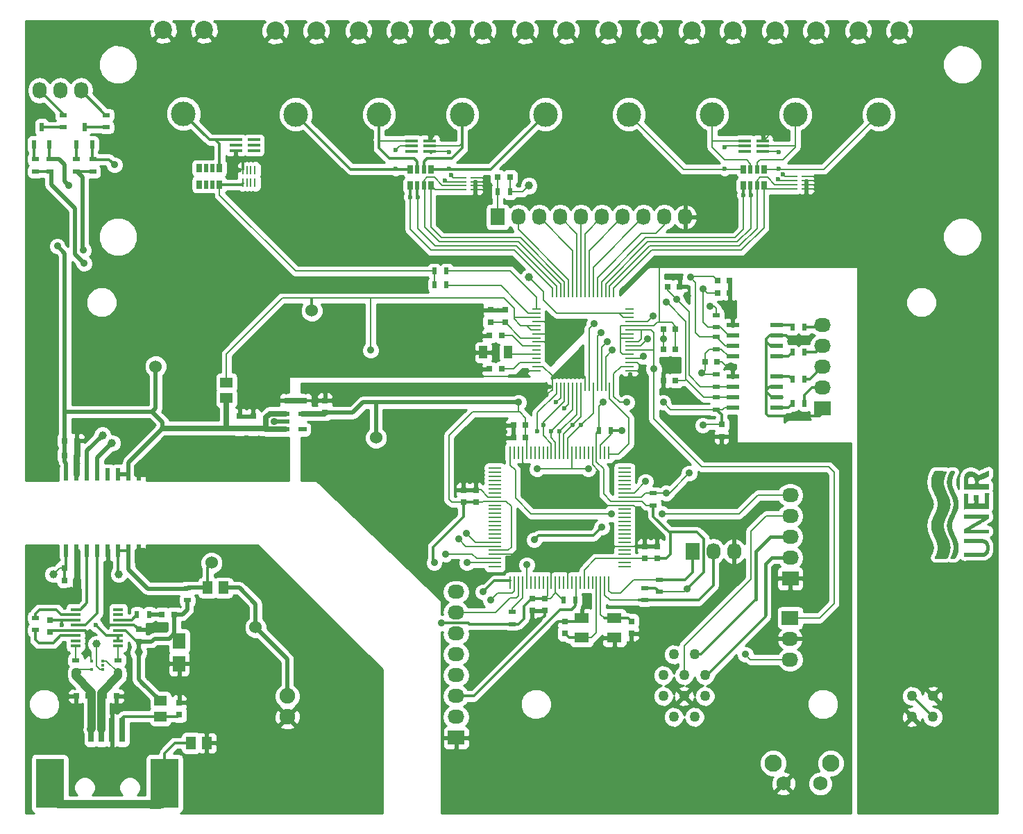
<source format=gbr>
G04 #@! TF.FileFunction,Copper,L1,Top,Signal*
%FSLAX46Y46*%
G04 Gerber Fmt 4.6, Leading zero omitted, Abs format (unit mm)*
G04 Created by KiCad (PCBNEW 4.0.2-stable) date 19/05/2017 15:30:42*
%MOMM*%
G01*
G04 APERTURE LIST*
%ADD10C,0.100000*%
%ADD11C,0.700000*%
%ADD12C,0.010000*%
%ADD13C,2.200000*%
%ADD14C,3.000000*%
%ADD15R,0.280000X1.500000*%
%ADD16R,1.500000X0.280000*%
%ADD17R,0.250000X1.000000*%
%ADD18R,1.000000X0.250000*%
%ADD19R,0.900000X0.500000*%
%ADD20R,0.600000X1.500000*%
%ADD21R,0.700000X3.000000*%
%ADD22R,3.400000X6.040000*%
%ADD23R,0.800000X0.750000*%
%ADD24R,1.000000X1.600000*%
%ADD25R,0.750000X0.800000*%
%ADD26R,0.500000X0.900000*%
%ADD27O,1.727200X2.032000*%
%ADD28R,0.797560X0.797560*%
%ADD29R,1.300000X1.500000*%
%ADD30R,1.500000X1.300000*%
%ADD31R,0.800000X0.800000*%
%ADD32R,2.032000X1.727200*%
%ADD33O,2.032000X1.727200*%
%ADD34R,1.727200X2.032000*%
%ADD35R,1.800000X1.200000*%
%ADD36R,0.500000X1.000000*%
%ADD37R,0.700000X1.000000*%
%ADD38C,2.100000*%
%ADD39C,1.750000*%
%ADD40R,1.501140X1.950720*%
%ADD41R,0.599440X1.000760*%
%ADD42R,1.500000X0.350000*%
%ADD43C,1.524000*%
%ADD44R,1.200000X0.400000*%
%ADD45R,1.000760X0.599440*%
%ADD46R,0.450000X0.300000*%
%ADD47C,1.900000*%
%ADD48C,1.270000*%
%ADD49R,1.550000X0.600000*%
%ADD50C,0.900000*%
%ADD51C,1.000000*%
%ADD52C,0.600000*%
%ADD53C,0.200000*%
%ADD54C,0.300000*%
%ADD55C,0.500000*%
%ADD56C,1.000000*%
%ADD57C,0.800000*%
%ADD58C,0.400000*%
%ADD59C,0.254000*%
G04 APERTURE END LIST*
D10*
D11*
X121666000Y-93012000D02*
X123698000Y-93012000D01*
D12*
G36*
X204177089Y-110034017D02*
X204177140Y-110000118D01*
X204177310Y-109972090D01*
X204177667Y-109949308D01*
X204178282Y-109931142D01*
X204179224Y-109916966D01*
X204180562Y-109906152D01*
X204182366Y-109898073D01*
X204184705Y-109892102D01*
X204187648Y-109887611D01*
X204191265Y-109883972D01*
X204195626Y-109880558D01*
X204198787Y-109878240D01*
X204210491Y-109869623D01*
X205283303Y-109870071D01*
X205370574Y-109870115D01*
X205456136Y-109870171D01*
X205539706Y-109870240D01*
X205621000Y-109870320D01*
X205699734Y-109870411D01*
X205775625Y-109870512D01*
X205848390Y-109870623D01*
X205917744Y-109870742D01*
X205983405Y-109870870D01*
X206045088Y-109871006D01*
X206102511Y-109871148D01*
X206155389Y-109871296D01*
X206203440Y-109871450D01*
X206246379Y-109871609D01*
X206283923Y-109871772D01*
X206315789Y-109871939D01*
X206341692Y-109872109D01*
X206361350Y-109872280D01*
X206374479Y-109872454D01*
X206380795Y-109872628D01*
X206381058Y-109872647D01*
X206413184Y-109875745D01*
X206439889Y-109879187D01*
X206462882Y-109883244D01*
X206483868Y-109888192D01*
X206491879Y-109890423D01*
X206507345Y-109894617D01*
X206521625Y-109897987D01*
X206532334Y-109899987D01*
X206534835Y-109900265D01*
X206542868Y-109901772D01*
X206546716Y-109904332D01*
X206546772Y-109904674D01*
X206549940Y-109908201D01*
X206558557Y-109913565D01*
X206571356Y-109920222D01*
X206587068Y-109927630D01*
X206604427Y-109935244D01*
X206622164Y-109942521D01*
X206639012Y-109948917D01*
X206653702Y-109953888D01*
X206664968Y-109956891D01*
X206670032Y-109957531D01*
X206674558Y-109959233D01*
X206675040Y-109960501D01*
X206678153Y-109962538D01*
X206685715Y-109963465D01*
X206686393Y-109963470D01*
X206696128Y-109964286D01*
X206709371Y-109966392D01*
X206719355Y-109968460D01*
X206735649Y-109972178D01*
X206753264Y-109976133D01*
X206761866Y-109978037D01*
X206773923Y-109981267D01*
X206783449Y-109984868D01*
X206787446Y-109987301D01*
X206793324Y-109991315D01*
X206795937Y-109991977D01*
X206800163Y-109994082D01*
X206807832Y-110000612D01*
X206819282Y-110011886D01*
X206834853Y-110028227D01*
X206840155Y-110033925D01*
X206851605Y-110044650D01*
X206864843Y-110054812D01*
X206870444Y-110058400D01*
X206880773Y-110064792D01*
X206888956Y-110070469D01*
X206891771Y-110072812D01*
X206897329Y-110076812D01*
X206899684Y-110077499D01*
X206904629Y-110079714D01*
X206913595Y-110085682D01*
X206925307Y-110094387D01*
X206938489Y-110104813D01*
X206951865Y-110115945D01*
X206964160Y-110126767D01*
X206974100Y-110136262D01*
X206976148Y-110138396D01*
X207005216Y-110168402D01*
X207030843Y-110192585D01*
X207053316Y-110211199D01*
X207072922Y-110224495D01*
X207076778Y-110226677D01*
X207084016Y-110232541D01*
X207087469Y-110238258D01*
X207089998Y-110243808D01*
X207091689Y-110244980D01*
X207094421Y-110247951D01*
X207098528Y-110255478D01*
X207100637Y-110260124D01*
X207105956Y-110272368D01*
X207111143Y-110284047D01*
X207112288Y-110286573D01*
X207116092Y-110295622D01*
X207118344Y-110302301D01*
X207118411Y-110302608D01*
X207120433Y-110309079D01*
X207123950Y-110318007D01*
X207123960Y-110318030D01*
X207127786Y-110329442D01*
X207129870Y-110339410D01*
X207132137Y-110351231D01*
X207134737Y-110360431D01*
X207137452Y-110370536D01*
X207138563Y-110378248D01*
X207141034Y-110386830D01*
X207148067Y-110399720D01*
X207159821Y-110417180D01*
X207173870Y-110436106D01*
X207181622Y-110446446D01*
X207187334Y-110454459D01*
X207189912Y-110458603D01*
X207189960Y-110458784D01*
X207191706Y-110463027D01*
X207192743Y-110464782D01*
X207195875Y-110472899D01*
X207199288Y-110487554D01*
X207202884Y-110508170D01*
X207206569Y-110534170D01*
X207210245Y-110564975D01*
X207211655Y-110578159D01*
X207213365Y-110591146D01*
X207215993Y-110607361D01*
X207218654Y-110621660D01*
X207221224Y-110635664D01*
X207223070Y-110647988D01*
X207223804Y-110656034D01*
X207223805Y-110656193D01*
X207225039Y-110663756D01*
X207227213Y-110667148D01*
X207229275Y-110671810D01*
X207228852Y-110673864D01*
X207228706Y-110678841D01*
X207229468Y-110689536D01*
X207231008Y-110704617D01*
X207233198Y-110722751D01*
X207234618Y-110733437D01*
X207237195Y-110754056D01*
X207239212Y-110774775D01*
X207240744Y-110796974D01*
X207241868Y-110822029D01*
X207242659Y-110851319D01*
X207243193Y-110886223D01*
X207243234Y-110889957D01*
X207243472Y-110917507D01*
X207243596Y-110943914D01*
X207243608Y-110967992D01*
X207243512Y-110988556D01*
X207243309Y-111004418D01*
X207243002Y-111014392D01*
X207242986Y-111014677D01*
X207242209Y-111026002D01*
X207240898Y-111042699D01*
X207239196Y-111063044D01*
X207237246Y-111085313D01*
X207235732Y-111101980D01*
X207233781Y-111123239D01*
X207232027Y-111142578D01*
X207230593Y-111158656D01*
X207229596Y-111170133D01*
X207229180Y-111175303D01*
X207227997Y-111183534D01*
X207226606Y-111187775D01*
X207225480Y-111192624D01*
X207224147Y-111202740D01*
X207222835Y-111216278D01*
X207222372Y-111222158D01*
X207221146Y-111236736D01*
X207219848Y-111248816D01*
X207218697Y-111256457D01*
X207218345Y-111257792D01*
X207217228Y-111263154D01*
X207215672Y-111273785D01*
X207213928Y-111287861D01*
X207213006Y-111296186D01*
X207211216Y-111312880D01*
X207209502Y-111328600D01*
X207208142Y-111340819D01*
X207207744Y-111344292D01*
X207204156Y-111368225D01*
X207199574Y-111388021D01*
X207194306Y-111402489D01*
X207191478Y-111407398D01*
X207186729Y-111415153D01*
X207184614Y-111420741D01*
X207184607Y-111420924D01*
X207182723Y-111426938D01*
X207177540Y-111437535D01*
X207169768Y-111451405D01*
X207160114Y-111467236D01*
X207156820Y-111472382D01*
X207150642Y-111482670D01*
X207146498Y-111490997D01*
X207145410Y-111494653D01*
X207143335Y-111498930D01*
X207142008Y-111499301D01*
X207139262Y-111502431D01*
X207136701Y-111510199D01*
X207136198Y-111512663D01*
X207134001Y-111522318D01*
X207131681Y-111528941D01*
X207131299Y-111529590D01*
X207129532Y-111535215D01*
X207128263Y-111544718D01*
X207128087Y-111547407D01*
X207124549Y-111569626D01*
X207115907Y-111591289D01*
X207101670Y-111613268D01*
X207081347Y-111636439D01*
X207073680Y-111644052D01*
X207060833Y-111657051D01*
X207048499Y-111670535D01*
X207038595Y-111682370D01*
X207035285Y-111686813D01*
X207025399Y-111700157D01*
X207015522Y-111711292D01*
X207003820Y-111722020D01*
X206988456Y-111734142D01*
X206982702Y-111738437D01*
X206970692Y-111748157D01*
X206956099Y-111761206D01*
X206941089Y-111775601D01*
X206931946Y-111784936D01*
X206914857Y-111801862D01*
X206899540Y-111814070D01*
X206883827Y-111822777D01*
X206865547Y-111829205D01*
X206844302Y-111834213D01*
X206821948Y-111840096D01*
X206799785Y-111848240D01*
X206780248Y-111857643D01*
X206767688Y-111865751D01*
X206757289Y-111873014D01*
X206747114Y-111878907D01*
X206745061Y-111879876D01*
X206737223Y-111885204D01*
X206733064Y-111891362D01*
X206730224Y-111897093D01*
X206728035Y-111898403D01*
X206723699Y-111900285D01*
X206715309Y-111905234D01*
X206704630Y-111912204D01*
X206703965Y-111912656D01*
X206692423Y-111919818D01*
X206682173Y-111924936D01*
X206675419Y-111926910D01*
X206675384Y-111926910D01*
X206666694Y-111928242D01*
X206656430Y-111931455D01*
X206656217Y-111931541D01*
X206648600Y-111933340D01*
X206635309Y-111934794D01*
X206615967Y-111935923D01*
X206590200Y-111936751D01*
X206562792Y-111937238D01*
X206539224Y-111937636D01*
X206517996Y-111938169D01*
X206500160Y-111938796D01*
X206486770Y-111939477D01*
X206478880Y-111940170D01*
X206477270Y-111940539D01*
X206472492Y-111941598D01*
X206462126Y-111942824D01*
X206447705Y-111944065D01*
X206430946Y-111945157D01*
X206409386Y-111946711D01*
X206385869Y-111948970D01*
X206363847Y-111951579D01*
X206352279Y-111953245D01*
X206343708Y-111954585D01*
X206335283Y-111955832D01*
X206326735Y-111956989D01*
X206317797Y-111958059D01*
X206308201Y-111959046D01*
X206297677Y-111959953D01*
X206285957Y-111960783D01*
X206272774Y-111961540D01*
X206257858Y-111962225D01*
X206240942Y-111962844D01*
X206221757Y-111963398D01*
X206200035Y-111963892D01*
X206175508Y-111964328D01*
X206147907Y-111964710D01*
X206116964Y-111965040D01*
X206082410Y-111965323D01*
X206043978Y-111965561D01*
X206001399Y-111965757D01*
X205954404Y-111965915D01*
X205902726Y-111966038D01*
X205846097Y-111966130D01*
X205784246Y-111966192D01*
X205716908Y-111966229D01*
X205643812Y-111966244D01*
X205564692Y-111966240D01*
X205479277Y-111966220D01*
X205387301Y-111966188D01*
X205288495Y-111966147D01*
X205277621Y-111966142D01*
X205169209Y-111966105D01*
X205067829Y-111966092D01*
X204973387Y-111966106D01*
X204885789Y-111966145D01*
X204804940Y-111966210D01*
X204730746Y-111966302D01*
X204663114Y-111966420D01*
X204601947Y-111966566D01*
X204547153Y-111966739D01*
X204498636Y-111966939D01*
X204456303Y-111967168D01*
X204420059Y-111967426D01*
X204389809Y-111967712D01*
X204365460Y-111968027D01*
X204346918Y-111968371D01*
X204334086Y-111968746D01*
X204326873Y-111969150D01*
X204325089Y-111969477D01*
X204319960Y-111972619D01*
X204315738Y-111973234D01*
X204308790Y-111974341D01*
X204297706Y-111977222D01*
X204286550Y-111980710D01*
X204266361Y-111985679D01*
X204246661Y-111987238D01*
X204229179Y-111985463D01*
X204215640Y-111980432D01*
X204211563Y-111977383D01*
X204205220Y-111969472D01*
X204197644Y-111957266D01*
X204190128Y-111943132D01*
X204183966Y-111929438D01*
X204181372Y-111922137D01*
X204180648Y-111916310D01*
X204180015Y-111904573D01*
X204179474Y-111887861D01*
X204179028Y-111867111D01*
X204178678Y-111843257D01*
X204178426Y-111817237D01*
X204178273Y-111789985D01*
X204178222Y-111762438D01*
X204178275Y-111735531D01*
X204178433Y-111710200D01*
X204178699Y-111687381D01*
X204179073Y-111668009D01*
X204179558Y-111653021D01*
X204180156Y-111643352D01*
X204180815Y-111639954D01*
X204183850Y-111634941D01*
X204184215Y-111632153D01*
X204185742Y-111626403D01*
X204189790Y-111616314D01*
X204195553Y-111603851D01*
X204196939Y-111601051D01*
X204205085Y-111586220D01*
X204212230Y-111576788D01*
X204219481Y-111571347D01*
X204220807Y-111570716D01*
X204231766Y-111567794D01*
X204245896Y-111566484D01*
X204260289Y-111566808D01*
X204272038Y-111568787D01*
X204275833Y-111570303D01*
X204282379Y-111572778D01*
X204293569Y-111575950D01*
X204307053Y-111579156D01*
X204307856Y-111579329D01*
X204311077Y-111579899D01*
X204315394Y-111580428D01*
X204321062Y-111580918D01*
X204328333Y-111581369D01*
X204337462Y-111581784D01*
X204348702Y-111582164D01*
X204362307Y-111582509D01*
X204378531Y-111582822D01*
X204397627Y-111583104D01*
X204419850Y-111583355D01*
X204445452Y-111583578D01*
X204474688Y-111583773D01*
X204507811Y-111583943D01*
X204545076Y-111584087D01*
X204586735Y-111584209D01*
X204633042Y-111584308D01*
X204684252Y-111584387D01*
X204740618Y-111584447D01*
X204802393Y-111584488D01*
X204869832Y-111584513D01*
X204943188Y-111584523D01*
X205022715Y-111584518D01*
X205108667Y-111584502D01*
X205201296Y-111584473D01*
X205277104Y-111584445D01*
X205363743Y-111584398D01*
X205448066Y-111584328D01*
X205529795Y-111584236D01*
X205608654Y-111584123D01*
X205684367Y-111583991D01*
X205756655Y-111583839D01*
X205825243Y-111583670D01*
X205889854Y-111583483D01*
X205950210Y-111583281D01*
X206006036Y-111583065D01*
X206057053Y-111582834D01*
X206102986Y-111582591D01*
X206143557Y-111582336D01*
X206178491Y-111582070D01*
X206207509Y-111581795D01*
X206230335Y-111581511D01*
X206246692Y-111581219D01*
X206256304Y-111580921D01*
X206258120Y-111580807D01*
X206306376Y-111576368D01*
X206349661Y-111571905D01*
X206386918Y-111567526D01*
X206388185Y-111567364D01*
X206406609Y-111565462D01*
X206427644Y-111563957D01*
X206446772Y-111563172D01*
X206446981Y-111563168D01*
X206460948Y-111562623D01*
X206471967Y-111561652D01*
X206478272Y-111560431D01*
X206479052Y-111559958D01*
X206483242Y-111558357D01*
X206492572Y-111556658D01*
X206505069Y-111555217D01*
X206505778Y-111555155D01*
X206527858Y-111552135D01*
X206547589Y-111546610D01*
X206568133Y-111537591D01*
X206577046Y-111532915D01*
X206591836Y-111525449D01*
X206607704Y-111518343D01*
X206622824Y-111512321D01*
X206635371Y-111508110D01*
X206643519Y-111506432D01*
X206643786Y-111506427D01*
X206655353Y-111503657D01*
X206668882Y-111496188D01*
X206682430Y-111485283D01*
X206691658Y-111475332D01*
X206699296Y-111466153D01*
X206705310Y-111459517D01*
X206708001Y-111457134D01*
X206710499Y-111453030D01*
X206710674Y-111451304D01*
X206713426Y-111445379D01*
X206720585Y-111437184D01*
X206730508Y-111428214D01*
X206741552Y-111419962D01*
X206751504Y-111414188D01*
X206764700Y-111406773D01*
X206778492Y-111397166D01*
X206790538Y-111387144D01*
X206798450Y-111378551D01*
X206802915Y-111369688D01*
X206804825Y-111363524D01*
X206810681Y-111340006D01*
X206817623Y-111320509D01*
X206826809Y-111301924D01*
X206829586Y-111297068D01*
X206834755Y-111290240D01*
X206843147Y-111281078D01*
X206849980Y-111274375D01*
X206861016Y-111264034D01*
X206872060Y-111253637D01*
X206877369Y-111248613D01*
X206892723Y-111229377D01*
X206904946Y-111203848D01*
X206913988Y-111172163D01*
X206919460Y-111137614D01*
X206920146Y-111127277D01*
X206920683Y-111110661D01*
X206921079Y-111088611D01*
X206921340Y-111061973D01*
X206921472Y-111031593D01*
X206921482Y-110998318D01*
X206921378Y-110962992D01*
X206921165Y-110926462D01*
X206920850Y-110889573D01*
X206920440Y-110853171D01*
X206919942Y-110818103D01*
X206919362Y-110785213D01*
X206918706Y-110755348D01*
X206917982Y-110729354D01*
X206917196Y-110708075D01*
X206916355Y-110692359D01*
X206915915Y-110686843D01*
X206911972Y-110660865D01*
X206905066Y-110639603D01*
X206894283Y-110620947D01*
X206880116Y-110604231D01*
X206872887Y-110596200D01*
X206868307Y-110590091D01*
X206867464Y-110588162D01*
X206864785Y-110584193D01*
X206860337Y-110580767D01*
X206854758Y-110575848D01*
X206853210Y-110572535D01*
X206851321Y-110567649D01*
X206846483Y-110559245D01*
X206842520Y-110553215D01*
X206836486Y-110543888D01*
X206832610Y-110536826D01*
X206831830Y-110534506D01*
X206829679Y-110530219D01*
X206824157Y-110522617D01*
X206819358Y-110516765D01*
X206812333Y-110507705D01*
X206807809Y-110500233D01*
X206806886Y-110497319D01*
X206804633Y-110491819D01*
X206798997Y-110483942D01*
X206796584Y-110481164D01*
X206790666Y-110473936D01*
X206787916Y-110469040D01*
X206787999Y-110468169D01*
X206787018Y-110464536D01*
X206781637Y-110457638D01*
X206773044Y-110448637D01*
X206762426Y-110438694D01*
X206750970Y-110428970D01*
X206739862Y-110420625D01*
X206738301Y-110419565D01*
X206727664Y-110412598D01*
X206719531Y-110407525D01*
X206715519Y-110405352D01*
X206715408Y-110405333D01*
X206711950Y-110403436D01*
X206704195Y-110398403D01*
X206693657Y-110391226D01*
X206690887Y-110389298D01*
X206679460Y-110381674D01*
X206669942Y-110375983D01*
X206664075Y-110373251D01*
X206663475Y-110373149D01*
X206657303Y-110371051D01*
X206652087Y-110367804D01*
X206643218Y-110363585D01*
X206637153Y-110362572D01*
X206629825Y-110361073D01*
X206626817Y-110358821D01*
X206621953Y-110356187D01*
X206620441Y-110356422D01*
X206615318Y-110355135D01*
X206608226Y-110350193D01*
X206607441Y-110349483D01*
X206599529Y-110343762D01*
X206592542Y-110341201D01*
X206592227Y-110341192D01*
X206586915Y-110339651D01*
X206585954Y-110337911D01*
X206582864Y-110335026D01*
X206575330Y-110332371D01*
X206574373Y-110332155D01*
X206565298Y-110329682D01*
X206559341Y-110327121D01*
X206559229Y-110327041D01*
X206553225Y-110324109D01*
X206546757Y-110321944D01*
X206538117Y-110319564D01*
X206526105Y-110316258D01*
X206519444Y-110314427D01*
X206510535Y-110312169D01*
X206497625Y-110309128D01*
X206482394Y-110305673D01*
X206466523Y-110302171D01*
X206451692Y-110298992D01*
X206439581Y-110296502D01*
X206431869Y-110295071D01*
X206430168Y-110294867D01*
X206430307Y-110297217D01*
X206431108Y-110298694D01*
X206431203Y-110300760D01*
X206426864Y-110298945D01*
X206424262Y-110297805D01*
X206420659Y-110296741D01*
X206415823Y-110295751D01*
X206409521Y-110294833D01*
X206401521Y-110293985D01*
X206391590Y-110293206D01*
X206379495Y-110292492D01*
X206365005Y-110291842D01*
X206347887Y-110291254D01*
X206327908Y-110290726D01*
X206304836Y-110290256D01*
X206278439Y-110289842D01*
X206248483Y-110289481D01*
X206214737Y-110289173D01*
X206176968Y-110288914D01*
X206134943Y-110288703D01*
X206088430Y-110288538D01*
X206037197Y-110288417D01*
X205981011Y-110288337D01*
X205919640Y-110288297D01*
X205852850Y-110288295D01*
X205780411Y-110288329D01*
X205702088Y-110288396D01*
X205617651Y-110288494D01*
X205526865Y-110288623D01*
X205429500Y-110288778D01*
X205325321Y-110288960D01*
X205287091Y-110289029D01*
X205202515Y-110289189D01*
X205119664Y-110289357D01*
X205038830Y-110289532D01*
X204960303Y-110289712D01*
X204884378Y-110289896D01*
X204811344Y-110290084D01*
X204741496Y-110290275D01*
X204675123Y-110290468D01*
X204612520Y-110290661D01*
X204553978Y-110290854D01*
X204499788Y-110291045D01*
X204450243Y-110291235D01*
X204405635Y-110291421D01*
X204366257Y-110291603D01*
X204332399Y-110291779D01*
X204304354Y-110291950D01*
X204282415Y-110292113D01*
X204266873Y-110292269D01*
X204258021Y-110292415D01*
X204256199Y-110292484D01*
X204232450Y-110292361D01*
X204213736Y-110287881D01*
X204199134Y-110278595D01*
X204187720Y-110264055D01*
X204184246Y-110257517D01*
X204182585Y-110253821D01*
X204181202Y-110249775D01*
X204180073Y-110244724D01*
X204179171Y-110238016D01*
X204178471Y-110228997D01*
X204177948Y-110217014D01*
X204177576Y-110201414D01*
X204177330Y-110181543D01*
X204177184Y-110156749D01*
X204177112Y-110126378D01*
X204177089Y-110089776D01*
X204177088Y-110074416D01*
X204177089Y-110034017D01*
X204177089Y-110034017D01*
G37*
X204177089Y-110034017D02*
X204177140Y-110000118D01*
X204177310Y-109972090D01*
X204177667Y-109949308D01*
X204178282Y-109931142D01*
X204179224Y-109916966D01*
X204180562Y-109906152D01*
X204182366Y-109898073D01*
X204184705Y-109892102D01*
X204187648Y-109887611D01*
X204191265Y-109883972D01*
X204195626Y-109880558D01*
X204198787Y-109878240D01*
X204210491Y-109869623D01*
X205283303Y-109870071D01*
X205370574Y-109870115D01*
X205456136Y-109870171D01*
X205539706Y-109870240D01*
X205621000Y-109870320D01*
X205699734Y-109870411D01*
X205775625Y-109870512D01*
X205848390Y-109870623D01*
X205917744Y-109870742D01*
X205983405Y-109870870D01*
X206045088Y-109871006D01*
X206102511Y-109871148D01*
X206155389Y-109871296D01*
X206203440Y-109871450D01*
X206246379Y-109871609D01*
X206283923Y-109871772D01*
X206315789Y-109871939D01*
X206341692Y-109872109D01*
X206361350Y-109872280D01*
X206374479Y-109872454D01*
X206380795Y-109872628D01*
X206381058Y-109872647D01*
X206413184Y-109875745D01*
X206439889Y-109879187D01*
X206462882Y-109883244D01*
X206483868Y-109888192D01*
X206491879Y-109890423D01*
X206507345Y-109894617D01*
X206521625Y-109897987D01*
X206532334Y-109899987D01*
X206534835Y-109900265D01*
X206542868Y-109901772D01*
X206546716Y-109904332D01*
X206546772Y-109904674D01*
X206549940Y-109908201D01*
X206558557Y-109913565D01*
X206571356Y-109920222D01*
X206587068Y-109927630D01*
X206604427Y-109935244D01*
X206622164Y-109942521D01*
X206639012Y-109948917D01*
X206653702Y-109953888D01*
X206664968Y-109956891D01*
X206670032Y-109957531D01*
X206674558Y-109959233D01*
X206675040Y-109960501D01*
X206678153Y-109962538D01*
X206685715Y-109963465D01*
X206686393Y-109963470D01*
X206696128Y-109964286D01*
X206709371Y-109966392D01*
X206719355Y-109968460D01*
X206735649Y-109972178D01*
X206753264Y-109976133D01*
X206761866Y-109978037D01*
X206773923Y-109981267D01*
X206783449Y-109984868D01*
X206787446Y-109987301D01*
X206793324Y-109991315D01*
X206795937Y-109991977D01*
X206800163Y-109994082D01*
X206807832Y-110000612D01*
X206819282Y-110011886D01*
X206834853Y-110028227D01*
X206840155Y-110033925D01*
X206851605Y-110044650D01*
X206864843Y-110054812D01*
X206870444Y-110058400D01*
X206880773Y-110064792D01*
X206888956Y-110070469D01*
X206891771Y-110072812D01*
X206897329Y-110076812D01*
X206899684Y-110077499D01*
X206904629Y-110079714D01*
X206913595Y-110085682D01*
X206925307Y-110094387D01*
X206938489Y-110104813D01*
X206951865Y-110115945D01*
X206964160Y-110126767D01*
X206974100Y-110136262D01*
X206976148Y-110138396D01*
X207005216Y-110168402D01*
X207030843Y-110192585D01*
X207053316Y-110211199D01*
X207072922Y-110224495D01*
X207076778Y-110226677D01*
X207084016Y-110232541D01*
X207087469Y-110238258D01*
X207089998Y-110243808D01*
X207091689Y-110244980D01*
X207094421Y-110247951D01*
X207098528Y-110255478D01*
X207100637Y-110260124D01*
X207105956Y-110272368D01*
X207111143Y-110284047D01*
X207112288Y-110286573D01*
X207116092Y-110295622D01*
X207118344Y-110302301D01*
X207118411Y-110302608D01*
X207120433Y-110309079D01*
X207123950Y-110318007D01*
X207123960Y-110318030D01*
X207127786Y-110329442D01*
X207129870Y-110339410D01*
X207132137Y-110351231D01*
X207134737Y-110360431D01*
X207137452Y-110370536D01*
X207138563Y-110378248D01*
X207141034Y-110386830D01*
X207148067Y-110399720D01*
X207159821Y-110417180D01*
X207173870Y-110436106D01*
X207181622Y-110446446D01*
X207187334Y-110454459D01*
X207189912Y-110458603D01*
X207189960Y-110458784D01*
X207191706Y-110463027D01*
X207192743Y-110464782D01*
X207195875Y-110472899D01*
X207199288Y-110487554D01*
X207202884Y-110508170D01*
X207206569Y-110534170D01*
X207210245Y-110564975D01*
X207211655Y-110578159D01*
X207213365Y-110591146D01*
X207215993Y-110607361D01*
X207218654Y-110621660D01*
X207221224Y-110635664D01*
X207223070Y-110647988D01*
X207223804Y-110656034D01*
X207223805Y-110656193D01*
X207225039Y-110663756D01*
X207227213Y-110667148D01*
X207229275Y-110671810D01*
X207228852Y-110673864D01*
X207228706Y-110678841D01*
X207229468Y-110689536D01*
X207231008Y-110704617D01*
X207233198Y-110722751D01*
X207234618Y-110733437D01*
X207237195Y-110754056D01*
X207239212Y-110774775D01*
X207240744Y-110796974D01*
X207241868Y-110822029D01*
X207242659Y-110851319D01*
X207243193Y-110886223D01*
X207243234Y-110889957D01*
X207243472Y-110917507D01*
X207243596Y-110943914D01*
X207243608Y-110967992D01*
X207243512Y-110988556D01*
X207243309Y-111004418D01*
X207243002Y-111014392D01*
X207242986Y-111014677D01*
X207242209Y-111026002D01*
X207240898Y-111042699D01*
X207239196Y-111063044D01*
X207237246Y-111085313D01*
X207235732Y-111101980D01*
X207233781Y-111123239D01*
X207232027Y-111142578D01*
X207230593Y-111158656D01*
X207229596Y-111170133D01*
X207229180Y-111175303D01*
X207227997Y-111183534D01*
X207226606Y-111187775D01*
X207225480Y-111192624D01*
X207224147Y-111202740D01*
X207222835Y-111216278D01*
X207222372Y-111222158D01*
X207221146Y-111236736D01*
X207219848Y-111248816D01*
X207218697Y-111256457D01*
X207218345Y-111257792D01*
X207217228Y-111263154D01*
X207215672Y-111273785D01*
X207213928Y-111287861D01*
X207213006Y-111296186D01*
X207211216Y-111312880D01*
X207209502Y-111328600D01*
X207208142Y-111340819D01*
X207207744Y-111344292D01*
X207204156Y-111368225D01*
X207199574Y-111388021D01*
X207194306Y-111402489D01*
X207191478Y-111407398D01*
X207186729Y-111415153D01*
X207184614Y-111420741D01*
X207184607Y-111420924D01*
X207182723Y-111426938D01*
X207177540Y-111437535D01*
X207169768Y-111451405D01*
X207160114Y-111467236D01*
X207156820Y-111472382D01*
X207150642Y-111482670D01*
X207146498Y-111490997D01*
X207145410Y-111494653D01*
X207143335Y-111498930D01*
X207142008Y-111499301D01*
X207139262Y-111502431D01*
X207136701Y-111510199D01*
X207136198Y-111512663D01*
X207134001Y-111522318D01*
X207131681Y-111528941D01*
X207131299Y-111529590D01*
X207129532Y-111535215D01*
X207128263Y-111544718D01*
X207128087Y-111547407D01*
X207124549Y-111569626D01*
X207115907Y-111591289D01*
X207101670Y-111613268D01*
X207081347Y-111636439D01*
X207073680Y-111644052D01*
X207060833Y-111657051D01*
X207048499Y-111670535D01*
X207038595Y-111682370D01*
X207035285Y-111686813D01*
X207025399Y-111700157D01*
X207015522Y-111711292D01*
X207003820Y-111722020D01*
X206988456Y-111734142D01*
X206982702Y-111738437D01*
X206970692Y-111748157D01*
X206956099Y-111761206D01*
X206941089Y-111775601D01*
X206931946Y-111784936D01*
X206914857Y-111801862D01*
X206899540Y-111814070D01*
X206883827Y-111822777D01*
X206865547Y-111829205D01*
X206844302Y-111834213D01*
X206821948Y-111840096D01*
X206799785Y-111848240D01*
X206780248Y-111857643D01*
X206767688Y-111865751D01*
X206757289Y-111873014D01*
X206747114Y-111878907D01*
X206745061Y-111879876D01*
X206737223Y-111885204D01*
X206733064Y-111891362D01*
X206730224Y-111897093D01*
X206728035Y-111898403D01*
X206723699Y-111900285D01*
X206715309Y-111905234D01*
X206704630Y-111912204D01*
X206703965Y-111912656D01*
X206692423Y-111919818D01*
X206682173Y-111924936D01*
X206675419Y-111926910D01*
X206675384Y-111926910D01*
X206666694Y-111928242D01*
X206656430Y-111931455D01*
X206656217Y-111931541D01*
X206648600Y-111933340D01*
X206635309Y-111934794D01*
X206615967Y-111935923D01*
X206590200Y-111936751D01*
X206562792Y-111937238D01*
X206539224Y-111937636D01*
X206517996Y-111938169D01*
X206500160Y-111938796D01*
X206486770Y-111939477D01*
X206478880Y-111940170D01*
X206477270Y-111940539D01*
X206472492Y-111941598D01*
X206462126Y-111942824D01*
X206447705Y-111944065D01*
X206430946Y-111945157D01*
X206409386Y-111946711D01*
X206385869Y-111948970D01*
X206363847Y-111951579D01*
X206352279Y-111953245D01*
X206343708Y-111954585D01*
X206335283Y-111955832D01*
X206326735Y-111956989D01*
X206317797Y-111958059D01*
X206308201Y-111959046D01*
X206297677Y-111959953D01*
X206285957Y-111960783D01*
X206272774Y-111961540D01*
X206257858Y-111962225D01*
X206240942Y-111962844D01*
X206221757Y-111963398D01*
X206200035Y-111963892D01*
X206175508Y-111964328D01*
X206147907Y-111964710D01*
X206116964Y-111965040D01*
X206082410Y-111965323D01*
X206043978Y-111965561D01*
X206001399Y-111965757D01*
X205954404Y-111965915D01*
X205902726Y-111966038D01*
X205846097Y-111966130D01*
X205784246Y-111966192D01*
X205716908Y-111966229D01*
X205643812Y-111966244D01*
X205564692Y-111966240D01*
X205479277Y-111966220D01*
X205387301Y-111966188D01*
X205288495Y-111966147D01*
X205277621Y-111966142D01*
X205169209Y-111966105D01*
X205067829Y-111966092D01*
X204973387Y-111966106D01*
X204885789Y-111966145D01*
X204804940Y-111966210D01*
X204730746Y-111966302D01*
X204663114Y-111966420D01*
X204601947Y-111966566D01*
X204547153Y-111966739D01*
X204498636Y-111966939D01*
X204456303Y-111967168D01*
X204420059Y-111967426D01*
X204389809Y-111967712D01*
X204365460Y-111968027D01*
X204346918Y-111968371D01*
X204334086Y-111968746D01*
X204326873Y-111969150D01*
X204325089Y-111969477D01*
X204319960Y-111972619D01*
X204315738Y-111973234D01*
X204308790Y-111974341D01*
X204297706Y-111977222D01*
X204286550Y-111980710D01*
X204266361Y-111985679D01*
X204246661Y-111987238D01*
X204229179Y-111985463D01*
X204215640Y-111980432D01*
X204211563Y-111977383D01*
X204205220Y-111969472D01*
X204197644Y-111957266D01*
X204190128Y-111943132D01*
X204183966Y-111929438D01*
X204181372Y-111922137D01*
X204180648Y-111916310D01*
X204180015Y-111904573D01*
X204179474Y-111887861D01*
X204179028Y-111867111D01*
X204178678Y-111843257D01*
X204178426Y-111817237D01*
X204178273Y-111789985D01*
X204178222Y-111762438D01*
X204178275Y-111735531D01*
X204178433Y-111710200D01*
X204178699Y-111687381D01*
X204179073Y-111668009D01*
X204179558Y-111653021D01*
X204180156Y-111643352D01*
X204180815Y-111639954D01*
X204183850Y-111634941D01*
X204184215Y-111632153D01*
X204185742Y-111626403D01*
X204189790Y-111616314D01*
X204195553Y-111603851D01*
X204196939Y-111601051D01*
X204205085Y-111586220D01*
X204212230Y-111576788D01*
X204219481Y-111571347D01*
X204220807Y-111570716D01*
X204231766Y-111567794D01*
X204245896Y-111566484D01*
X204260289Y-111566808D01*
X204272038Y-111568787D01*
X204275833Y-111570303D01*
X204282379Y-111572778D01*
X204293569Y-111575950D01*
X204307053Y-111579156D01*
X204307856Y-111579329D01*
X204311077Y-111579899D01*
X204315394Y-111580428D01*
X204321062Y-111580918D01*
X204328333Y-111581369D01*
X204337462Y-111581784D01*
X204348702Y-111582164D01*
X204362307Y-111582509D01*
X204378531Y-111582822D01*
X204397627Y-111583104D01*
X204419850Y-111583355D01*
X204445452Y-111583578D01*
X204474688Y-111583773D01*
X204507811Y-111583943D01*
X204545076Y-111584087D01*
X204586735Y-111584209D01*
X204633042Y-111584308D01*
X204684252Y-111584387D01*
X204740618Y-111584447D01*
X204802393Y-111584488D01*
X204869832Y-111584513D01*
X204943188Y-111584523D01*
X205022715Y-111584518D01*
X205108667Y-111584502D01*
X205201296Y-111584473D01*
X205277104Y-111584445D01*
X205363743Y-111584398D01*
X205448066Y-111584328D01*
X205529795Y-111584236D01*
X205608654Y-111584123D01*
X205684367Y-111583991D01*
X205756655Y-111583839D01*
X205825243Y-111583670D01*
X205889854Y-111583483D01*
X205950210Y-111583281D01*
X206006036Y-111583065D01*
X206057053Y-111582834D01*
X206102986Y-111582591D01*
X206143557Y-111582336D01*
X206178491Y-111582070D01*
X206207509Y-111581795D01*
X206230335Y-111581511D01*
X206246692Y-111581219D01*
X206256304Y-111580921D01*
X206258120Y-111580807D01*
X206306376Y-111576368D01*
X206349661Y-111571905D01*
X206386918Y-111567526D01*
X206388185Y-111567364D01*
X206406609Y-111565462D01*
X206427644Y-111563957D01*
X206446772Y-111563172D01*
X206446981Y-111563168D01*
X206460948Y-111562623D01*
X206471967Y-111561652D01*
X206478272Y-111560431D01*
X206479052Y-111559958D01*
X206483242Y-111558357D01*
X206492572Y-111556658D01*
X206505069Y-111555217D01*
X206505778Y-111555155D01*
X206527858Y-111552135D01*
X206547589Y-111546610D01*
X206568133Y-111537591D01*
X206577046Y-111532915D01*
X206591836Y-111525449D01*
X206607704Y-111518343D01*
X206622824Y-111512321D01*
X206635371Y-111508110D01*
X206643519Y-111506432D01*
X206643786Y-111506427D01*
X206655353Y-111503657D01*
X206668882Y-111496188D01*
X206682430Y-111485283D01*
X206691658Y-111475332D01*
X206699296Y-111466153D01*
X206705310Y-111459517D01*
X206708001Y-111457134D01*
X206710499Y-111453030D01*
X206710674Y-111451304D01*
X206713426Y-111445379D01*
X206720585Y-111437184D01*
X206730508Y-111428214D01*
X206741552Y-111419962D01*
X206751504Y-111414188D01*
X206764700Y-111406773D01*
X206778492Y-111397166D01*
X206790538Y-111387144D01*
X206798450Y-111378551D01*
X206802915Y-111369688D01*
X206804825Y-111363524D01*
X206810681Y-111340006D01*
X206817623Y-111320509D01*
X206826809Y-111301924D01*
X206829586Y-111297068D01*
X206834755Y-111290240D01*
X206843147Y-111281078D01*
X206849980Y-111274375D01*
X206861016Y-111264034D01*
X206872060Y-111253637D01*
X206877369Y-111248613D01*
X206892723Y-111229377D01*
X206904946Y-111203848D01*
X206913988Y-111172163D01*
X206919460Y-111137614D01*
X206920146Y-111127277D01*
X206920683Y-111110661D01*
X206921079Y-111088611D01*
X206921340Y-111061973D01*
X206921472Y-111031593D01*
X206921482Y-110998318D01*
X206921378Y-110962992D01*
X206921165Y-110926462D01*
X206920850Y-110889573D01*
X206920440Y-110853171D01*
X206919942Y-110818103D01*
X206919362Y-110785213D01*
X206918706Y-110755348D01*
X206917982Y-110729354D01*
X206917196Y-110708075D01*
X206916355Y-110692359D01*
X206915915Y-110686843D01*
X206911972Y-110660865D01*
X206905066Y-110639603D01*
X206894283Y-110620947D01*
X206880116Y-110604231D01*
X206872887Y-110596200D01*
X206868307Y-110590091D01*
X206867464Y-110588162D01*
X206864785Y-110584193D01*
X206860337Y-110580767D01*
X206854758Y-110575848D01*
X206853210Y-110572535D01*
X206851321Y-110567649D01*
X206846483Y-110559245D01*
X206842520Y-110553215D01*
X206836486Y-110543888D01*
X206832610Y-110536826D01*
X206831830Y-110534506D01*
X206829679Y-110530219D01*
X206824157Y-110522617D01*
X206819358Y-110516765D01*
X206812333Y-110507705D01*
X206807809Y-110500233D01*
X206806886Y-110497319D01*
X206804633Y-110491819D01*
X206798997Y-110483942D01*
X206796584Y-110481164D01*
X206790666Y-110473936D01*
X206787916Y-110469040D01*
X206787999Y-110468169D01*
X206787018Y-110464536D01*
X206781637Y-110457638D01*
X206773044Y-110448637D01*
X206762426Y-110438694D01*
X206750970Y-110428970D01*
X206739862Y-110420625D01*
X206738301Y-110419565D01*
X206727664Y-110412598D01*
X206719531Y-110407525D01*
X206715519Y-110405352D01*
X206715408Y-110405333D01*
X206711950Y-110403436D01*
X206704195Y-110398403D01*
X206693657Y-110391226D01*
X206690887Y-110389298D01*
X206679460Y-110381674D01*
X206669942Y-110375983D01*
X206664075Y-110373251D01*
X206663475Y-110373149D01*
X206657303Y-110371051D01*
X206652087Y-110367804D01*
X206643218Y-110363585D01*
X206637153Y-110362572D01*
X206629825Y-110361073D01*
X206626817Y-110358821D01*
X206621953Y-110356187D01*
X206620441Y-110356422D01*
X206615318Y-110355135D01*
X206608226Y-110350193D01*
X206607441Y-110349483D01*
X206599529Y-110343762D01*
X206592542Y-110341201D01*
X206592227Y-110341192D01*
X206586915Y-110339651D01*
X206585954Y-110337911D01*
X206582864Y-110335026D01*
X206575330Y-110332371D01*
X206574373Y-110332155D01*
X206565298Y-110329682D01*
X206559341Y-110327121D01*
X206559229Y-110327041D01*
X206553225Y-110324109D01*
X206546757Y-110321944D01*
X206538117Y-110319564D01*
X206526105Y-110316258D01*
X206519444Y-110314427D01*
X206510535Y-110312169D01*
X206497625Y-110309128D01*
X206482394Y-110305673D01*
X206466523Y-110302171D01*
X206451692Y-110298992D01*
X206439581Y-110296502D01*
X206431869Y-110295071D01*
X206430168Y-110294867D01*
X206430307Y-110297217D01*
X206431108Y-110298694D01*
X206431203Y-110300760D01*
X206426864Y-110298945D01*
X206424262Y-110297805D01*
X206420659Y-110296741D01*
X206415823Y-110295751D01*
X206409521Y-110294833D01*
X206401521Y-110293985D01*
X206391590Y-110293206D01*
X206379495Y-110292492D01*
X206365005Y-110291842D01*
X206347887Y-110291254D01*
X206327908Y-110290726D01*
X206304836Y-110290256D01*
X206278439Y-110289842D01*
X206248483Y-110289481D01*
X206214737Y-110289173D01*
X206176968Y-110288914D01*
X206134943Y-110288703D01*
X206088430Y-110288538D01*
X206037197Y-110288417D01*
X205981011Y-110288337D01*
X205919640Y-110288297D01*
X205852850Y-110288295D01*
X205780411Y-110288329D01*
X205702088Y-110288396D01*
X205617651Y-110288494D01*
X205526865Y-110288623D01*
X205429500Y-110288778D01*
X205325321Y-110288960D01*
X205287091Y-110289029D01*
X205202515Y-110289189D01*
X205119664Y-110289357D01*
X205038830Y-110289532D01*
X204960303Y-110289712D01*
X204884378Y-110289896D01*
X204811344Y-110290084D01*
X204741496Y-110290275D01*
X204675123Y-110290468D01*
X204612520Y-110290661D01*
X204553978Y-110290854D01*
X204499788Y-110291045D01*
X204450243Y-110291235D01*
X204405635Y-110291421D01*
X204366257Y-110291603D01*
X204332399Y-110291779D01*
X204304354Y-110291950D01*
X204282415Y-110292113D01*
X204266873Y-110292269D01*
X204258021Y-110292415D01*
X204256199Y-110292484D01*
X204232450Y-110292361D01*
X204213736Y-110287881D01*
X204199134Y-110278595D01*
X204187720Y-110264055D01*
X204184246Y-110257517D01*
X204182585Y-110253821D01*
X204181202Y-110249775D01*
X204180073Y-110244724D01*
X204179171Y-110238016D01*
X204178471Y-110228997D01*
X204177948Y-110217014D01*
X204177576Y-110201414D01*
X204177330Y-110181543D01*
X204177184Y-110156749D01*
X204177112Y-110126378D01*
X204177089Y-110089776D01*
X204177088Y-110074416D01*
X204177089Y-110034017D01*
G36*
X204184488Y-104379638D02*
X204194589Y-104358567D01*
X204207714Y-104343265D01*
X204220454Y-104334748D01*
X204231755Y-104331592D01*
X204248904Y-104330433D01*
X204270916Y-104331251D01*
X204296804Y-104334026D01*
X204314279Y-104336704D01*
X204326092Y-104338117D01*
X204342298Y-104339033D01*
X204363515Y-104339458D01*
X204390359Y-104339402D01*
X204423444Y-104338875D01*
X204438999Y-104338524D01*
X204468439Y-104337836D01*
X204491709Y-104337386D01*
X204509763Y-104337216D01*
X204523553Y-104337363D01*
X204534035Y-104337870D01*
X204542161Y-104338774D01*
X204548885Y-104340118D01*
X204555161Y-104341940D01*
X204560031Y-104343604D01*
X204571909Y-104347542D01*
X204581440Y-104350256D01*
X204585975Y-104351096D01*
X204591190Y-104353803D01*
X204598956Y-104360907D01*
X204607859Y-104370885D01*
X204616484Y-104382213D01*
X204620424Y-104388188D01*
X204621424Y-104389968D01*
X204622319Y-104392157D01*
X204623117Y-104395130D01*
X204623821Y-104399264D01*
X204624436Y-104404932D01*
X204624968Y-104412512D01*
X204625422Y-104422378D01*
X204625803Y-104434905D01*
X204626115Y-104450470D01*
X204626364Y-104469448D01*
X204626555Y-104492213D01*
X204626693Y-104519143D01*
X204626783Y-104550612D01*
X204626830Y-104586996D01*
X204626839Y-104628670D01*
X204626815Y-104676009D01*
X204626764Y-104729390D01*
X204626689Y-104789187D01*
X204626608Y-104848192D01*
X204626490Y-104912055D01*
X204626325Y-104972489D01*
X204626116Y-105029165D01*
X204625864Y-105081754D01*
X204625573Y-105129927D01*
X204625246Y-105173355D01*
X204624885Y-105211710D01*
X204624494Y-105244663D01*
X204624074Y-105271884D01*
X204623630Y-105293045D01*
X204623164Y-105307818D01*
X204622679Y-105315873D01*
X204622558Y-105316781D01*
X204621087Y-105329224D01*
X204619879Y-105347157D01*
X204618958Y-105368948D01*
X204618348Y-105392965D01*
X204618073Y-105417576D01*
X204618156Y-105441148D01*
X204618621Y-105462049D01*
X204619492Y-105478646D01*
X204620108Y-105484988D01*
X204625607Y-105507596D01*
X204636280Y-105526250D01*
X204652508Y-105541315D01*
X204674670Y-105553153D01*
X204700286Y-105561418D01*
X204714491Y-105565054D01*
X204728440Y-105568683D01*
X204734762Y-105570358D01*
X204743645Y-105571681D01*
X204758393Y-105572657D01*
X204777752Y-105573238D01*
X204800467Y-105573379D01*
X204813157Y-105573262D01*
X204836685Y-105572993D01*
X204865681Y-105572768D01*
X204899152Y-105572588D01*
X204936107Y-105572452D01*
X204975554Y-105572359D01*
X205016502Y-105572310D01*
X205057957Y-105572305D01*
X205098930Y-105572343D01*
X205138427Y-105572423D01*
X205175458Y-105572547D01*
X205209031Y-105572713D01*
X205238153Y-105572921D01*
X205261833Y-105573171D01*
X205274619Y-105573370D01*
X205298592Y-105573708D01*
X205316835Y-105573631D01*
X205330735Y-105573050D01*
X205341681Y-105571874D01*
X205351061Y-105570016D01*
X205358359Y-105567981D01*
X205369949Y-105564644D01*
X205378759Y-105562521D01*
X205382511Y-105562068D01*
X205385992Y-105559875D01*
X205387347Y-105557344D01*
X205391596Y-105552592D01*
X205393960Y-105551966D01*
X205399082Y-105549347D01*
X205406434Y-105542804D01*
X205414242Y-105534309D01*
X205420730Y-105525833D01*
X205424125Y-105519348D01*
X205424282Y-105518281D01*
X205427061Y-105512291D01*
X205429946Y-105509953D01*
X205434315Y-105506145D01*
X205434740Y-105504326D01*
X205434895Y-105499820D01*
X205436139Y-105490360D01*
X205438202Y-105477990D01*
X205438214Y-105477921D01*
X205438947Y-105472109D01*
X205439584Y-105463064D01*
X205440128Y-105450453D01*
X205440581Y-105433943D01*
X205440944Y-105413201D01*
X205441221Y-105387894D01*
X205441414Y-105357690D01*
X205441526Y-105322254D01*
X205441557Y-105281254D01*
X205441512Y-105234358D01*
X205441391Y-105181231D01*
X205441199Y-105121541D01*
X205441024Y-105076251D01*
X205440758Y-105013621D01*
X205440491Y-104957722D01*
X205440215Y-104908159D01*
X205439923Y-104864537D01*
X205439605Y-104826459D01*
X205439255Y-104793530D01*
X205438862Y-104765354D01*
X205438420Y-104741537D01*
X205437920Y-104721681D01*
X205437354Y-104705393D01*
X205436714Y-104692276D01*
X205435991Y-104681935D01*
X205435177Y-104673974D01*
X205434264Y-104667997D01*
X205433244Y-104663610D01*
X205432399Y-104661113D01*
X205430750Y-104655093D01*
X205430718Y-104653472D01*
X205432182Y-104643285D01*
X205432712Y-104634166D01*
X205432260Y-104628304D01*
X205431280Y-104627340D01*
X205427929Y-104626110D01*
X205426549Y-104623677D01*
X205426304Y-104619092D01*
X205427576Y-104618352D01*
X205431191Y-104616077D01*
X205432714Y-104608740D01*
X205432249Y-104595581D01*
X205431555Y-104588744D01*
X205430747Y-104577348D01*
X205431071Y-104569107D01*
X205432089Y-104566263D01*
X205434164Y-104561775D01*
X205434972Y-104554054D01*
X205436832Y-104545190D01*
X205441608Y-104533645D01*
X205445736Y-104526134D01*
X205453966Y-104514746D01*
X205463719Y-104506167D01*
X205477585Y-104498160D01*
X205478828Y-104497538D01*
X205498467Y-104489622D01*
X205520471Y-104484526D01*
X205545943Y-104482142D01*
X205575982Y-104482363D01*
X205609579Y-104484872D01*
X205628754Y-104486441D01*
X205650342Y-104487677D01*
X205673086Y-104488567D01*
X205695725Y-104489095D01*
X205717000Y-104489250D01*
X205735651Y-104489016D01*
X205750419Y-104488380D01*
X205760044Y-104487329D01*
X205762731Y-104486546D01*
X205768693Y-104484609D01*
X205769933Y-104486351D01*
X205773000Y-104488128D01*
X205780463Y-104488561D01*
X205789720Y-104487637D01*
X205794877Y-104486476D01*
X205799215Y-104486198D01*
X205808085Y-104486092D01*
X205812694Y-104486113D01*
X205839663Y-104489172D01*
X205863180Y-104497591D01*
X205866904Y-104499630D01*
X205874288Y-104505050D01*
X205878894Y-104512198D01*
X205882228Y-104523571D01*
X205882728Y-104525869D01*
X205883373Y-104531195D01*
X205883961Y-104540936D01*
X205884492Y-104555315D01*
X205884970Y-104574552D01*
X205885395Y-104598870D01*
X205885771Y-104628491D01*
X205886099Y-104663636D01*
X205886380Y-104704526D01*
X205886618Y-104751384D01*
X205886813Y-104804430D01*
X205886969Y-104863888D01*
X205887086Y-104929977D01*
X205887168Y-105002921D01*
X205887182Y-105020705D01*
X205887237Y-105088956D01*
X205887300Y-105150447D01*
X205887377Y-105205546D01*
X205887473Y-105254619D01*
X205887591Y-105298034D01*
X205887737Y-105336158D01*
X205887915Y-105369358D01*
X205888131Y-105398002D01*
X205888388Y-105422456D01*
X205888691Y-105443087D01*
X205889046Y-105460264D01*
X205889456Y-105474352D01*
X205889927Y-105485719D01*
X205890464Y-105494732D01*
X205891070Y-105501759D01*
X205891751Y-105507166D01*
X205892511Y-105511321D01*
X205893355Y-105514590D01*
X205893510Y-105515092D01*
X205901523Y-105533916D01*
X205912022Y-105548730D01*
X205924015Y-105558325D01*
X205931209Y-105561010D01*
X205940838Y-105563942D01*
X205947764Y-105567522D01*
X205950951Y-105568293D01*
X205958680Y-105568987D01*
X205971213Y-105569608D01*
X205988814Y-105570161D01*
X206011743Y-105570650D01*
X206040264Y-105571078D01*
X206074638Y-105571449D01*
X206115128Y-105571769D01*
X206161997Y-105572040D01*
X206215505Y-105572267D01*
X206266689Y-105572428D01*
X206314409Y-105572566D01*
X206360824Y-105572712D01*
X206405336Y-105572863D01*
X206447349Y-105573018D01*
X206486266Y-105573174D01*
X206521490Y-105573327D01*
X206552425Y-105573476D01*
X206578472Y-105573618D01*
X206599035Y-105573751D01*
X206613518Y-105573871D01*
X206620043Y-105573951D01*
X206636735Y-105573962D01*
X206651288Y-105573479D01*
X206661918Y-105572590D01*
X206666367Y-105571659D01*
X206673684Y-105568808D01*
X206676821Y-105567817D01*
X206696032Y-105559490D01*
X206712402Y-105545363D01*
X206724303Y-105527161D01*
X206725099Y-105525087D01*
X206725823Y-105522163D01*
X206726479Y-105518054D01*
X206727071Y-105512427D01*
X206727603Y-105504947D01*
X206728079Y-105495279D01*
X206728503Y-105483090D01*
X206728879Y-105468044D01*
X206729211Y-105449809D01*
X206729503Y-105428049D01*
X206729759Y-105402430D01*
X206729982Y-105372618D01*
X206730178Y-105338278D01*
X206730350Y-105299077D01*
X206730502Y-105254679D01*
X206730637Y-105204751D01*
X206730761Y-105148958D01*
X206730876Y-105086967D01*
X206730988Y-105018441D01*
X206731074Y-104960610D01*
X206731175Y-104885858D01*
X206731250Y-104817902D01*
X206731297Y-104756411D01*
X206731313Y-104701055D01*
X206731295Y-104651503D01*
X206731241Y-104607424D01*
X206731148Y-104568488D01*
X206731015Y-104534365D01*
X206730837Y-104504722D01*
X206730613Y-104479231D01*
X206730340Y-104457559D01*
X206730015Y-104439377D01*
X206729637Y-104424354D01*
X206729202Y-104412158D01*
X206728708Y-104402460D01*
X206728152Y-104394929D01*
X206727532Y-104389234D01*
X206726845Y-104385044D01*
X206726620Y-104384007D01*
X206724218Y-104369805D01*
X206722392Y-104351690D01*
X206721438Y-104332871D01*
X206721364Y-104326783D01*
X206721459Y-104310756D01*
X206722042Y-104300027D01*
X206723561Y-104292769D01*
X206726461Y-104287153D01*
X206731190Y-104281350D01*
X206732945Y-104279396D01*
X206746176Y-104268435D01*
X206764025Y-104260478D01*
X206765907Y-104259874D01*
X206771281Y-104258328D01*
X206777112Y-104257039D01*
X206784066Y-104255982D01*
X206792811Y-104255135D01*
X206804013Y-104254475D01*
X206818341Y-104253979D01*
X206836461Y-104253623D01*
X206859040Y-104253384D01*
X206886746Y-104253239D01*
X206920246Y-104253166D01*
X206960113Y-104253140D01*
X207005002Y-104253165D01*
X207043294Y-104253275D01*
X207075517Y-104253489D01*
X207102200Y-104253829D01*
X207123872Y-104254313D01*
X207141062Y-104254963D01*
X207154299Y-104255798D01*
X207164111Y-104256839D01*
X207171028Y-104258106D01*
X207175579Y-104259618D01*
X207178291Y-104261397D01*
X207178354Y-104261459D01*
X207185258Y-104265186D01*
X207187993Y-104265579D01*
X207197230Y-104268824D01*
X207206434Y-104277488D01*
X207214259Y-104289982D01*
X207218672Y-104301842D01*
X207221671Y-104313514D01*
X207222963Y-104321296D01*
X207222666Y-104328188D01*
X207220895Y-104337188D01*
X207220171Y-104340406D01*
X207218451Y-104347860D01*
X207216865Y-104354565D01*
X207215406Y-104360820D01*
X207214071Y-104366922D01*
X207212851Y-104373171D01*
X207211743Y-104379864D01*
X207210739Y-104387301D01*
X207209835Y-104395779D01*
X207209023Y-104405597D01*
X207208300Y-104417053D01*
X207207658Y-104430447D01*
X207207091Y-104446075D01*
X207206595Y-104464238D01*
X207206163Y-104485233D01*
X207205790Y-104509358D01*
X207205469Y-104536913D01*
X207205195Y-104568195D01*
X207204962Y-104603503D01*
X207204764Y-104643135D01*
X207204595Y-104687390D01*
X207204450Y-104736567D01*
X207204323Y-104790963D01*
X207204208Y-104850878D01*
X207204099Y-104916609D01*
X207203991Y-104988455D01*
X207203876Y-105066715D01*
X207203751Y-105151686D01*
X207203698Y-105186716D01*
X207203558Y-105288256D01*
X207203461Y-105382712D01*
X207203408Y-105470123D01*
X207203398Y-105550534D01*
X207203432Y-105623985D01*
X207203510Y-105690519D01*
X207203631Y-105750176D01*
X207203797Y-105803000D01*
X207204006Y-105849031D01*
X207204260Y-105888311D01*
X207204559Y-105920883D01*
X207204902Y-105946788D01*
X207205289Y-105966067D01*
X207205722Y-105978764D01*
X207206199Y-105984918D01*
X207206199Y-105984921D01*
X207208808Y-106006184D01*
X207209950Y-106029586D01*
X207209624Y-106052554D01*
X207207828Y-106072512D01*
X207206247Y-106081133D01*
X207203703Y-106092705D01*
X207201917Y-106102124D01*
X207201487Y-106105186D01*
X207199656Y-106110487D01*
X207198098Y-106111422D01*
X207194193Y-106113742D01*
X207187190Y-106119695D01*
X207181858Y-106124785D01*
X207171318Y-106133620D01*
X207160013Y-106140696D01*
X207155386Y-106142741D01*
X207145627Y-106145143D01*
X207131498Y-106147426D01*
X207115552Y-106149309D01*
X207100345Y-106150512D01*
X207088432Y-106150755D01*
X207084832Y-106150477D01*
X207080219Y-106150323D01*
X207068813Y-106150174D01*
X207050910Y-106150031D01*
X207026803Y-106149893D01*
X206996790Y-106149761D01*
X206961166Y-106149634D01*
X206920225Y-106149513D01*
X206874264Y-106149397D01*
X206823578Y-106149288D01*
X206768463Y-106149183D01*
X206709214Y-106149085D01*
X206646126Y-106148993D01*
X206579495Y-106148906D01*
X206509616Y-106148826D01*
X206436786Y-106148751D01*
X206361299Y-106148683D01*
X206283451Y-106148620D01*
X206203537Y-106148564D01*
X206121853Y-106148514D01*
X206038695Y-106148470D01*
X205954357Y-106148433D01*
X205869136Y-106148401D01*
X205783326Y-106148377D01*
X205697224Y-106148358D01*
X205611124Y-106148347D01*
X205525323Y-106148341D01*
X205440116Y-106148343D01*
X205355798Y-106148351D01*
X205272664Y-106148366D01*
X205191011Y-106148387D01*
X205111134Y-106148415D01*
X205033327Y-106148451D01*
X204957887Y-106148493D01*
X204885110Y-106148542D01*
X204815290Y-106148598D01*
X204748723Y-106148661D01*
X204685705Y-106148731D01*
X204626531Y-106148808D01*
X204571496Y-106148893D01*
X204520897Y-106148985D01*
X204475028Y-106149084D01*
X204434185Y-106149191D01*
X204398664Y-106149305D01*
X204368759Y-106149426D01*
X204344767Y-106149555D01*
X204326983Y-106149691D01*
X204315703Y-106149835D01*
X204311221Y-106149987D01*
X204311156Y-106150004D01*
X204305520Y-106152702D01*
X204295770Y-106156054D01*
X204290226Y-106157656D01*
X204280466Y-106160788D01*
X204274350Y-106163696D01*
X204273300Y-106164903D01*
X204270186Y-106167396D01*
X204262523Y-106170157D01*
X204252833Y-106172547D01*
X204243636Y-106173925D01*
X204238166Y-106173836D01*
X204224787Y-106170629D01*
X204216056Y-106166469D01*
X204209537Y-106159648D01*
X204203335Y-106149446D01*
X204198184Y-106139896D01*
X204194379Y-106131771D01*
X204191285Y-106123186D01*
X204188264Y-106112260D01*
X204184683Y-106097107D01*
X204182686Y-106088261D01*
X204182069Y-106084984D01*
X204181499Y-106080681D01*
X204180973Y-106075078D01*
X204180490Y-106067905D01*
X204180048Y-106058889D01*
X204179646Y-106047758D01*
X204179281Y-106034240D01*
X204178951Y-106018063D01*
X204178656Y-105998955D01*
X204178393Y-105976644D01*
X204178160Y-105950858D01*
X204177955Y-105921325D01*
X204177778Y-105887773D01*
X204177626Y-105849929D01*
X204177497Y-105807523D01*
X204177389Y-105760281D01*
X204177301Y-105707932D01*
X204177231Y-105650204D01*
X204177177Y-105586824D01*
X204177138Y-105517521D01*
X204177111Y-105442023D01*
X204177095Y-105360057D01*
X204177088Y-105271352D01*
X204177088Y-104399934D01*
X204184488Y-104379638D01*
X204184488Y-104379638D01*
G37*
X204184488Y-104379638D02*
X204194589Y-104358567D01*
X204207714Y-104343265D01*
X204220454Y-104334748D01*
X204231755Y-104331592D01*
X204248904Y-104330433D01*
X204270916Y-104331251D01*
X204296804Y-104334026D01*
X204314279Y-104336704D01*
X204326092Y-104338117D01*
X204342298Y-104339033D01*
X204363515Y-104339458D01*
X204390359Y-104339402D01*
X204423444Y-104338875D01*
X204438999Y-104338524D01*
X204468439Y-104337836D01*
X204491709Y-104337386D01*
X204509763Y-104337216D01*
X204523553Y-104337363D01*
X204534035Y-104337870D01*
X204542161Y-104338774D01*
X204548885Y-104340118D01*
X204555161Y-104341940D01*
X204560031Y-104343604D01*
X204571909Y-104347542D01*
X204581440Y-104350256D01*
X204585975Y-104351096D01*
X204591190Y-104353803D01*
X204598956Y-104360907D01*
X204607859Y-104370885D01*
X204616484Y-104382213D01*
X204620424Y-104388188D01*
X204621424Y-104389968D01*
X204622319Y-104392157D01*
X204623117Y-104395130D01*
X204623821Y-104399264D01*
X204624436Y-104404932D01*
X204624968Y-104412512D01*
X204625422Y-104422378D01*
X204625803Y-104434905D01*
X204626115Y-104450470D01*
X204626364Y-104469448D01*
X204626555Y-104492213D01*
X204626693Y-104519143D01*
X204626783Y-104550612D01*
X204626830Y-104586996D01*
X204626839Y-104628670D01*
X204626815Y-104676009D01*
X204626764Y-104729390D01*
X204626689Y-104789187D01*
X204626608Y-104848192D01*
X204626490Y-104912055D01*
X204626325Y-104972489D01*
X204626116Y-105029165D01*
X204625864Y-105081754D01*
X204625573Y-105129927D01*
X204625246Y-105173355D01*
X204624885Y-105211710D01*
X204624494Y-105244663D01*
X204624074Y-105271884D01*
X204623630Y-105293045D01*
X204623164Y-105307818D01*
X204622679Y-105315873D01*
X204622558Y-105316781D01*
X204621087Y-105329224D01*
X204619879Y-105347157D01*
X204618958Y-105368948D01*
X204618348Y-105392965D01*
X204618073Y-105417576D01*
X204618156Y-105441148D01*
X204618621Y-105462049D01*
X204619492Y-105478646D01*
X204620108Y-105484988D01*
X204625607Y-105507596D01*
X204636280Y-105526250D01*
X204652508Y-105541315D01*
X204674670Y-105553153D01*
X204700286Y-105561418D01*
X204714491Y-105565054D01*
X204728440Y-105568683D01*
X204734762Y-105570358D01*
X204743645Y-105571681D01*
X204758393Y-105572657D01*
X204777752Y-105573238D01*
X204800467Y-105573379D01*
X204813157Y-105573262D01*
X204836685Y-105572993D01*
X204865681Y-105572768D01*
X204899152Y-105572588D01*
X204936107Y-105572452D01*
X204975554Y-105572359D01*
X205016502Y-105572310D01*
X205057957Y-105572305D01*
X205098930Y-105572343D01*
X205138427Y-105572423D01*
X205175458Y-105572547D01*
X205209031Y-105572713D01*
X205238153Y-105572921D01*
X205261833Y-105573171D01*
X205274619Y-105573370D01*
X205298592Y-105573708D01*
X205316835Y-105573631D01*
X205330735Y-105573050D01*
X205341681Y-105571874D01*
X205351061Y-105570016D01*
X205358359Y-105567981D01*
X205369949Y-105564644D01*
X205378759Y-105562521D01*
X205382511Y-105562068D01*
X205385992Y-105559875D01*
X205387347Y-105557344D01*
X205391596Y-105552592D01*
X205393960Y-105551966D01*
X205399082Y-105549347D01*
X205406434Y-105542804D01*
X205414242Y-105534309D01*
X205420730Y-105525833D01*
X205424125Y-105519348D01*
X205424282Y-105518281D01*
X205427061Y-105512291D01*
X205429946Y-105509953D01*
X205434315Y-105506145D01*
X205434740Y-105504326D01*
X205434895Y-105499820D01*
X205436139Y-105490360D01*
X205438202Y-105477990D01*
X205438214Y-105477921D01*
X205438947Y-105472109D01*
X205439584Y-105463064D01*
X205440128Y-105450453D01*
X205440581Y-105433943D01*
X205440944Y-105413201D01*
X205441221Y-105387894D01*
X205441414Y-105357690D01*
X205441526Y-105322254D01*
X205441557Y-105281254D01*
X205441512Y-105234358D01*
X205441391Y-105181231D01*
X205441199Y-105121541D01*
X205441024Y-105076251D01*
X205440758Y-105013621D01*
X205440491Y-104957722D01*
X205440215Y-104908159D01*
X205439923Y-104864537D01*
X205439605Y-104826459D01*
X205439255Y-104793530D01*
X205438862Y-104765354D01*
X205438420Y-104741537D01*
X205437920Y-104721681D01*
X205437354Y-104705393D01*
X205436714Y-104692276D01*
X205435991Y-104681935D01*
X205435177Y-104673974D01*
X205434264Y-104667997D01*
X205433244Y-104663610D01*
X205432399Y-104661113D01*
X205430750Y-104655093D01*
X205430718Y-104653472D01*
X205432182Y-104643285D01*
X205432712Y-104634166D01*
X205432260Y-104628304D01*
X205431280Y-104627340D01*
X205427929Y-104626110D01*
X205426549Y-104623677D01*
X205426304Y-104619092D01*
X205427576Y-104618352D01*
X205431191Y-104616077D01*
X205432714Y-104608740D01*
X205432249Y-104595581D01*
X205431555Y-104588744D01*
X205430747Y-104577348D01*
X205431071Y-104569107D01*
X205432089Y-104566263D01*
X205434164Y-104561775D01*
X205434972Y-104554054D01*
X205436832Y-104545190D01*
X205441608Y-104533645D01*
X205445736Y-104526134D01*
X205453966Y-104514746D01*
X205463719Y-104506167D01*
X205477585Y-104498160D01*
X205478828Y-104497538D01*
X205498467Y-104489622D01*
X205520471Y-104484526D01*
X205545943Y-104482142D01*
X205575982Y-104482363D01*
X205609579Y-104484872D01*
X205628754Y-104486441D01*
X205650342Y-104487677D01*
X205673086Y-104488567D01*
X205695725Y-104489095D01*
X205717000Y-104489250D01*
X205735651Y-104489016D01*
X205750419Y-104488380D01*
X205760044Y-104487329D01*
X205762731Y-104486546D01*
X205768693Y-104484609D01*
X205769933Y-104486351D01*
X205773000Y-104488128D01*
X205780463Y-104488561D01*
X205789720Y-104487637D01*
X205794877Y-104486476D01*
X205799215Y-104486198D01*
X205808085Y-104486092D01*
X205812694Y-104486113D01*
X205839663Y-104489172D01*
X205863180Y-104497591D01*
X205866904Y-104499630D01*
X205874288Y-104505050D01*
X205878894Y-104512198D01*
X205882228Y-104523571D01*
X205882728Y-104525869D01*
X205883373Y-104531195D01*
X205883961Y-104540936D01*
X205884492Y-104555315D01*
X205884970Y-104574552D01*
X205885395Y-104598870D01*
X205885771Y-104628491D01*
X205886099Y-104663636D01*
X205886380Y-104704526D01*
X205886618Y-104751384D01*
X205886813Y-104804430D01*
X205886969Y-104863888D01*
X205887086Y-104929977D01*
X205887168Y-105002921D01*
X205887182Y-105020705D01*
X205887237Y-105088956D01*
X205887300Y-105150447D01*
X205887377Y-105205546D01*
X205887473Y-105254619D01*
X205887591Y-105298034D01*
X205887737Y-105336158D01*
X205887915Y-105369358D01*
X205888131Y-105398002D01*
X205888388Y-105422456D01*
X205888691Y-105443087D01*
X205889046Y-105460264D01*
X205889456Y-105474352D01*
X205889927Y-105485719D01*
X205890464Y-105494732D01*
X205891070Y-105501759D01*
X205891751Y-105507166D01*
X205892511Y-105511321D01*
X205893355Y-105514590D01*
X205893510Y-105515092D01*
X205901523Y-105533916D01*
X205912022Y-105548730D01*
X205924015Y-105558325D01*
X205931209Y-105561010D01*
X205940838Y-105563942D01*
X205947764Y-105567522D01*
X205950951Y-105568293D01*
X205958680Y-105568987D01*
X205971213Y-105569608D01*
X205988814Y-105570161D01*
X206011743Y-105570650D01*
X206040264Y-105571078D01*
X206074638Y-105571449D01*
X206115128Y-105571769D01*
X206161997Y-105572040D01*
X206215505Y-105572267D01*
X206266689Y-105572428D01*
X206314409Y-105572566D01*
X206360824Y-105572712D01*
X206405336Y-105572863D01*
X206447349Y-105573018D01*
X206486266Y-105573174D01*
X206521490Y-105573327D01*
X206552425Y-105573476D01*
X206578472Y-105573618D01*
X206599035Y-105573751D01*
X206613518Y-105573871D01*
X206620043Y-105573951D01*
X206636735Y-105573962D01*
X206651288Y-105573479D01*
X206661918Y-105572590D01*
X206666367Y-105571659D01*
X206673684Y-105568808D01*
X206676821Y-105567817D01*
X206696032Y-105559490D01*
X206712402Y-105545363D01*
X206724303Y-105527161D01*
X206725099Y-105525087D01*
X206725823Y-105522163D01*
X206726479Y-105518054D01*
X206727071Y-105512427D01*
X206727603Y-105504947D01*
X206728079Y-105495279D01*
X206728503Y-105483090D01*
X206728879Y-105468044D01*
X206729211Y-105449809D01*
X206729503Y-105428049D01*
X206729759Y-105402430D01*
X206729982Y-105372618D01*
X206730178Y-105338278D01*
X206730350Y-105299077D01*
X206730502Y-105254679D01*
X206730637Y-105204751D01*
X206730761Y-105148958D01*
X206730876Y-105086967D01*
X206730988Y-105018441D01*
X206731074Y-104960610D01*
X206731175Y-104885858D01*
X206731250Y-104817902D01*
X206731297Y-104756411D01*
X206731313Y-104701055D01*
X206731295Y-104651503D01*
X206731241Y-104607424D01*
X206731148Y-104568488D01*
X206731015Y-104534365D01*
X206730837Y-104504722D01*
X206730613Y-104479231D01*
X206730340Y-104457559D01*
X206730015Y-104439377D01*
X206729637Y-104424354D01*
X206729202Y-104412158D01*
X206728708Y-104402460D01*
X206728152Y-104394929D01*
X206727532Y-104389234D01*
X206726845Y-104385044D01*
X206726620Y-104384007D01*
X206724218Y-104369805D01*
X206722392Y-104351690D01*
X206721438Y-104332871D01*
X206721364Y-104326783D01*
X206721459Y-104310756D01*
X206722042Y-104300027D01*
X206723561Y-104292769D01*
X206726461Y-104287153D01*
X206731190Y-104281350D01*
X206732945Y-104279396D01*
X206746176Y-104268435D01*
X206764025Y-104260478D01*
X206765907Y-104259874D01*
X206771281Y-104258328D01*
X206777112Y-104257039D01*
X206784066Y-104255982D01*
X206792811Y-104255135D01*
X206804013Y-104254475D01*
X206818341Y-104253979D01*
X206836461Y-104253623D01*
X206859040Y-104253384D01*
X206886746Y-104253239D01*
X206920246Y-104253166D01*
X206960113Y-104253140D01*
X207005002Y-104253165D01*
X207043294Y-104253275D01*
X207075517Y-104253489D01*
X207102200Y-104253829D01*
X207123872Y-104254313D01*
X207141062Y-104254963D01*
X207154299Y-104255798D01*
X207164111Y-104256839D01*
X207171028Y-104258106D01*
X207175579Y-104259618D01*
X207178291Y-104261397D01*
X207178354Y-104261459D01*
X207185258Y-104265186D01*
X207187993Y-104265579D01*
X207197230Y-104268824D01*
X207206434Y-104277488D01*
X207214259Y-104289982D01*
X207218672Y-104301842D01*
X207221671Y-104313514D01*
X207222963Y-104321296D01*
X207222666Y-104328188D01*
X207220895Y-104337188D01*
X207220171Y-104340406D01*
X207218451Y-104347860D01*
X207216865Y-104354565D01*
X207215406Y-104360820D01*
X207214071Y-104366922D01*
X207212851Y-104373171D01*
X207211743Y-104379864D01*
X207210739Y-104387301D01*
X207209835Y-104395779D01*
X207209023Y-104405597D01*
X207208300Y-104417053D01*
X207207658Y-104430447D01*
X207207091Y-104446075D01*
X207206595Y-104464238D01*
X207206163Y-104485233D01*
X207205790Y-104509358D01*
X207205469Y-104536913D01*
X207205195Y-104568195D01*
X207204962Y-104603503D01*
X207204764Y-104643135D01*
X207204595Y-104687390D01*
X207204450Y-104736567D01*
X207204323Y-104790963D01*
X207204208Y-104850878D01*
X207204099Y-104916609D01*
X207203991Y-104988455D01*
X207203876Y-105066715D01*
X207203751Y-105151686D01*
X207203698Y-105186716D01*
X207203558Y-105288256D01*
X207203461Y-105382712D01*
X207203408Y-105470123D01*
X207203398Y-105550534D01*
X207203432Y-105623985D01*
X207203510Y-105690519D01*
X207203631Y-105750176D01*
X207203797Y-105803000D01*
X207204006Y-105849031D01*
X207204260Y-105888311D01*
X207204559Y-105920883D01*
X207204902Y-105946788D01*
X207205289Y-105966067D01*
X207205722Y-105978764D01*
X207206199Y-105984918D01*
X207206199Y-105984921D01*
X207208808Y-106006184D01*
X207209950Y-106029586D01*
X207209624Y-106052554D01*
X207207828Y-106072512D01*
X207206247Y-106081133D01*
X207203703Y-106092705D01*
X207201917Y-106102124D01*
X207201487Y-106105186D01*
X207199656Y-106110487D01*
X207198098Y-106111422D01*
X207194193Y-106113742D01*
X207187190Y-106119695D01*
X207181858Y-106124785D01*
X207171318Y-106133620D01*
X207160013Y-106140696D01*
X207155386Y-106142741D01*
X207145627Y-106145143D01*
X207131498Y-106147426D01*
X207115552Y-106149309D01*
X207100345Y-106150512D01*
X207088432Y-106150755D01*
X207084832Y-106150477D01*
X207080219Y-106150323D01*
X207068813Y-106150174D01*
X207050910Y-106150031D01*
X207026803Y-106149893D01*
X206996790Y-106149761D01*
X206961166Y-106149634D01*
X206920225Y-106149513D01*
X206874264Y-106149397D01*
X206823578Y-106149288D01*
X206768463Y-106149183D01*
X206709214Y-106149085D01*
X206646126Y-106148993D01*
X206579495Y-106148906D01*
X206509616Y-106148826D01*
X206436786Y-106148751D01*
X206361299Y-106148683D01*
X206283451Y-106148620D01*
X206203537Y-106148564D01*
X206121853Y-106148514D01*
X206038695Y-106148470D01*
X205954357Y-106148433D01*
X205869136Y-106148401D01*
X205783326Y-106148377D01*
X205697224Y-106148358D01*
X205611124Y-106148347D01*
X205525323Y-106148341D01*
X205440116Y-106148343D01*
X205355798Y-106148351D01*
X205272664Y-106148366D01*
X205191011Y-106148387D01*
X205111134Y-106148415D01*
X205033327Y-106148451D01*
X204957887Y-106148493D01*
X204885110Y-106148542D01*
X204815290Y-106148598D01*
X204748723Y-106148661D01*
X204685705Y-106148731D01*
X204626531Y-106148808D01*
X204571496Y-106148893D01*
X204520897Y-106148985D01*
X204475028Y-106149084D01*
X204434185Y-106149191D01*
X204398664Y-106149305D01*
X204368759Y-106149426D01*
X204344767Y-106149555D01*
X204326983Y-106149691D01*
X204315703Y-106149835D01*
X204311221Y-106149987D01*
X204311156Y-106150004D01*
X204305520Y-106152702D01*
X204295770Y-106156054D01*
X204290226Y-106157656D01*
X204280466Y-106160788D01*
X204274350Y-106163696D01*
X204273300Y-106164903D01*
X204270186Y-106167396D01*
X204262523Y-106170157D01*
X204252833Y-106172547D01*
X204243636Y-106173925D01*
X204238166Y-106173836D01*
X204224787Y-106170629D01*
X204216056Y-106166469D01*
X204209537Y-106159648D01*
X204203335Y-106149446D01*
X204198184Y-106139896D01*
X204194379Y-106131771D01*
X204191285Y-106123186D01*
X204188264Y-106112260D01*
X204184683Y-106097107D01*
X204182686Y-106088261D01*
X204182069Y-106084984D01*
X204181499Y-106080681D01*
X204180973Y-106075078D01*
X204180490Y-106067905D01*
X204180048Y-106058889D01*
X204179646Y-106047758D01*
X204179281Y-106034240D01*
X204178951Y-106018063D01*
X204178656Y-105998955D01*
X204178393Y-105976644D01*
X204178160Y-105950858D01*
X204177955Y-105921325D01*
X204177778Y-105887773D01*
X204177626Y-105849929D01*
X204177497Y-105807523D01*
X204177389Y-105760281D01*
X204177301Y-105707932D01*
X204177231Y-105650204D01*
X204177177Y-105586824D01*
X204177138Y-105517521D01*
X204177111Y-105442023D01*
X204177095Y-105360057D01*
X204177088Y-105271352D01*
X204177088Y-104399934D01*
X204184488Y-104379638D01*
G36*
X204186098Y-108680443D02*
X204196012Y-108668676D01*
X204205764Y-108660066D01*
X204213784Y-108655948D01*
X204215163Y-108655777D01*
X204221335Y-108654476D01*
X204229416Y-108651698D01*
X204240025Y-108648415D01*
X204248356Y-108646905D01*
X204264034Y-108645030D01*
X204280787Y-108642256D01*
X204296654Y-108638994D01*
X204309672Y-108635652D01*
X204317881Y-108632641D01*
X204318608Y-108632223D01*
X204326756Y-108628341D01*
X204332141Y-108627191D01*
X204337591Y-108624696D01*
X204345819Y-108618311D01*
X204355153Y-108609686D01*
X204363921Y-108600470D01*
X204370452Y-108592313D01*
X204373074Y-108586865D01*
X204373075Y-108586796D01*
X204375860Y-108580941D01*
X204383093Y-108572911D01*
X204393096Y-108564171D01*
X204404190Y-108556185D01*
X204414696Y-108550417D01*
X204414866Y-108550344D01*
X204427772Y-108545527D01*
X204443717Y-108540526D01*
X204459754Y-108536182D01*
X204472938Y-108533340D01*
X204475772Y-108532921D01*
X204485316Y-108530122D01*
X204498350Y-108524252D01*
X204512648Y-108516496D01*
X204525985Y-108508041D01*
X204534227Y-108501776D01*
X204542365Y-108495594D01*
X204548736Y-108492088D01*
X204550097Y-108491789D01*
X204555051Y-108489216D01*
X204561182Y-108483020D01*
X204561327Y-108482838D01*
X204571636Y-108472635D01*
X204586850Y-108461160D01*
X204605138Y-108449475D01*
X204624671Y-108438640D01*
X204643620Y-108429718D01*
X204660154Y-108423769D01*
X204665275Y-108422538D01*
X204674146Y-108420560D01*
X204682369Y-108417951D01*
X204692393Y-108413822D01*
X204704473Y-108408307D01*
X204721451Y-108399562D01*
X204739980Y-108388671D01*
X204757758Y-108377095D01*
X204772482Y-108366294D01*
X204777896Y-108361716D01*
X204786275Y-108355429D01*
X204797068Y-108348897D01*
X204799449Y-108347648D01*
X204809950Y-108341773D01*
X204818786Y-108335916D01*
X204820284Y-108334734D01*
X204827932Y-108330051D01*
X204839685Y-108324621D01*
X204853010Y-108319422D01*
X204865374Y-108315433D01*
X204874243Y-108313633D01*
X204874938Y-108313610D01*
X204882787Y-108311327D01*
X204885458Y-108309370D01*
X204892187Y-108305125D01*
X204894834Y-108304377D01*
X204904502Y-108300148D01*
X204914924Y-108291416D01*
X204924270Y-108280289D01*
X204930706Y-108268877D01*
X204932531Y-108260967D01*
X204935302Y-108253521D01*
X204942533Y-108243970D01*
X204952608Y-108233928D01*
X204963908Y-108225009D01*
X204974806Y-108218828D01*
X204984714Y-108215301D01*
X204998714Y-108211104D01*
X205013938Y-108207091D01*
X205015364Y-108206746D01*
X205034112Y-108200766D01*
X205054068Y-108191935D01*
X205073579Y-108181238D01*
X205090989Y-108169661D01*
X205104646Y-108158190D01*
X205112213Y-108149019D01*
X205118864Y-108141330D01*
X205125920Y-108137029D01*
X205134983Y-108132730D01*
X205140991Y-108128482D01*
X205150968Y-108121451D01*
X205163454Y-108114706D01*
X205175839Y-108109476D01*
X205185514Y-108106993D01*
X205186712Y-108106932D01*
X205194605Y-108105621D01*
X205198184Y-108103722D01*
X205203665Y-108101207D01*
X205213062Y-108098963D01*
X205215822Y-108098530D01*
X205230478Y-108095776D01*
X205245977Y-108091724D01*
X205260160Y-108087057D01*
X205270864Y-108082458D01*
X205274899Y-108079860D01*
X205281036Y-108075758D01*
X205284057Y-108074862D01*
X205288607Y-108072722D01*
X205296352Y-108067252D01*
X205301594Y-108063018D01*
X205311015Y-108055643D01*
X205319227Y-108050207D01*
X205322172Y-108048746D01*
X205328591Y-108043746D01*
X205330520Y-108040101D01*
X205334073Y-108035818D01*
X205342432Y-108028762D01*
X205354347Y-108019914D01*
X205368488Y-108010306D01*
X205393956Y-107994945D01*
X205417808Y-107983422D01*
X205439892Y-107975261D01*
X205457053Y-107968903D01*
X205474166Y-107961240D01*
X205489771Y-107953071D01*
X205502410Y-107945198D01*
X205510622Y-107938418D01*
X205512773Y-107935322D01*
X205516870Y-107932523D01*
X205518600Y-107932325D01*
X205523695Y-107929603D01*
X205529149Y-107923303D01*
X205534037Y-107917446D01*
X205537609Y-107915858D01*
X205537656Y-107915885D01*
X205541952Y-107915126D01*
X205550531Y-107911442D01*
X205561803Y-107905735D01*
X205574177Y-107898905D01*
X205586062Y-107891853D01*
X205595868Y-107885481D01*
X205602003Y-107880690D01*
X205603255Y-107878727D01*
X205604344Y-107876326D01*
X205605541Y-107876799D01*
X205610203Y-107876623D01*
X205619739Y-107874383D01*
X205632356Y-107870526D01*
X205636686Y-107869046D01*
X205653978Y-107861563D01*
X205670085Y-107852041D01*
X205683717Y-107841515D01*
X205693585Y-107831021D01*
X205698398Y-107821595D01*
X205698665Y-107819254D01*
X205701368Y-107812789D01*
X205708240Y-107804235D01*
X205717427Y-107795311D01*
X205727074Y-107787737D01*
X205735324Y-107783231D01*
X205738154Y-107782662D01*
X205744621Y-107781117D01*
X205746517Y-107779509D01*
X205751142Y-107776577D01*
X205758308Y-107774465D01*
X205771649Y-107771054D01*
X205786924Y-107765900D01*
X205801677Y-107759961D01*
X205813450Y-107754192D01*
X205818085Y-107751192D01*
X205823900Y-107745756D01*
X205831355Y-107737662D01*
X205839252Y-107728383D01*
X205846394Y-107719395D01*
X205851580Y-107712171D01*
X205853614Y-107708188D01*
X205853320Y-107707830D01*
X205852030Y-107706365D01*
X205855693Y-107702570D01*
X205862907Y-107697348D01*
X205872274Y-107691601D01*
X205882393Y-107686229D01*
X205891864Y-107682136D01*
X205894652Y-107681206D01*
X205898627Y-107679938D01*
X205907720Y-107677007D01*
X205920267Y-107672950D01*
X205926016Y-107671089D01*
X205940194Y-107666723D01*
X205952325Y-107663399D01*
X205960415Y-107661649D01*
X205961947Y-107661506D01*
X205968710Y-107660254D01*
X205970775Y-107659027D01*
X205973188Y-107657355D01*
X205977645Y-107656012D01*
X205985858Y-107654624D01*
X205998613Y-107652934D01*
X206009792Y-107650503D01*
X206021204Y-107645664D01*
X206033763Y-107637779D01*
X206048383Y-107626212D01*
X206065977Y-107610325D01*
X206082184Y-107594692D01*
X206089899Y-107587774D01*
X206095821Y-107583634D01*
X206097359Y-107583111D01*
X206101817Y-107581665D01*
X206111182Y-107577762D01*
X206123945Y-107572048D01*
X206134474Y-107567139D01*
X206157196Y-107557167D01*
X206178942Y-107549078D01*
X206198158Y-107543375D01*
X206213293Y-107540560D01*
X206217296Y-107540350D01*
X206224532Y-107539299D01*
X206227329Y-107537883D01*
X206232535Y-107535407D01*
X206237718Y-107534206D01*
X206248672Y-107530222D01*
X206262091Y-107522015D01*
X206276127Y-107511038D01*
X206288935Y-107498743D01*
X206298665Y-107486582D01*
X206299035Y-107486008D01*
X206304744Y-107479211D01*
X206310008Y-107476216D01*
X206310200Y-107476209D01*
X206314672Y-107474135D01*
X206315135Y-107472625D01*
X206317436Y-107468542D01*
X206323561Y-107460816D01*
X206332340Y-107450888D01*
X206335523Y-107447477D01*
X206351834Y-107428262D01*
X206362547Y-107410572D01*
X206368481Y-107392836D01*
X206370111Y-107381240D01*
X206369116Y-107359822D01*
X206362352Y-107342180D01*
X206349670Y-107328164D01*
X206330923Y-107317624D01*
X206305961Y-107310409D01*
X206298960Y-107309145D01*
X206281806Y-107307219D01*
X206262275Y-107306297D01*
X206247430Y-107306479D01*
X206231726Y-107307240D01*
X206216507Y-107307895D01*
X206205350Y-107308293D01*
X206196544Y-107309218D01*
X206192102Y-107311051D01*
X206192031Y-107312023D01*
X206188711Y-107312363D01*
X206178437Y-107312691D01*
X206161385Y-107313007D01*
X206137729Y-107313309D01*
X206107641Y-107313597D01*
X206071297Y-107313869D01*
X206028871Y-107314127D01*
X205980536Y-107314368D01*
X205926466Y-107314592D01*
X205866836Y-107314799D01*
X205801819Y-107314987D01*
X205731591Y-107315157D01*
X205656323Y-107315306D01*
X205576192Y-107315436D01*
X205491370Y-107315544D01*
X205402032Y-107315630D01*
X205308352Y-107315694D01*
X205263927Y-107315716D01*
X205159050Y-107315770D01*
X205061145Y-107315841D01*
X204970056Y-107315930D01*
X204885628Y-107316036D01*
X204807705Y-107316161D01*
X204736131Y-107316306D01*
X204670752Y-107316471D01*
X204611412Y-107316657D01*
X204557956Y-107316864D01*
X204510227Y-107317094D01*
X204468072Y-107317347D01*
X204431334Y-107317623D01*
X204399857Y-107317925D01*
X204373488Y-107318251D01*
X204352069Y-107318604D01*
X204335447Y-107318983D01*
X204323464Y-107319390D01*
X204315967Y-107319824D01*
X204313342Y-107320138D01*
X204301120Y-107321838D01*
X204284286Y-107323244D01*
X204265356Y-107324180D01*
X204251919Y-107324463D01*
X204233910Y-107324471D01*
X204221586Y-107324046D01*
X204213510Y-107322981D01*
X204208245Y-107321071D01*
X204204353Y-107318110D01*
X204203813Y-107317578D01*
X204195873Y-107308274D01*
X204188006Y-107297070D01*
X204182213Y-107286918D01*
X204180914Y-107283784D01*
X204180395Y-107278701D01*
X204179962Y-107267408D01*
X204179613Y-107250819D01*
X204179346Y-107229850D01*
X204179160Y-107205418D01*
X204179052Y-107178436D01*
X204179022Y-107149821D01*
X204179066Y-107120489D01*
X204179184Y-107091355D01*
X204179374Y-107063334D01*
X204179633Y-107037342D01*
X204179961Y-107014294D01*
X204180355Y-106995107D01*
X204180814Y-106980694D01*
X204181336Y-106971973D01*
X204181517Y-106970527D01*
X204187389Y-106945891D01*
X204195897Y-106926979D01*
X204201986Y-106918477D01*
X204206991Y-106913078D01*
X204212081Y-106909825D01*
X204219224Y-106908122D01*
X204230389Y-106907372D01*
X204239427Y-106907140D01*
X204253233Y-106907195D01*
X204264361Y-106907870D01*
X204270823Y-106909027D01*
X204271447Y-106909353D01*
X204280630Y-106914078D01*
X204295320Y-106918847D01*
X204313915Y-106923186D01*
X204324969Y-106925176D01*
X204329223Y-106925544D01*
X204337395Y-106925885D01*
X204349626Y-106926202D01*
X204366057Y-106926493D01*
X204386832Y-106926759D01*
X204412092Y-106927000D01*
X204441978Y-106927217D01*
X204476632Y-106927410D01*
X204516196Y-106927579D01*
X204560812Y-106927724D01*
X204610622Y-106927845D01*
X204665767Y-106927943D01*
X204726389Y-106928018D01*
X204792631Y-106928070D01*
X204864633Y-106928100D01*
X204942538Y-106928106D01*
X205026487Y-106928091D01*
X205116622Y-106928054D01*
X205213085Y-106927995D01*
X205316018Y-106927914D01*
X205425563Y-106927812D01*
X205541861Y-106927689D01*
X205665054Y-106927545D01*
X205746771Y-106927443D01*
X205846246Y-106927323D01*
X205943949Y-106927219D01*
X206039637Y-106927131D01*
X206133064Y-106927059D01*
X206223989Y-106927002D01*
X206312167Y-106926960D01*
X206397354Y-106926934D01*
X206479308Y-106926922D01*
X206557785Y-106926925D01*
X206632541Y-106926943D01*
X206703332Y-106926975D01*
X206769915Y-106927022D01*
X206832047Y-106927082D01*
X206889483Y-106927157D01*
X206941981Y-106927245D01*
X206989296Y-106927347D01*
X207031186Y-106927463D01*
X207067406Y-106927591D01*
X207097713Y-106927733D01*
X207121864Y-106927888D01*
X207139615Y-106928055D01*
X207150721Y-106928235D01*
X207154929Y-106928424D01*
X207164888Y-106932709D01*
X207175381Y-106939860D01*
X207177577Y-106941787D01*
X207185069Y-106948271D01*
X207190466Y-106952018D01*
X207191544Y-106952387D01*
X207193543Y-106955554D01*
X207196393Y-106963744D01*
X207199550Y-106974991D01*
X207202471Y-106987329D01*
X207204610Y-106998793D01*
X207204855Y-107000493D01*
X207205176Y-107006466D01*
X207205409Y-107018104D01*
X207205538Y-107033949D01*
X207205547Y-107052538D01*
X207205511Y-107061071D01*
X207205443Y-107082150D01*
X207205446Y-107108085D01*
X207205513Y-107136605D01*
X207205639Y-107165441D01*
X207205805Y-107190516D01*
X207205911Y-107217534D01*
X207205720Y-107238197D01*
X207205192Y-107253272D01*
X207204291Y-107263528D01*
X207202977Y-107269732D01*
X207201745Y-107272132D01*
X207198716Y-107277162D01*
X207198861Y-107278985D01*
X207197412Y-107281806D01*
X207191858Y-107287918D01*
X207184607Y-107294876D01*
X207176231Y-107302394D01*
X207170428Y-107307337D01*
X207168572Y-107308598D01*
X207165750Y-107309718D01*
X207158355Y-107313555D01*
X207148082Y-107319225D01*
X207137663Y-107325814D01*
X207131232Y-107331335D01*
X207129925Y-107334563D01*
X207129983Y-107336647D01*
X207128323Y-107335905D01*
X207123636Y-107336658D01*
X207114700Y-107340952D01*
X207102874Y-107347928D01*
X207089514Y-107356728D01*
X207075979Y-107366493D01*
X207063627Y-107376365D01*
X207061670Y-107378056D01*
X207047810Y-107390131D01*
X207037811Y-107398621D01*
X207030220Y-107404685D01*
X207023581Y-107409486D01*
X207016441Y-107414184D01*
X207016265Y-107414296D01*
X207006221Y-107419612D01*
X206992197Y-107425673D01*
X206977061Y-107431250D01*
X206975605Y-107431731D01*
X206962232Y-107436347D01*
X206951297Y-107440584D01*
X206944756Y-107443671D01*
X206944068Y-107444145D01*
X206939372Y-107446268D01*
X206938049Y-107445830D01*
X206934919Y-107447386D01*
X206927908Y-107453021D01*
X206918165Y-107461765D01*
X206910347Y-107469206D01*
X206895876Y-107482610D01*
X206882443Y-107493221D01*
X206867975Y-107502389D01*
X206850399Y-107511465D01*
X206833741Y-107519106D01*
X206820448Y-107525518D01*
X206807324Y-107532624D01*
X206802632Y-107535441D01*
X206793632Y-107540616D01*
X206786868Y-107543614D01*
X206785387Y-107543913D01*
X206779658Y-107545761D01*
X206772183Y-107550248D01*
X206765035Y-107555796D01*
X206760287Y-107560823D01*
X206759690Y-107563509D01*
X206759863Y-107564847D01*
X206758227Y-107564082D01*
X206753554Y-107564996D01*
X206745595Y-107569650D01*
X206736036Y-107576678D01*
X206726560Y-107584711D01*
X206718853Y-107592382D01*
X206714599Y-107598326D01*
X206714237Y-107599783D01*
X206711372Y-107604486D01*
X206703952Y-107611257D01*
X206693741Y-107618869D01*
X206682503Y-107626093D01*
X206672002Y-107631700D01*
X206664602Y-107634355D01*
X206657402Y-107636467D01*
X206648314Y-107639852D01*
X206638439Y-107643111D01*
X206630497Y-107644590D01*
X206622801Y-107646118D01*
X206619807Y-107647564D01*
X206614174Y-107649891D01*
X206604834Y-107652288D01*
X206602765Y-107652697D01*
X206594464Y-107656008D01*
X206583984Y-107662624D01*
X206572641Y-107671363D01*
X206561746Y-107681045D01*
X206552613Y-107690490D01*
X206546556Y-107698517D01*
X206544888Y-107703946D01*
X206545123Y-107704507D01*
X206545843Y-107707288D01*
X206544117Y-107706620D01*
X206539883Y-107707260D01*
X206538333Y-107709633D01*
X206534522Y-107714342D01*
X206532544Y-107714957D01*
X206527493Y-107716733D01*
X206519038Y-107721225D01*
X206514686Y-107723866D01*
X206505313Y-107729212D01*
X206497977Y-107732403D01*
X206496049Y-107732796D01*
X206489679Y-107734348D01*
X206482615Y-107737389D01*
X206465676Y-107744856D01*
X206445526Y-107751944D01*
X206426014Y-107757309D01*
X206424943Y-107757547D01*
X206403709Y-107763316D01*
X206383853Y-107770736D01*
X206367518Y-107778925D01*
X206359678Y-107784350D01*
X206350918Y-107791819D01*
X206339868Y-107801471D01*
X206332722Y-107807819D01*
X206312138Y-107824262D01*
X206291153Y-107837479D01*
X206278610Y-107843498D01*
X206271632Y-107847311D01*
X206268811Y-107850715D01*
X206265937Y-107853607D01*
X206263720Y-107853930D01*
X206257201Y-107856277D01*
X206253157Y-107859403D01*
X206247950Y-107863581D01*
X206245623Y-107864379D01*
X206242476Y-107864797D01*
X206235599Y-107867002D01*
X206224167Y-107871292D01*
X206207359Y-107877968D01*
X206198413Y-107881590D01*
X206185484Y-107888185D01*
X206172510Y-107897032D01*
X206160769Y-107906948D01*
X206151536Y-107916748D01*
X206146090Y-107925247D01*
X206145449Y-107930724D01*
X206145674Y-107935213D01*
X206144478Y-107935889D01*
X206140402Y-107938148D01*
X206133202Y-107943930D01*
X206128126Y-107948526D01*
X206120244Y-107955296D01*
X206114509Y-107959005D01*
X206112772Y-107959208D01*
X206108879Y-107959571D01*
X206105183Y-107961973D01*
X206098397Y-107965825D01*
X206087975Y-107969944D01*
X206083513Y-107971351D01*
X206070856Y-107975394D01*
X206058984Y-107979756D01*
X206056249Y-107980893D01*
X206048047Y-107984197D01*
X206042983Y-107985758D01*
X206042742Y-107985776D01*
X206037889Y-107987914D01*
X206029733Y-107993345D01*
X206020271Y-108000595D01*
X206011499Y-108008189D01*
X206008682Y-108010940D01*
X205997361Y-108021327D01*
X205982985Y-108032753D01*
X205966908Y-108044338D01*
X205950481Y-108055198D01*
X205935057Y-108064455D01*
X205921987Y-108071225D01*
X205912624Y-108074628D01*
X205910607Y-108074862D01*
X205905911Y-108076374D01*
X205905343Y-108077615D01*
X205902172Y-108079818D01*
X205893946Y-108082728D01*
X205884853Y-108085129D01*
X205862513Y-108090777D01*
X205845303Y-108096622D01*
X205831291Y-108103825D01*
X205818547Y-108113545D01*
X205805138Y-108126942D01*
X205793672Y-108139882D01*
X205783144Y-108150835D01*
X205772214Y-108160224D01*
X205763383Y-108165941D01*
X205751145Y-108171668D01*
X205738104Y-108177816D01*
X205736302Y-108178670D01*
X205726200Y-108182832D01*
X205717981Y-108185154D01*
X205716249Y-108185328D01*
X205708990Y-108187888D01*
X205705792Y-108190673D01*
X205698873Y-108195241D01*
X205694875Y-108196018D01*
X205688236Y-108197759D01*
X205686193Y-108199581D01*
X205681376Y-108202149D01*
X205673511Y-108203145D01*
X205666096Y-108204176D01*
X205663031Y-108206640D01*
X205659983Y-108209902D01*
X205653231Y-108212498D01*
X205640534Y-108216860D01*
X205625667Y-108223836D01*
X205611174Y-108232048D01*
X205599595Y-108240115D01*
X205595595Y-108243767D01*
X205588553Y-108249996D01*
X205582746Y-108252986D01*
X205582233Y-108253032D01*
X205577941Y-108255856D01*
X205577509Y-108257872D01*
X205574569Y-108261818D01*
X205567143Y-108267318D01*
X205557317Y-108273176D01*
X205547179Y-108278195D01*
X205538818Y-108281179D01*
X205536201Y-108281540D01*
X205531674Y-108283573D01*
X205531184Y-108285103D01*
X205528463Y-108288552D01*
X205527548Y-108288666D01*
X205523047Y-108290110D01*
X205513710Y-108293965D01*
X205501103Y-108299519D01*
X205486795Y-108306057D01*
X205472354Y-108312868D01*
X205459348Y-108319236D01*
X205451761Y-108323143D01*
X205441374Y-108328630D01*
X205433082Y-108332965D01*
X205424239Y-108338507D01*
X205414358Y-108346083D01*
X205405169Y-108354169D01*
X205398403Y-108361243D01*
X205395793Y-108365756D01*
X205392740Y-108371867D01*
X205384572Y-108379921D01*
X205372706Y-108389018D01*
X205358563Y-108398258D01*
X205343561Y-108406740D01*
X205329118Y-108413564D01*
X205316655Y-108417830D01*
X205312449Y-108418631D01*
X205291437Y-108424784D01*
X205272598Y-108437365D01*
X205260119Y-108451135D01*
X205252994Y-108461043D01*
X205247951Y-108468561D01*
X205246111Y-108471982D01*
X205243727Y-108475277D01*
X205237625Y-108481648D01*
X205232749Y-108486325D01*
X205221372Y-108494845D01*
X205206279Y-108502127D01*
X205189097Y-108508044D01*
X205173478Y-108512929D01*
X205158771Y-108517716D01*
X205147567Y-108521556D01*
X205145373Y-108522361D01*
X205134219Y-108525702D01*
X205124192Y-108527372D01*
X205122891Y-108527415D01*
X205116761Y-108528286D01*
X205115494Y-108530088D01*
X205113342Y-108531866D01*
X205106007Y-108533349D01*
X205100931Y-108533829D01*
X205079615Y-108538078D01*
X205061885Y-108547381D01*
X205048838Y-108561063D01*
X205044904Y-108568206D01*
X205035189Y-108590371D01*
X205028755Y-108606316D01*
X205025567Y-108616129D01*
X205025180Y-108618735D01*
X205023264Y-108623181D01*
X205021900Y-108623627D01*
X205018932Y-108626700D01*
X205016317Y-108634115D01*
X205016265Y-108634349D01*
X205013795Y-108641208D01*
X205011007Y-108643259D01*
X205010843Y-108643174D01*
X205007590Y-108644840D01*
X205003137Y-108651294D01*
X205001571Y-108654355D01*
X204995227Y-108665497D01*
X204987935Y-108675419D01*
X204987111Y-108676339D01*
X204979982Y-108688015D01*
X204979496Y-108699865D01*
X204985198Y-108711436D01*
X204996630Y-108722276D01*
X205013336Y-108731933D01*
X205034860Y-108739957D01*
X205056641Y-108745162D01*
X205076223Y-108747296D01*
X205099927Y-108747565D01*
X205125037Y-108746107D01*
X205148834Y-108743056D01*
X205164216Y-108739796D01*
X205178782Y-108736244D01*
X205193605Y-108733065D01*
X205199850Y-108731905D01*
X205205192Y-108731592D01*
X205217228Y-108731290D01*
X205235603Y-108731000D01*
X205259963Y-108730721D01*
X205289952Y-108730454D01*
X205325215Y-108730200D01*
X205365398Y-108729957D01*
X205410146Y-108729728D01*
X205459104Y-108729511D01*
X205511917Y-108729307D01*
X205568230Y-108729117D01*
X205627689Y-108728941D01*
X205689939Y-108728778D01*
X205754625Y-108728630D01*
X205821392Y-108728496D01*
X205889885Y-108728376D01*
X205959750Y-108728272D01*
X206030631Y-108728182D01*
X206102173Y-108728108D01*
X206174023Y-108728050D01*
X206245825Y-108728008D01*
X206317224Y-108727981D01*
X206387866Y-108727972D01*
X206457395Y-108727978D01*
X206525457Y-108728002D01*
X206591697Y-108728043D01*
X206655760Y-108728101D01*
X206717292Y-108728177D01*
X206775937Y-108728271D01*
X206831340Y-108728383D01*
X206883148Y-108728514D01*
X206931004Y-108728663D01*
X206974554Y-108728831D01*
X207013444Y-108729018D01*
X207047318Y-108729225D01*
X207075822Y-108729451D01*
X207098601Y-108729698D01*
X207115300Y-108729964D01*
X207125564Y-108730251D01*
X207129031Y-108730543D01*
X207135216Y-108733412D01*
X207140610Y-108734093D01*
X207154449Y-108736926D01*
X207170772Y-108744982D01*
X207180153Y-108751321D01*
X207187313Y-108755939D01*
X207191430Y-108757287D01*
X207191813Y-108756787D01*
X207192922Y-108756807D01*
X207195575Y-108761660D01*
X207198990Y-108769443D01*
X207202385Y-108778254D01*
X207204978Y-108786189D01*
X207205988Y-108791286D01*
X207207435Y-108797754D01*
X207208997Y-108799674D01*
X207211100Y-108804454D01*
X207212284Y-108814294D01*
X207212531Y-108827187D01*
X207211823Y-108841122D01*
X207210143Y-108854092D01*
X207209504Y-108857241D01*
X207207576Y-108870391D01*
X207206258Y-108888577D01*
X207205563Y-108909734D01*
X207205505Y-108931797D01*
X207206098Y-108952699D01*
X207207356Y-108970375D01*
X207208685Y-108979968D01*
X207211171Y-108995163D01*
X207211805Y-109006766D01*
X207210640Y-109018055D01*
X207209401Y-109024603D01*
X207205710Y-109037129D01*
X207200318Y-109049368D01*
X207194347Y-109059175D01*
X207188916Y-109064407D01*
X207188500Y-109064577D01*
X207180733Y-109068572D01*
X207177481Y-109070872D01*
X207176163Y-109071940D01*
X207174804Y-109072946D01*
X207173196Y-109073893D01*
X207171133Y-109074781D01*
X207168405Y-109075614D01*
X207164807Y-109076392D01*
X207160130Y-109077118D01*
X207154167Y-109077793D01*
X207146710Y-109078419D01*
X207137552Y-109078998D01*
X207126486Y-109079532D01*
X207113303Y-109080022D01*
X207097796Y-109080471D01*
X207079759Y-109080880D01*
X207058982Y-109081251D01*
X207035259Y-109081586D01*
X207008383Y-109081886D01*
X206978145Y-109082153D01*
X206944339Y-109082390D01*
X206906756Y-109082598D01*
X206865190Y-109082778D01*
X206819432Y-109082933D01*
X206769275Y-109083065D01*
X206714512Y-109083175D01*
X206654935Y-109083265D01*
X206590337Y-109083336D01*
X206520510Y-109083391D01*
X206445247Y-109083432D01*
X206364339Y-109083460D01*
X206277581Y-109083477D01*
X206184763Y-109083485D01*
X206085679Y-109083485D01*
X205980121Y-109083480D01*
X205867882Y-109083471D01*
X205748754Y-109083460D01*
X205730735Y-109083459D01*
X205610426Y-109083450D01*
X205497038Y-109083445D01*
X205390366Y-109083447D01*
X205290205Y-109083454D01*
X205196350Y-109083469D01*
X205108594Y-109083492D01*
X205026733Y-109083523D01*
X204950561Y-109083564D01*
X204879873Y-109083616D01*
X204814464Y-109083678D01*
X204754128Y-109083752D01*
X204698660Y-109083839D01*
X204647854Y-109083939D01*
X204601505Y-109084054D01*
X204559408Y-109084183D01*
X204521358Y-109084329D01*
X204487148Y-109084491D01*
X204456574Y-109084670D01*
X204429431Y-109084868D01*
X204405512Y-109085084D01*
X204384613Y-109085320D01*
X204366528Y-109085577D01*
X204351052Y-109085855D01*
X204337979Y-109086156D01*
X204327104Y-109086479D01*
X204318223Y-109086825D01*
X204311128Y-109087197D01*
X204305616Y-109087593D01*
X204301480Y-109088016D01*
X204298515Y-109088465D01*
X204296517Y-109088942D01*
X204296462Y-109088959D01*
X204286965Y-109091149D01*
X204274290Y-109092996D01*
X204260022Y-109094413D01*
X204245745Y-109095315D01*
X204233045Y-109095615D01*
X204223506Y-109095225D01*
X204218712Y-109094059D01*
X204218545Y-109093225D01*
X204217401Y-109090737D01*
X204215381Y-109090434D01*
X204208366Y-109087370D01*
X204200110Y-109079240D01*
X204191906Y-109067643D01*
X204185046Y-109054175D01*
X204184085Y-109051759D01*
X204182466Y-109047169D01*
X204181118Y-109042231D01*
X204180014Y-109036285D01*
X204179133Y-109028667D01*
X204178447Y-109018716D01*
X204177934Y-109005768D01*
X204177568Y-108989161D01*
X204177325Y-108968232D01*
X204177181Y-108942319D01*
X204177110Y-108910760D01*
X204177088Y-108872893D01*
X204177088Y-108692717D01*
X204186098Y-108680443D01*
X204186098Y-108680443D01*
G37*
X204186098Y-108680443D02*
X204196012Y-108668676D01*
X204205764Y-108660066D01*
X204213784Y-108655948D01*
X204215163Y-108655777D01*
X204221335Y-108654476D01*
X204229416Y-108651698D01*
X204240025Y-108648415D01*
X204248356Y-108646905D01*
X204264034Y-108645030D01*
X204280787Y-108642256D01*
X204296654Y-108638994D01*
X204309672Y-108635652D01*
X204317881Y-108632641D01*
X204318608Y-108632223D01*
X204326756Y-108628341D01*
X204332141Y-108627191D01*
X204337591Y-108624696D01*
X204345819Y-108618311D01*
X204355153Y-108609686D01*
X204363921Y-108600470D01*
X204370452Y-108592313D01*
X204373074Y-108586865D01*
X204373075Y-108586796D01*
X204375860Y-108580941D01*
X204383093Y-108572911D01*
X204393096Y-108564171D01*
X204404190Y-108556185D01*
X204414696Y-108550417D01*
X204414866Y-108550344D01*
X204427772Y-108545527D01*
X204443717Y-108540526D01*
X204459754Y-108536182D01*
X204472938Y-108533340D01*
X204475772Y-108532921D01*
X204485316Y-108530122D01*
X204498350Y-108524252D01*
X204512648Y-108516496D01*
X204525985Y-108508041D01*
X204534227Y-108501776D01*
X204542365Y-108495594D01*
X204548736Y-108492088D01*
X204550097Y-108491789D01*
X204555051Y-108489216D01*
X204561182Y-108483020D01*
X204561327Y-108482838D01*
X204571636Y-108472635D01*
X204586850Y-108461160D01*
X204605138Y-108449475D01*
X204624671Y-108438640D01*
X204643620Y-108429718D01*
X204660154Y-108423769D01*
X204665275Y-108422538D01*
X204674146Y-108420560D01*
X204682369Y-108417951D01*
X204692393Y-108413822D01*
X204704473Y-108408307D01*
X204721451Y-108399562D01*
X204739980Y-108388671D01*
X204757758Y-108377095D01*
X204772482Y-108366294D01*
X204777896Y-108361716D01*
X204786275Y-108355429D01*
X204797068Y-108348897D01*
X204799449Y-108347648D01*
X204809950Y-108341773D01*
X204818786Y-108335916D01*
X204820284Y-108334734D01*
X204827932Y-108330051D01*
X204839685Y-108324621D01*
X204853010Y-108319422D01*
X204865374Y-108315433D01*
X204874243Y-108313633D01*
X204874938Y-108313610D01*
X204882787Y-108311327D01*
X204885458Y-108309370D01*
X204892187Y-108305125D01*
X204894834Y-108304377D01*
X204904502Y-108300148D01*
X204914924Y-108291416D01*
X204924270Y-108280289D01*
X204930706Y-108268877D01*
X204932531Y-108260967D01*
X204935302Y-108253521D01*
X204942533Y-108243970D01*
X204952608Y-108233928D01*
X204963908Y-108225009D01*
X204974806Y-108218828D01*
X204984714Y-108215301D01*
X204998714Y-108211104D01*
X205013938Y-108207091D01*
X205015364Y-108206746D01*
X205034112Y-108200766D01*
X205054068Y-108191935D01*
X205073579Y-108181238D01*
X205090989Y-108169661D01*
X205104646Y-108158190D01*
X205112213Y-108149019D01*
X205118864Y-108141330D01*
X205125920Y-108137029D01*
X205134983Y-108132730D01*
X205140991Y-108128482D01*
X205150968Y-108121451D01*
X205163454Y-108114706D01*
X205175839Y-108109476D01*
X205185514Y-108106993D01*
X205186712Y-108106932D01*
X205194605Y-108105621D01*
X205198184Y-108103722D01*
X205203665Y-108101207D01*
X205213062Y-108098963D01*
X205215822Y-108098530D01*
X205230478Y-108095776D01*
X205245977Y-108091724D01*
X205260160Y-108087057D01*
X205270864Y-108082458D01*
X205274899Y-108079860D01*
X205281036Y-108075758D01*
X205284057Y-108074862D01*
X205288607Y-108072722D01*
X205296352Y-108067252D01*
X205301594Y-108063018D01*
X205311015Y-108055643D01*
X205319227Y-108050207D01*
X205322172Y-108048746D01*
X205328591Y-108043746D01*
X205330520Y-108040101D01*
X205334073Y-108035818D01*
X205342432Y-108028762D01*
X205354347Y-108019914D01*
X205368488Y-108010306D01*
X205393956Y-107994945D01*
X205417808Y-107983422D01*
X205439892Y-107975261D01*
X205457053Y-107968903D01*
X205474166Y-107961240D01*
X205489771Y-107953071D01*
X205502410Y-107945198D01*
X205510622Y-107938418D01*
X205512773Y-107935322D01*
X205516870Y-107932523D01*
X205518600Y-107932325D01*
X205523695Y-107929603D01*
X205529149Y-107923303D01*
X205534037Y-107917446D01*
X205537609Y-107915858D01*
X205537656Y-107915885D01*
X205541952Y-107915126D01*
X205550531Y-107911442D01*
X205561803Y-107905735D01*
X205574177Y-107898905D01*
X205586062Y-107891853D01*
X205595868Y-107885481D01*
X205602003Y-107880690D01*
X205603255Y-107878727D01*
X205604344Y-107876326D01*
X205605541Y-107876799D01*
X205610203Y-107876623D01*
X205619739Y-107874383D01*
X205632356Y-107870526D01*
X205636686Y-107869046D01*
X205653978Y-107861563D01*
X205670085Y-107852041D01*
X205683717Y-107841515D01*
X205693585Y-107831021D01*
X205698398Y-107821595D01*
X205698665Y-107819254D01*
X205701368Y-107812789D01*
X205708240Y-107804235D01*
X205717427Y-107795311D01*
X205727074Y-107787737D01*
X205735324Y-107783231D01*
X205738154Y-107782662D01*
X205744621Y-107781117D01*
X205746517Y-107779509D01*
X205751142Y-107776577D01*
X205758308Y-107774465D01*
X205771649Y-107771054D01*
X205786924Y-107765900D01*
X205801677Y-107759961D01*
X205813450Y-107754192D01*
X205818085Y-107751192D01*
X205823900Y-107745756D01*
X205831355Y-107737662D01*
X205839252Y-107728383D01*
X205846394Y-107719395D01*
X205851580Y-107712171D01*
X205853614Y-107708188D01*
X205853320Y-107707830D01*
X205852030Y-107706365D01*
X205855693Y-107702570D01*
X205862907Y-107697348D01*
X205872274Y-107691601D01*
X205882393Y-107686229D01*
X205891864Y-107682136D01*
X205894652Y-107681206D01*
X205898627Y-107679938D01*
X205907720Y-107677007D01*
X205920267Y-107672950D01*
X205926016Y-107671089D01*
X205940194Y-107666723D01*
X205952325Y-107663399D01*
X205960415Y-107661649D01*
X205961947Y-107661506D01*
X205968710Y-107660254D01*
X205970775Y-107659027D01*
X205973188Y-107657355D01*
X205977645Y-107656012D01*
X205985858Y-107654624D01*
X205998613Y-107652934D01*
X206009792Y-107650503D01*
X206021204Y-107645664D01*
X206033763Y-107637779D01*
X206048383Y-107626212D01*
X206065977Y-107610325D01*
X206082184Y-107594692D01*
X206089899Y-107587774D01*
X206095821Y-107583634D01*
X206097359Y-107583111D01*
X206101817Y-107581665D01*
X206111182Y-107577762D01*
X206123945Y-107572048D01*
X206134474Y-107567139D01*
X206157196Y-107557167D01*
X206178942Y-107549078D01*
X206198158Y-107543375D01*
X206213293Y-107540560D01*
X206217296Y-107540350D01*
X206224532Y-107539299D01*
X206227329Y-107537883D01*
X206232535Y-107535407D01*
X206237718Y-107534206D01*
X206248672Y-107530222D01*
X206262091Y-107522015D01*
X206276127Y-107511038D01*
X206288935Y-107498743D01*
X206298665Y-107486582D01*
X206299035Y-107486008D01*
X206304744Y-107479211D01*
X206310008Y-107476216D01*
X206310200Y-107476209D01*
X206314672Y-107474135D01*
X206315135Y-107472625D01*
X206317436Y-107468542D01*
X206323561Y-107460816D01*
X206332340Y-107450888D01*
X206335523Y-107447477D01*
X206351834Y-107428262D01*
X206362547Y-107410572D01*
X206368481Y-107392836D01*
X206370111Y-107381240D01*
X206369116Y-107359822D01*
X206362352Y-107342180D01*
X206349670Y-107328164D01*
X206330923Y-107317624D01*
X206305961Y-107310409D01*
X206298960Y-107309145D01*
X206281806Y-107307219D01*
X206262275Y-107306297D01*
X206247430Y-107306479D01*
X206231726Y-107307240D01*
X206216507Y-107307895D01*
X206205350Y-107308293D01*
X206196544Y-107309218D01*
X206192102Y-107311051D01*
X206192031Y-107312023D01*
X206188711Y-107312363D01*
X206178437Y-107312691D01*
X206161385Y-107313007D01*
X206137729Y-107313309D01*
X206107641Y-107313597D01*
X206071297Y-107313869D01*
X206028871Y-107314127D01*
X205980536Y-107314368D01*
X205926466Y-107314592D01*
X205866836Y-107314799D01*
X205801819Y-107314987D01*
X205731591Y-107315157D01*
X205656323Y-107315306D01*
X205576192Y-107315436D01*
X205491370Y-107315544D01*
X205402032Y-107315630D01*
X205308352Y-107315694D01*
X205263927Y-107315716D01*
X205159050Y-107315770D01*
X205061145Y-107315841D01*
X204970056Y-107315930D01*
X204885628Y-107316036D01*
X204807705Y-107316161D01*
X204736131Y-107316306D01*
X204670752Y-107316471D01*
X204611412Y-107316657D01*
X204557956Y-107316864D01*
X204510227Y-107317094D01*
X204468072Y-107317347D01*
X204431334Y-107317623D01*
X204399857Y-107317925D01*
X204373488Y-107318251D01*
X204352069Y-107318604D01*
X204335447Y-107318983D01*
X204323464Y-107319390D01*
X204315967Y-107319824D01*
X204313342Y-107320138D01*
X204301120Y-107321838D01*
X204284286Y-107323244D01*
X204265356Y-107324180D01*
X204251919Y-107324463D01*
X204233910Y-107324471D01*
X204221586Y-107324046D01*
X204213510Y-107322981D01*
X204208245Y-107321071D01*
X204204353Y-107318110D01*
X204203813Y-107317578D01*
X204195873Y-107308274D01*
X204188006Y-107297070D01*
X204182213Y-107286918D01*
X204180914Y-107283784D01*
X204180395Y-107278701D01*
X204179962Y-107267408D01*
X204179613Y-107250819D01*
X204179346Y-107229850D01*
X204179160Y-107205418D01*
X204179052Y-107178436D01*
X204179022Y-107149821D01*
X204179066Y-107120489D01*
X204179184Y-107091355D01*
X204179374Y-107063334D01*
X204179633Y-107037342D01*
X204179961Y-107014294D01*
X204180355Y-106995107D01*
X204180814Y-106980694D01*
X204181336Y-106971973D01*
X204181517Y-106970527D01*
X204187389Y-106945891D01*
X204195897Y-106926979D01*
X204201986Y-106918477D01*
X204206991Y-106913078D01*
X204212081Y-106909825D01*
X204219224Y-106908122D01*
X204230389Y-106907372D01*
X204239427Y-106907140D01*
X204253233Y-106907195D01*
X204264361Y-106907870D01*
X204270823Y-106909027D01*
X204271447Y-106909353D01*
X204280630Y-106914078D01*
X204295320Y-106918847D01*
X204313915Y-106923186D01*
X204324969Y-106925176D01*
X204329223Y-106925544D01*
X204337395Y-106925885D01*
X204349626Y-106926202D01*
X204366057Y-106926493D01*
X204386832Y-106926759D01*
X204412092Y-106927000D01*
X204441978Y-106927217D01*
X204476632Y-106927410D01*
X204516196Y-106927579D01*
X204560812Y-106927724D01*
X204610622Y-106927845D01*
X204665767Y-106927943D01*
X204726389Y-106928018D01*
X204792631Y-106928070D01*
X204864633Y-106928100D01*
X204942538Y-106928106D01*
X205026487Y-106928091D01*
X205116622Y-106928054D01*
X205213085Y-106927995D01*
X205316018Y-106927914D01*
X205425563Y-106927812D01*
X205541861Y-106927689D01*
X205665054Y-106927545D01*
X205746771Y-106927443D01*
X205846246Y-106927323D01*
X205943949Y-106927219D01*
X206039637Y-106927131D01*
X206133064Y-106927059D01*
X206223989Y-106927002D01*
X206312167Y-106926960D01*
X206397354Y-106926934D01*
X206479308Y-106926922D01*
X206557785Y-106926925D01*
X206632541Y-106926943D01*
X206703332Y-106926975D01*
X206769915Y-106927022D01*
X206832047Y-106927082D01*
X206889483Y-106927157D01*
X206941981Y-106927245D01*
X206989296Y-106927347D01*
X207031186Y-106927463D01*
X207067406Y-106927591D01*
X207097713Y-106927733D01*
X207121864Y-106927888D01*
X207139615Y-106928055D01*
X207150721Y-106928235D01*
X207154929Y-106928424D01*
X207164888Y-106932709D01*
X207175381Y-106939860D01*
X207177577Y-106941787D01*
X207185069Y-106948271D01*
X207190466Y-106952018D01*
X207191544Y-106952387D01*
X207193543Y-106955554D01*
X207196393Y-106963744D01*
X207199550Y-106974991D01*
X207202471Y-106987329D01*
X207204610Y-106998793D01*
X207204855Y-107000493D01*
X207205176Y-107006466D01*
X207205409Y-107018104D01*
X207205538Y-107033949D01*
X207205547Y-107052538D01*
X207205511Y-107061071D01*
X207205443Y-107082150D01*
X207205446Y-107108085D01*
X207205513Y-107136605D01*
X207205639Y-107165441D01*
X207205805Y-107190516D01*
X207205911Y-107217534D01*
X207205720Y-107238197D01*
X207205192Y-107253272D01*
X207204291Y-107263528D01*
X207202977Y-107269732D01*
X207201745Y-107272132D01*
X207198716Y-107277162D01*
X207198861Y-107278985D01*
X207197412Y-107281806D01*
X207191858Y-107287918D01*
X207184607Y-107294876D01*
X207176231Y-107302394D01*
X207170428Y-107307337D01*
X207168572Y-107308598D01*
X207165750Y-107309718D01*
X207158355Y-107313555D01*
X207148082Y-107319225D01*
X207137663Y-107325814D01*
X207131232Y-107331335D01*
X207129925Y-107334563D01*
X207129983Y-107336647D01*
X207128323Y-107335905D01*
X207123636Y-107336658D01*
X207114700Y-107340952D01*
X207102874Y-107347928D01*
X207089514Y-107356728D01*
X207075979Y-107366493D01*
X207063627Y-107376365D01*
X207061670Y-107378056D01*
X207047810Y-107390131D01*
X207037811Y-107398621D01*
X207030220Y-107404685D01*
X207023581Y-107409486D01*
X207016441Y-107414184D01*
X207016265Y-107414296D01*
X207006221Y-107419612D01*
X206992197Y-107425673D01*
X206977061Y-107431250D01*
X206975605Y-107431731D01*
X206962232Y-107436347D01*
X206951297Y-107440584D01*
X206944756Y-107443671D01*
X206944068Y-107444145D01*
X206939372Y-107446268D01*
X206938049Y-107445830D01*
X206934919Y-107447386D01*
X206927908Y-107453021D01*
X206918165Y-107461765D01*
X206910347Y-107469206D01*
X206895876Y-107482610D01*
X206882443Y-107493221D01*
X206867975Y-107502389D01*
X206850399Y-107511465D01*
X206833741Y-107519106D01*
X206820448Y-107525518D01*
X206807324Y-107532624D01*
X206802632Y-107535441D01*
X206793632Y-107540616D01*
X206786868Y-107543614D01*
X206785387Y-107543913D01*
X206779658Y-107545761D01*
X206772183Y-107550248D01*
X206765035Y-107555796D01*
X206760287Y-107560823D01*
X206759690Y-107563509D01*
X206759863Y-107564847D01*
X206758227Y-107564082D01*
X206753554Y-107564996D01*
X206745595Y-107569650D01*
X206736036Y-107576678D01*
X206726560Y-107584711D01*
X206718853Y-107592382D01*
X206714599Y-107598326D01*
X206714237Y-107599783D01*
X206711372Y-107604486D01*
X206703952Y-107611257D01*
X206693741Y-107618869D01*
X206682503Y-107626093D01*
X206672002Y-107631700D01*
X206664602Y-107634355D01*
X206657402Y-107636467D01*
X206648314Y-107639852D01*
X206638439Y-107643111D01*
X206630497Y-107644590D01*
X206622801Y-107646118D01*
X206619807Y-107647564D01*
X206614174Y-107649891D01*
X206604834Y-107652288D01*
X206602765Y-107652697D01*
X206594464Y-107656008D01*
X206583984Y-107662624D01*
X206572641Y-107671363D01*
X206561746Y-107681045D01*
X206552613Y-107690490D01*
X206546556Y-107698517D01*
X206544888Y-107703946D01*
X206545123Y-107704507D01*
X206545843Y-107707288D01*
X206544117Y-107706620D01*
X206539883Y-107707260D01*
X206538333Y-107709633D01*
X206534522Y-107714342D01*
X206532544Y-107714957D01*
X206527493Y-107716733D01*
X206519038Y-107721225D01*
X206514686Y-107723866D01*
X206505313Y-107729212D01*
X206497977Y-107732403D01*
X206496049Y-107732796D01*
X206489679Y-107734348D01*
X206482615Y-107737389D01*
X206465676Y-107744856D01*
X206445526Y-107751944D01*
X206426014Y-107757309D01*
X206424943Y-107757547D01*
X206403709Y-107763316D01*
X206383853Y-107770736D01*
X206367518Y-107778925D01*
X206359678Y-107784350D01*
X206350918Y-107791819D01*
X206339868Y-107801471D01*
X206332722Y-107807819D01*
X206312138Y-107824262D01*
X206291153Y-107837479D01*
X206278610Y-107843498D01*
X206271632Y-107847311D01*
X206268811Y-107850715D01*
X206265937Y-107853607D01*
X206263720Y-107853930D01*
X206257201Y-107856277D01*
X206253157Y-107859403D01*
X206247950Y-107863581D01*
X206245623Y-107864379D01*
X206242476Y-107864797D01*
X206235599Y-107867002D01*
X206224167Y-107871292D01*
X206207359Y-107877968D01*
X206198413Y-107881590D01*
X206185484Y-107888185D01*
X206172510Y-107897032D01*
X206160769Y-107906948D01*
X206151536Y-107916748D01*
X206146090Y-107925247D01*
X206145449Y-107930724D01*
X206145674Y-107935213D01*
X206144478Y-107935889D01*
X206140402Y-107938148D01*
X206133202Y-107943930D01*
X206128126Y-107948526D01*
X206120244Y-107955296D01*
X206114509Y-107959005D01*
X206112772Y-107959208D01*
X206108879Y-107959571D01*
X206105183Y-107961973D01*
X206098397Y-107965825D01*
X206087975Y-107969944D01*
X206083513Y-107971351D01*
X206070856Y-107975394D01*
X206058984Y-107979756D01*
X206056249Y-107980893D01*
X206048047Y-107984197D01*
X206042983Y-107985758D01*
X206042742Y-107985776D01*
X206037889Y-107987914D01*
X206029733Y-107993345D01*
X206020271Y-108000595D01*
X206011499Y-108008189D01*
X206008682Y-108010940D01*
X205997361Y-108021327D01*
X205982985Y-108032753D01*
X205966908Y-108044338D01*
X205950481Y-108055198D01*
X205935057Y-108064455D01*
X205921987Y-108071225D01*
X205912624Y-108074628D01*
X205910607Y-108074862D01*
X205905911Y-108076374D01*
X205905343Y-108077615D01*
X205902172Y-108079818D01*
X205893946Y-108082728D01*
X205884853Y-108085129D01*
X205862513Y-108090777D01*
X205845303Y-108096622D01*
X205831291Y-108103825D01*
X205818547Y-108113545D01*
X205805138Y-108126942D01*
X205793672Y-108139882D01*
X205783144Y-108150835D01*
X205772214Y-108160224D01*
X205763383Y-108165941D01*
X205751145Y-108171668D01*
X205738104Y-108177816D01*
X205736302Y-108178670D01*
X205726200Y-108182832D01*
X205717981Y-108185154D01*
X205716249Y-108185328D01*
X205708990Y-108187888D01*
X205705792Y-108190673D01*
X205698873Y-108195241D01*
X205694875Y-108196018D01*
X205688236Y-108197759D01*
X205686193Y-108199581D01*
X205681376Y-108202149D01*
X205673511Y-108203145D01*
X205666096Y-108204176D01*
X205663031Y-108206640D01*
X205659983Y-108209902D01*
X205653231Y-108212498D01*
X205640534Y-108216860D01*
X205625667Y-108223836D01*
X205611174Y-108232048D01*
X205599595Y-108240115D01*
X205595595Y-108243767D01*
X205588553Y-108249996D01*
X205582746Y-108252986D01*
X205582233Y-108253032D01*
X205577941Y-108255856D01*
X205577509Y-108257872D01*
X205574569Y-108261818D01*
X205567143Y-108267318D01*
X205557317Y-108273176D01*
X205547179Y-108278195D01*
X205538818Y-108281179D01*
X205536201Y-108281540D01*
X205531674Y-108283573D01*
X205531184Y-108285103D01*
X205528463Y-108288552D01*
X205527548Y-108288666D01*
X205523047Y-108290110D01*
X205513710Y-108293965D01*
X205501103Y-108299519D01*
X205486795Y-108306057D01*
X205472354Y-108312868D01*
X205459348Y-108319236D01*
X205451761Y-108323143D01*
X205441374Y-108328630D01*
X205433082Y-108332965D01*
X205424239Y-108338507D01*
X205414358Y-108346083D01*
X205405169Y-108354169D01*
X205398403Y-108361243D01*
X205395793Y-108365756D01*
X205392740Y-108371867D01*
X205384572Y-108379921D01*
X205372706Y-108389018D01*
X205358563Y-108398258D01*
X205343561Y-108406740D01*
X205329118Y-108413564D01*
X205316655Y-108417830D01*
X205312449Y-108418631D01*
X205291437Y-108424784D01*
X205272598Y-108437365D01*
X205260119Y-108451135D01*
X205252994Y-108461043D01*
X205247951Y-108468561D01*
X205246111Y-108471982D01*
X205243727Y-108475277D01*
X205237625Y-108481648D01*
X205232749Y-108486325D01*
X205221372Y-108494845D01*
X205206279Y-108502127D01*
X205189097Y-108508044D01*
X205173478Y-108512929D01*
X205158771Y-108517716D01*
X205147567Y-108521556D01*
X205145373Y-108522361D01*
X205134219Y-108525702D01*
X205124192Y-108527372D01*
X205122891Y-108527415D01*
X205116761Y-108528286D01*
X205115494Y-108530088D01*
X205113342Y-108531866D01*
X205106007Y-108533349D01*
X205100931Y-108533829D01*
X205079615Y-108538078D01*
X205061885Y-108547381D01*
X205048838Y-108561063D01*
X205044904Y-108568206D01*
X205035189Y-108590371D01*
X205028755Y-108606316D01*
X205025567Y-108616129D01*
X205025180Y-108618735D01*
X205023264Y-108623181D01*
X205021900Y-108623627D01*
X205018932Y-108626700D01*
X205016317Y-108634115D01*
X205016265Y-108634349D01*
X205013795Y-108641208D01*
X205011007Y-108643259D01*
X205010843Y-108643174D01*
X205007590Y-108644840D01*
X205003137Y-108651294D01*
X205001571Y-108654355D01*
X204995227Y-108665497D01*
X204987935Y-108675419D01*
X204987111Y-108676339D01*
X204979982Y-108688015D01*
X204979496Y-108699865D01*
X204985198Y-108711436D01*
X204996630Y-108722276D01*
X205013336Y-108731933D01*
X205034860Y-108739957D01*
X205056641Y-108745162D01*
X205076223Y-108747296D01*
X205099927Y-108747565D01*
X205125037Y-108746107D01*
X205148834Y-108743056D01*
X205164216Y-108739796D01*
X205178782Y-108736244D01*
X205193605Y-108733065D01*
X205199850Y-108731905D01*
X205205192Y-108731592D01*
X205217228Y-108731290D01*
X205235603Y-108731000D01*
X205259963Y-108730721D01*
X205289952Y-108730454D01*
X205325215Y-108730200D01*
X205365398Y-108729957D01*
X205410146Y-108729728D01*
X205459104Y-108729511D01*
X205511917Y-108729307D01*
X205568230Y-108729117D01*
X205627689Y-108728941D01*
X205689939Y-108728778D01*
X205754625Y-108728630D01*
X205821392Y-108728496D01*
X205889885Y-108728376D01*
X205959750Y-108728272D01*
X206030631Y-108728182D01*
X206102173Y-108728108D01*
X206174023Y-108728050D01*
X206245825Y-108728008D01*
X206317224Y-108727981D01*
X206387866Y-108727972D01*
X206457395Y-108727978D01*
X206525457Y-108728002D01*
X206591697Y-108728043D01*
X206655760Y-108728101D01*
X206717292Y-108728177D01*
X206775937Y-108728271D01*
X206831340Y-108728383D01*
X206883148Y-108728514D01*
X206931004Y-108728663D01*
X206974554Y-108728831D01*
X207013444Y-108729018D01*
X207047318Y-108729225D01*
X207075822Y-108729451D01*
X207098601Y-108729698D01*
X207115300Y-108729964D01*
X207125564Y-108730251D01*
X207129031Y-108730543D01*
X207135216Y-108733412D01*
X207140610Y-108734093D01*
X207154449Y-108736926D01*
X207170772Y-108744982D01*
X207180153Y-108751321D01*
X207187313Y-108755939D01*
X207191430Y-108757287D01*
X207191813Y-108756787D01*
X207192922Y-108756807D01*
X207195575Y-108761660D01*
X207198990Y-108769443D01*
X207202385Y-108778254D01*
X207204978Y-108786189D01*
X207205988Y-108791286D01*
X207207435Y-108797754D01*
X207208997Y-108799674D01*
X207211100Y-108804454D01*
X207212284Y-108814294D01*
X207212531Y-108827187D01*
X207211823Y-108841122D01*
X207210143Y-108854092D01*
X207209504Y-108857241D01*
X207207576Y-108870391D01*
X207206258Y-108888577D01*
X207205563Y-108909734D01*
X207205505Y-108931797D01*
X207206098Y-108952699D01*
X207207356Y-108970375D01*
X207208685Y-108979968D01*
X207211171Y-108995163D01*
X207211805Y-109006766D01*
X207210640Y-109018055D01*
X207209401Y-109024603D01*
X207205710Y-109037129D01*
X207200318Y-109049368D01*
X207194347Y-109059175D01*
X207188916Y-109064407D01*
X207188500Y-109064577D01*
X207180733Y-109068572D01*
X207177481Y-109070872D01*
X207176163Y-109071940D01*
X207174804Y-109072946D01*
X207173196Y-109073893D01*
X207171133Y-109074781D01*
X207168405Y-109075614D01*
X207164807Y-109076392D01*
X207160130Y-109077118D01*
X207154167Y-109077793D01*
X207146710Y-109078419D01*
X207137552Y-109078998D01*
X207126486Y-109079532D01*
X207113303Y-109080022D01*
X207097796Y-109080471D01*
X207079759Y-109080880D01*
X207058982Y-109081251D01*
X207035259Y-109081586D01*
X207008383Y-109081886D01*
X206978145Y-109082153D01*
X206944339Y-109082390D01*
X206906756Y-109082598D01*
X206865190Y-109082778D01*
X206819432Y-109082933D01*
X206769275Y-109083065D01*
X206714512Y-109083175D01*
X206654935Y-109083265D01*
X206590337Y-109083336D01*
X206520510Y-109083391D01*
X206445247Y-109083432D01*
X206364339Y-109083460D01*
X206277581Y-109083477D01*
X206184763Y-109083485D01*
X206085679Y-109083485D01*
X205980121Y-109083480D01*
X205867882Y-109083471D01*
X205748754Y-109083460D01*
X205730735Y-109083459D01*
X205610426Y-109083450D01*
X205497038Y-109083445D01*
X205390366Y-109083447D01*
X205290205Y-109083454D01*
X205196350Y-109083469D01*
X205108594Y-109083492D01*
X205026733Y-109083523D01*
X204950561Y-109083564D01*
X204879873Y-109083616D01*
X204814464Y-109083678D01*
X204754128Y-109083752D01*
X204698660Y-109083839D01*
X204647854Y-109083939D01*
X204601505Y-109084054D01*
X204559408Y-109084183D01*
X204521358Y-109084329D01*
X204487148Y-109084491D01*
X204456574Y-109084670D01*
X204429431Y-109084868D01*
X204405512Y-109085084D01*
X204384613Y-109085320D01*
X204366528Y-109085577D01*
X204351052Y-109085855D01*
X204337979Y-109086156D01*
X204327104Y-109086479D01*
X204318223Y-109086825D01*
X204311128Y-109087197D01*
X204305616Y-109087593D01*
X204301480Y-109088016D01*
X204298515Y-109088465D01*
X204296517Y-109088942D01*
X204296462Y-109088959D01*
X204286965Y-109091149D01*
X204274290Y-109092996D01*
X204260022Y-109094413D01*
X204245745Y-109095315D01*
X204233045Y-109095615D01*
X204223506Y-109095225D01*
X204218712Y-109094059D01*
X204218545Y-109093225D01*
X204217401Y-109090737D01*
X204215381Y-109090434D01*
X204208366Y-109087370D01*
X204200110Y-109079240D01*
X204191906Y-109067643D01*
X204185046Y-109054175D01*
X204184085Y-109051759D01*
X204182466Y-109047169D01*
X204181118Y-109042231D01*
X204180014Y-109036285D01*
X204179133Y-109028667D01*
X204178447Y-109018716D01*
X204177934Y-109005768D01*
X204177568Y-108989161D01*
X204177325Y-108968232D01*
X204177181Y-108942319D01*
X204177110Y-108910760D01*
X204177088Y-108872893D01*
X204177088Y-108692717D01*
X204186098Y-108680443D01*
G36*
X204178377Y-103157945D02*
X204178414Y-103100222D01*
X204178474Y-103042424D01*
X204178555Y-102984991D01*
X204178657Y-102928365D01*
X204178781Y-102872986D01*
X204178925Y-102819295D01*
X204179090Y-102767732D01*
X204179275Y-102718738D01*
X204179479Y-102672755D01*
X204179703Y-102630222D01*
X204179946Y-102591581D01*
X204180207Y-102557271D01*
X204180486Y-102527735D01*
X204180784Y-102503412D01*
X204181098Y-102484744D01*
X204181430Y-102472170D01*
X204181776Y-102466147D01*
X204186762Y-102432255D01*
X204191797Y-102404491D01*
X204196822Y-102383113D01*
X204201778Y-102368377D01*
X204206033Y-102361109D01*
X204208842Y-102354767D01*
X204209159Y-102351864D01*
X204211375Y-102345474D01*
X204216839Y-102337232D01*
X204218159Y-102335650D01*
X204224784Y-102326349D01*
X204229074Y-102317307D01*
X204229328Y-102316388D01*
X204232718Y-102307290D01*
X204235833Y-102302135D01*
X204239963Y-102295873D01*
X204245506Y-102286068D01*
X204248275Y-102280754D01*
X204253749Y-102269941D01*
X204258356Y-102260872D01*
X204259807Y-102258030D01*
X204265431Y-102242800D01*
X204270207Y-102220676D01*
X204274148Y-102191592D01*
X204276737Y-102162874D01*
X204279026Y-102134316D01*
X204281274Y-102111802D01*
X204283718Y-102094256D01*
X204286592Y-102080599D01*
X204290132Y-102069757D01*
X204294574Y-102060650D01*
X204300154Y-102052202D01*
X204301289Y-102050680D01*
X204309754Y-102040559D01*
X204317934Y-102032523D01*
X204322655Y-102029132D01*
X204336992Y-102019822D01*
X204351220Y-102006889D01*
X204364061Y-101991938D01*
X204374236Y-101976576D01*
X204380466Y-101962408D01*
X204381789Y-101954855D01*
X204384219Y-101947848D01*
X204390002Y-101939202D01*
X204391783Y-101937135D01*
X204397956Y-101929709D01*
X204401354Y-101924346D01*
X204401583Y-101923470D01*
X204403780Y-101918937D01*
X204408140Y-101913513D01*
X204414798Y-101904876D01*
X204419721Y-101896736D01*
X204426216Y-101887234D01*
X204436619Y-101875288D01*
X204449162Y-101862766D01*
X204462077Y-101851533D01*
X204463942Y-101850070D01*
X204470584Y-101844545D01*
X204481057Y-101835363D01*
X204493994Y-101823742D01*
X204508029Y-101810899D01*
X204509889Y-101809179D01*
X204523379Y-101796917D01*
X204535423Y-101786393D01*
X204544859Y-101778593D01*
X204550523Y-101774503D01*
X204551119Y-101774210D01*
X204557346Y-101769647D01*
X204563069Y-101762768D01*
X204568066Y-101757337D01*
X204576723Y-101749811D01*
X204587293Y-101741500D01*
X204598033Y-101733711D01*
X204607199Y-101727753D01*
X204613046Y-101724935D01*
X204613606Y-101724862D01*
X204617891Y-101723517D01*
X204626219Y-101720115D01*
X204630727Y-101718128D01*
X204644930Y-101713235D01*
X204663231Y-101709025D01*
X204682604Y-101706140D01*
X204690219Y-101705486D01*
X204698651Y-101703901D01*
X204711822Y-101700222D01*
X204727864Y-101695023D01*
X204744906Y-101688877D01*
X204747234Y-101687986D01*
X204758015Y-101683910D01*
X204765852Y-101681104D01*
X204768614Y-101680270D01*
X204773837Y-101678408D01*
X204783274Y-101673939D01*
X204795009Y-101667890D01*
X204807125Y-101661289D01*
X204817706Y-101655164D01*
X204824835Y-101650543D01*
X204826311Y-101649327D01*
X204833946Y-101644468D01*
X204846257Y-101639463D01*
X204860868Y-101635199D01*
X204868390Y-101633604D01*
X204874509Y-101632440D01*
X204885198Y-101630361D01*
X204896897Y-101628063D01*
X204910854Y-101626248D01*
X204931887Y-101624912D01*
X204959958Y-101624055D01*
X204995033Y-101623679D01*
X205012708Y-101623666D01*
X205043006Y-101623806D01*
X205067237Y-101624141D01*
X205086461Y-101624727D01*
X205101737Y-101625622D01*
X205114125Y-101626884D01*
X205124683Y-101628570D01*
X205132082Y-101630158D01*
X205147342Y-101633689D01*
X205161953Y-101636940D01*
X205172824Y-101639224D01*
X205173061Y-101639270D01*
X205185325Y-101642476D01*
X205196355Y-101646711D01*
X205204189Y-101651094D01*
X205206886Y-101654484D01*
X205209804Y-101656875D01*
X205212136Y-101657157D01*
X205217233Y-101658996D01*
X205226684Y-101663940D01*
X205238918Y-101671132D01*
X205246880Y-101676131D01*
X205272460Y-101690991D01*
X205295777Y-101700999D01*
X205310253Y-101705232D01*
X205314342Y-101705676D01*
X205323933Y-101706528D01*
X205337423Y-101707648D01*
X205347669Y-101708466D01*
X205365287Y-101710082D01*
X205382437Y-101712044D01*
X205396424Y-101714030D01*
X205401120Y-101714876D01*
X205419124Y-101718366D01*
X205432968Y-101720665D01*
X205435311Y-101721001D01*
X205439134Y-101722949D01*
X205447243Y-101727808D01*
X205457969Y-101734575D01*
X205459254Y-101735403D01*
X205474638Y-101746920D01*
X205484415Y-101757765D01*
X205486338Y-101761238D01*
X205498818Y-101780565D01*
X205517455Y-101797230D01*
X205541601Y-101810692D01*
X205549001Y-101813715D01*
X205566748Y-101821018D01*
X205581457Y-101828638D01*
X205596047Y-101838250D01*
X205609341Y-101848298D01*
X205619463Y-101855568D01*
X205627621Y-101860244D01*
X205632097Y-101861346D01*
X205632163Y-101861310D01*
X205633989Y-101861464D01*
X205633341Y-101862865D01*
X205633751Y-101868021D01*
X205637901Y-101875073D01*
X205643877Y-101881577D01*
X205649768Y-101885087D01*
X205650817Y-101885215D01*
X205655377Y-101887976D01*
X205655904Y-101890159D01*
X205656667Y-101892717D01*
X205659421Y-101896507D01*
X205664857Y-101902212D01*
X205673670Y-101910515D01*
X205686554Y-101922099D01*
X205703331Y-101936885D01*
X205710839Y-101943228D01*
X205721070Y-101951586D01*
X205727192Y-101956484D01*
X205739849Y-101967175D01*
X205752744Y-101979172D01*
X205764751Y-101991288D01*
X205774744Y-102002339D01*
X205781597Y-102011137D01*
X205784186Y-102016497D01*
X205784187Y-102016545D01*
X205785660Y-102021272D01*
X205789506Y-102030316D01*
X205794424Y-102040749D01*
X205806128Y-102067533D01*
X205813345Y-102091400D01*
X205814240Y-102095630D01*
X205818550Y-102106209D01*
X205826571Y-102118247D01*
X205836237Y-102129029D01*
X205844433Y-102135306D01*
X205852458Y-102137755D01*
X205864726Y-102139418D01*
X205876504Y-102139903D01*
X205889467Y-102139395D01*
X205899895Y-102137424D01*
X205909390Y-102133138D01*
X205919556Y-102125687D01*
X205931994Y-102114220D01*
X205940182Y-102106098D01*
X205956887Y-102091106D01*
X205974246Y-102078624D01*
X205990616Y-102069689D01*
X206004357Y-102065339D01*
X206004783Y-102065281D01*
X206015658Y-102062899D01*
X206022935Y-102060462D01*
X206037824Y-102055189D01*
X206057052Y-102049511D01*
X206077929Y-102044193D01*
X206088858Y-102041757D01*
X206101138Y-102038739D01*
X206110991Y-102035534D01*
X206115377Y-102033399D01*
X206118871Y-102031340D01*
X206117990Y-102033745D01*
X206118822Y-102035342D01*
X206124923Y-102033325D01*
X206127105Y-102032305D01*
X206134432Y-102027403D01*
X206144993Y-102018645D01*
X206157189Y-102007412D01*
X206165961Y-101998696D01*
X206177312Y-101987361D01*
X206187056Y-101978234D01*
X206194028Y-101972370D01*
X206196852Y-101970737D01*
X206202369Y-101969196D01*
X206210521Y-101965486D01*
X206210616Y-101965436D01*
X206234423Y-101954974D01*
X206265071Y-101944973D01*
X206302289Y-101935512D01*
X206338297Y-101928066D01*
X206351033Y-101925385D01*
X206361760Y-101922650D01*
X206366804Y-101920976D01*
X206384623Y-101913070D01*
X206398381Y-101906382D01*
X206407120Y-101901401D01*
X206409756Y-101899161D01*
X206414505Y-101896645D01*
X206420466Y-101895906D01*
X206427064Y-101894860D01*
X206429164Y-101892921D01*
X206432180Y-101890060D01*
X206440008Y-101885669D01*
X206448763Y-101881652D01*
X206459171Y-101876847D01*
X206466278Y-101872793D01*
X206468362Y-101870734D01*
X206471512Y-101868519D01*
X206479869Y-101865000D01*
X206491793Y-101860847D01*
X206495087Y-101859804D01*
X206507639Y-101855585D01*
X206517027Y-101851812D01*
X206521610Y-101849164D01*
X206521813Y-101848763D01*
X206524823Y-101846579D01*
X206529417Y-101846018D01*
X206538837Y-101845002D01*
X206548804Y-101842461D01*
X206557202Y-101839158D01*
X206561911Y-101835854D01*
X206562125Y-101834248D01*
X206562249Y-101832386D01*
X206563984Y-101833181D01*
X206569706Y-101833536D01*
X206578378Y-101831100D01*
X206579679Y-101830550D01*
X206589406Y-101826407D01*
X206598067Y-101823300D01*
X206607904Y-101820574D01*
X206621158Y-101817574D01*
X206631666Y-101815374D01*
X206652786Y-101810204D01*
X206669183Y-101803836D01*
X206683259Y-101794933D01*
X206697416Y-101782161D01*
X206704235Y-101775031D01*
X206722735Y-101757912D01*
X206743101Y-101743770D01*
X206763387Y-101733817D01*
X206776682Y-101729956D01*
X206784865Y-101727818D01*
X206788960Y-101725567D01*
X206789069Y-101725229D01*
X206792028Y-101723067D01*
X206795305Y-101722573D01*
X206801246Y-101721754D01*
X206812393Y-101719740D01*
X206826993Y-101716859D01*
X206838957Y-101714370D01*
X206854941Y-101710978D01*
X206868717Y-101708064D01*
X206878548Y-101705994D01*
X206882260Y-101705222D01*
X206892589Y-101701269D01*
X206903841Y-101694141D01*
X206914517Y-101685218D01*
X206923120Y-101675880D01*
X206928152Y-101667507D01*
X206928623Y-101662502D01*
X206929126Y-101660779D01*
X206929951Y-101661442D01*
X206933887Y-101661319D01*
X206938845Y-101657499D01*
X206942074Y-101652332D01*
X206942295Y-101650887D01*
X206945100Y-101647035D01*
X206951082Y-101642968D01*
X206956724Y-101638488D01*
X206957659Y-101634689D01*
X206957787Y-101632807D01*
X206959317Y-101633503D01*
X206964758Y-101633693D01*
X206973644Y-101631258D01*
X206976794Y-101629996D01*
X206998406Y-101621271D01*
X207017209Y-101614943D01*
X207031883Y-101611424D01*
X207038080Y-101610833D01*
X207043522Y-101609725D01*
X207044162Y-101607770D01*
X207045716Y-101605887D01*
X207051760Y-101605749D01*
X207061266Y-101605380D01*
X207067253Y-101603578D01*
X207074401Y-101601279D01*
X207085187Y-101599337D01*
X207089466Y-101598851D01*
X207099775Y-101596783D01*
X207111458Y-101592854D01*
X207122508Y-101587963D01*
X207130916Y-101583014D01*
X207134676Y-101578906D01*
X207134720Y-101578534D01*
X207136757Y-101574709D01*
X207142134Y-101566896D01*
X207149753Y-101556679D01*
X207150943Y-101555138D01*
X207164580Y-101540527D01*
X207177738Y-101532025D01*
X207189814Y-101529715D01*
X207200207Y-101533680D01*
X207208318Y-101544006D01*
X207209657Y-101546947D01*
X207211335Y-101555374D01*
X207212127Y-101569390D01*
X207212059Y-101587514D01*
X207211153Y-101608267D01*
X207209436Y-101630169D01*
X207208067Y-101642903D01*
X207207633Y-101649693D01*
X207207145Y-101662821D01*
X207206620Y-101681501D01*
X207206075Y-101704945D01*
X207205527Y-101732366D01*
X207204993Y-101762976D01*
X207204490Y-101795988D01*
X207204087Y-101826419D01*
X207203608Y-101870448D01*
X207203347Y-101907759D01*
X207203308Y-101938761D01*
X207203495Y-101963859D01*
X207203914Y-101983461D01*
X207204568Y-101997973D01*
X207205463Y-102007802D01*
X207206139Y-102011716D01*
X207208215Y-102023785D01*
X207210064Y-102039966D01*
X207211356Y-102057245D01*
X207211563Y-102061604D01*
X207211923Y-102078819D01*
X207211175Y-102091097D01*
X207209067Y-102100575D01*
X207206137Y-102107778D01*
X207200838Y-102117389D01*
X207195736Y-102124356D01*
X207194399Y-102125595D01*
X207174871Y-102140715D01*
X207159721Y-102153770D01*
X207149405Y-102164308D01*
X207144380Y-102171877D01*
X207144266Y-102175191D01*
X207144771Y-102177367D01*
X207143725Y-102176644D01*
X207140281Y-102177812D01*
X207134480Y-102183555D01*
X207130140Y-102189116D01*
X207114505Y-102208025D01*
X207098162Y-102221369D01*
X207079514Y-102230550D01*
X207069286Y-102233766D01*
X207054356Y-102237699D01*
X207036430Y-102241981D01*
X207017210Y-102246245D01*
X206998399Y-102250124D01*
X206981702Y-102253251D01*
X206968822Y-102255258D01*
X206962358Y-102255810D01*
X206951319Y-102258148D01*
X206937701Y-102264257D01*
X206923874Y-102272781D01*
X206912209Y-102282364D01*
X206908194Y-102286790D01*
X206890454Y-102307059D01*
X206873617Y-102321619D01*
X206856383Y-102331542D01*
X206851466Y-102333575D01*
X206839509Y-102337755D01*
X206829475Y-102340571D01*
X206824683Y-102341332D01*
X206818601Y-102342865D01*
X206816982Y-102344585D01*
X206813066Y-102346755D01*
X206804272Y-102348854D01*
X206796751Y-102349927D01*
X206785419Y-102351476D01*
X206776974Y-102353184D01*
X206774278Y-102354136D01*
X206769011Y-102355867D01*
X206759290Y-102357978D01*
X206752343Y-102359186D01*
X206735231Y-102362354D01*
X206720513Y-102365928D01*
X206709400Y-102369528D01*
X206703105Y-102372769D01*
X206702424Y-102374930D01*
X206702821Y-102376453D01*
X206700919Y-102375573D01*
X206698602Y-102374486D01*
X206696077Y-102374672D01*
X206692269Y-102376869D01*
X206686105Y-102381814D01*
X206676512Y-102390244D01*
X206666591Y-102399143D01*
X206655755Y-102408457D01*
X206646179Y-102415940D01*
X206639671Y-102420192D01*
X206638975Y-102420503D01*
X206633478Y-102423941D01*
X206632279Y-102426167D01*
X206629199Y-102430023D01*
X206621699Y-102433936D01*
X206612386Y-102436783D01*
X206605822Y-102437544D01*
X206597364Y-102439698D01*
X206593114Y-102442850D01*
X206588288Y-102446495D01*
X206585990Y-102446475D01*
X206581277Y-102446447D01*
X206572234Y-102448228D01*
X206565904Y-102449942D01*
X206556185Y-102452671D01*
X206546585Y-102454928D01*
X206535119Y-102457106D01*
X206519801Y-102459596D01*
X206507559Y-102461460D01*
X206498164Y-102463418D01*
X206491872Y-102465699D01*
X206491524Y-102465927D01*
X206486633Y-102468039D01*
X206476710Y-102471403D01*
X206463601Y-102475408D01*
X206458732Y-102476810D01*
X206445739Y-102480805D01*
X206436091Y-102484368D01*
X206431264Y-102486928D01*
X206431017Y-102487546D01*
X206429215Y-102489036D01*
X206423651Y-102489019D01*
X206411999Y-102489508D01*
X206396393Y-102493307D01*
X206376031Y-102500642D01*
X206363241Y-102505952D01*
X206339935Y-102516171D01*
X206322413Y-102524377D01*
X206309773Y-102531027D01*
X206301112Y-102536575D01*
X206298470Y-102538665D01*
X206290001Y-102545199D01*
X206283669Y-102549355D01*
X206263767Y-102560779D01*
X206248557Y-102569302D01*
X206236539Y-102575550D01*
X206226214Y-102580151D01*
X206216081Y-102583731D01*
X206204642Y-102586918D01*
X206190395Y-102590338D01*
X206179725Y-102592797D01*
X206166473Y-102596000D01*
X206155851Y-102598848D01*
X206149855Y-102600800D01*
X206149436Y-102601006D01*
X206143318Y-102603077D01*
X206137199Y-102604253D01*
X206126789Y-102607058D01*
X206111459Y-102613076D01*
X206092382Y-102621824D01*
X206082328Y-102626806D01*
X206073495Y-102632552D01*
X206061882Y-102641823D01*
X206049561Y-102652925D01*
X206045605Y-102656790D01*
X206035105Y-102666945D01*
X206026304Y-102674819D01*
X206020512Y-102679271D01*
X206019174Y-102679856D01*
X206015874Y-102682110D01*
X206015808Y-102682659D01*
X206013135Y-102686168D01*
X206006383Y-102692127D01*
X205997452Y-102699106D01*
X205988243Y-102705678D01*
X205980656Y-102710413D01*
X205976875Y-102711927D01*
X205972096Y-102714962D01*
X205965733Y-102722932D01*
X205958790Y-102734133D01*
X205952273Y-102746858D01*
X205947188Y-102759404D01*
X205945481Y-102765138D01*
X205943906Y-102774507D01*
X205942275Y-102789385D01*
X205940692Y-102808157D01*
X205939254Y-102829207D01*
X205938064Y-102850919D01*
X205937222Y-102871678D01*
X205936828Y-102889867D01*
X205936934Y-102902569D01*
X205937005Y-102911487D01*
X205936861Y-102920386D01*
X205936503Y-102935873D01*
X205936501Y-102948370D01*
X205936929Y-102960740D01*
X205937864Y-102975848D01*
X205938580Y-102985805D01*
X205940022Y-103003927D01*
X205941542Y-103017557D01*
X205943622Y-103029320D01*
X205946744Y-103041840D01*
X205951390Y-103057741D01*
X205952418Y-103061141D01*
X205959845Y-103083603D01*
X205967365Y-103100559D01*
X205976221Y-103113539D01*
X205987659Y-103124069D01*
X206002921Y-103133679D01*
X206017590Y-103141184D01*
X206034384Y-103148613D01*
X206050745Y-103154074D01*
X206068173Y-103157804D01*
X206088166Y-103160042D01*
X206112225Y-103161025D01*
X206141848Y-103160991D01*
X206142309Y-103160985D01*
X206153611Y-103160868D01*
X206171494Y-103160745D01*
X206195413Y-103160616D01*
X206224821Y-103160484D01*
X206259173Y-103160350D01*
X206297924Y-103160216D01*
X206340527Y-103160084D01*
X206386438Y-103159956D01*
X206435109Y-103159833D01*
X206485997Y-103159717D01*
X206538555Y-103159611D01*
X206592237Y-103159515D01*
X206593081Y-103159514D01*
X206646997Y-103159399D01*
X206699946Y-103159236D01*
X206751369Y-103159031D01*
X206800703Y-103158788D01*
X206847388Y-103158509D01*
X206890863Y-103158202D01*
X206930568Y-103157868D01*
X206965941Y-103157513D01*
X206996422Y-103157141D01*
X207021449Y-103156756D01*
X207040463Y-103156363D01*
X207052761Y-103155973D01*
X207083104Y-103154934D01*
X207106813Y-103154764D01*
X207123735Y-103155459D01*
X207132938Y-103156798D01*
X207146160Y-103160220D01*
X207159339Y-103163596D01*
X207160459Y-103163881D01*
X207176778Y-103171034D01*
X207190837Y-103182713D01*
X207200406Y-103196972D01*
X207201477Y-103199655D01*
X207202579Y-103204340D01*
X207203486Y-103211993D01*
X207204209Y-103223141D01*
X207204758Y-103238307D01*
X207205144Y-103258017D01*
X207205378Y-103282797D01*
X207205469Y-103313170D01*
X207205429Y-103349663D01*
X207205286Y-103388975D01*
X207205139Y-103426068D01*
X207205034Y-103462865D01*
X207204970Y-103498374D01*
X207204947Y-103531603D01*
X207204965Y-103561560D01*
X207205026Y-103587253D01*
X207205128Y-103607689D01*
X207205254Y-103620597D01*
X207205381Y-103640782D01*
X207205218Y-103659391D01*
X207204800Y-103674818D01*
X207204160Y-103685460D01*
X207203802Y-103688302D01*
X207202119Y-103699290D01*
X207201126Y-103708580D01*
X207201113Y-103708791D01*
X207199734Y-103715060D01*
X207197970Y-103716809D01*
X207195580Y-103719699D01*
X207195298Y-103722029D01*
X207192447Y-103727512D01*
X207187280Y-103731467D01*
X207178919Y-103736726D01*
X207169635Y-103743695D01*
X207169190Y-103744064D01*
X207159117Y-103752443D01*
X204815209Y-103752443D01*
X204815209Y-103160745D01*
X204822065Y-103160599D01*
X204833778Y-103160298D01*
X204844991Y-103160037D01*
X204856233Y-103159816D01*
X204868032Y-103159634D01*
X204880917Y-103159490D01*
X204895417Y-103159385D01*
X204912059Y-103159317D01*
X204931374Y-103159285D01*
X204953888Y-103159290D01*
X204980131Y-103159330D01*
X205010632Y-103159405D01*
X205045919Y-103159513D01*
X205086520Y-103159656D01*
X205132965Y-103159831D01*
X205185781Y-103160039D01*
X205210477Y-103160137D01*
X205257621Y-103160317D01*
X205298206Y-103160426D01*
X205332801Y-103160425D01*
X205361975Y-103160273D01*
X205386297Y-103159931D01*
X205406334Y-103159359D01*
X205422655Y-103158518D01*
X205435830Y-103157368D01*
X205446426Y-103155870D01*
X205455012Y-103153983D01*
X205462156Y-103151669D01*
X205468427Y-103148887D01*
X205474394Y-103145599D01*
X205480624Y-103141764D01*
X205481431Y-103141256D01*
X205492240Y-103134024D01*
X205499912Y-103127291D01*
X205506297Y-103118950D01*
X205513245Y-103106890D01*
X205515774Y-103102120D01*
X205521954Y-103087038D01*
X205527509Y-103067544D01*
X205531832Y-103046358D01*
X205534316Y-103026195D01*
X205534678Y-103017489D01*
X205535562Y-103008898D01*
X205537668Y-103004345D01*
X205538311Y-103004127D01*
X205539301Y-103000590D01*
X205540136Y-102990082D01*
X205540812Y-102972757D01*
X205541326Y-102948771D01*
X205541674Y-102918276D01*
X205541851Y-102881427D01*
X205541875Y-102859808D01*
X205541787Y-102819717D01*
X205541528Y-102785899D01*
X205541100Y-102758509D01*
X205540508Y-102737702D01*
X205539755Y-102723630D01*
X205538845Y-102716450D01*
X205538311Y-102715490D01*
X205535971Y-102712354D01*
X205534784Y-102704627D01*
X205534748Y-102702810D01*
X205533961Y-102688246D01*
X205531880Y-102670727D01*
X205528922Y-102652806D01*
X205525506Y-102637035D01*
X205522232Y-102626405D01*
X205515996Y-102609051D01*
X205510059Y-102588987D01*
X205504941Y-102568378D01*
X205501165Y-102549385D01*
X205499249Y-102534171D01*
X205499114Y-102530359D01*
X205497868Y-102515845D01*
X205494486Y-102499351D01*
X205489500Y-102482215D01*
X205483439Y-102465775D01*
X205476837Y-102451368D01*
X205470225Y-102440331D01*
X205464133Y-102434002D01*
X205460457Y-102433090D01*
X205456899Y-102432209D01*
X205456775Y-102431308D01*
X205454965Y-102422138D01*
X205447756Y-102411478D01*
X205436236Y-102400788D01*
X205431409Y-102397324D01*
X205423235Y-102391322D01*
X205412518Y-102382469D01*
X205398509Y-102370117D01*
X205380460Y-102353617D01*
X205372980Y-102346677D01*
X205346820Y-102322669D01*
X205324968Y-102303327D01*
X205307699Y-102288896D01*
X205305969Y-102287523D01*
X205295445Y-102279948D01*
X205283829Y-102272683D01*
X205272797Y-102266636D01*
X205264024Y-102262718D01*
X205259188Y-102261836D01*
X205258919Y-102262007D01*
X205256898Y-102261566D01*
X205256802Y-102260621D01*
X205253593Y-102258197D01*
X205245164Y-102255152D01*
X205233306Y-102252129D01*
X205232749Y-102252010D01*
X205225163Y-102250715D01*
X205215305Y-102249651D01*
X205202530Y-102248801D01*
X205186195Y-102248147D01*
X205165655Y-102247673D01*
X205140267Y-102247361D01*
X205109385Y-102247195D01*
X205072367Y-102247158D01*
X205049804Y-102247184D01*
X205007808Y-102247309D01*
X204972260Y-102247555D01*
X204942478Y-102247974D01*
X204917783Y-102248618D01*
X204897495Y-102249538D01*
X204880935Y-102250786D01*
X204867422Y-102252412D01*
X204856277Y-102254470D01*
X204846820Y-102257009D01*
X204838371Y-102260082D01*
X204830251Y-102263740D01*
X204830058Y-102263834D01*
X204820527Y-102269785D01*
X204809498Y-102278611D01*
X204798416Y-102288884D01*
X204788726Y-102299174D01*
X204781874Y-102308050D01*
X204779304Y-102314045D01*
X204776327Y-102318964D01*
X204769505Y-102323164D01*
X204760098Y-102328099D01*
X204747613Y-102336150D01*
X204734306Y-102345707D01*
X204722433Y-102355158D01*
X204714920Y-102362153D01*
X204708860Y-102367681D01*
X204704795Y-102369839D01*
X204700932Y-102372253D01*
X204694050Y-102378485D01*
X204688008Y-102384680D01*
X204678339Y-102395043D01*
X204669048Y-102404973D01*
X204665067Y-102409215D01*
X204656637Y-102420717D01*
X204647489Y-102437366D01*
X204638365Y-102457335D01*
X204630007Y-102478794D01*
X204623158Y-102499915D01*
X204618560Y-102518871D01*
X204617375Y-102526629D01*
X204616028Y-102537478D01*
X204613978Y-102552724D01*
X204611586Y-102569717D01*
X204610598Y-102576517D01*
X204609254Y-102587851D01*
X204608166Y-102602163D01*
X204607317Y-102620086D01*
X204606692Y-102642255D01*
X204606275Y-102669302D01*
X204606053Y-102701862D01*
X204606009Y-102740568D01*
X204606054Y-102764487D01*
X204606077Y-102796853D01*
X204605969Y-102826911D01*
X204605742Y-102853933D01*
X204605410Y-102877196D01*
X204604983Y-102895974D01*
X204604473Y-102909541D01*
X204603894Y-102917171D01*
X204603491Y-102918605D01*
X204602416Y-102921920D01*
X204601810Y-102930899D01*
X204601729Y-102944090D01*
X204602086Y-102956911D01*
X204603442Y-102989858D01*
X204604562Y-103016478D01*
X204605525Y-103037569D01*
X204606411Y-103053924D01*
X204607301Y-103066337D01*
X204608274Y-103075604D01*
X204609413Y-103082520D01*
X204610796Y-103087878D01*
X204612504Y-103092473D01*
X204614618Y-103097100D01*
X204616701Y-103101456D01*
X204627644Y-103119437D01*
X204641519Y-103131971D01*
X204659826Y-103140217D01*
X204670443Y-103142952D01*
X204682747Y-103145859D01*
X204692713Y-103148696D01*
X204697168Y-103150386D01*
X204706663Y-103153447D01*
X204721973Y-103156117D01*
X204741789Y-103158289D01*
X204764805Y-103159856D01*
X204789714Y-103160710D01*
X204815209Y-103160745D01*
X204815209Y-103752443D01*
X204320873Y-103752443D01*
X204294414Y-103761461D01*
X204280643Y-103765306D01*
X204264915Y-103768384D01*
X204248721Y-103770576D01*
X204233556Y-103771764D01*
X204220912Y-103771831D01*
X204212282Y-103770659D01*
X204209158Y-103768190D01*
X204206336Y-103763873D01*
X204200250Y-103759570D01*
X204193707Y-103754028D01*
X204191341Y-103748488D01*
X204189557Y-103741919D01*
X204187778Y-103739971D01*
X204185190Y-103735144D01*
X204184215Y-103727499D01*
X204183123Y-103719369D01*
X204180737Y-103715080D01*
X204180397Y-103711371D01*
X204180084Y-103700977D01*
X204179799Y-103684336D01*
X204179541Y-103661892D01*
X204179310Y-103634083D01*
X204179104Y-103601351D01*
X204178925Y-103564137D01*
X204178771Y-103522881D01*
X204178642Y-103478025D01*
X204178538Y-103430008D01*
X204178459Y-103379271D01*
X204178403Y-103326256D01*
X204178371Y-103271403D01*
X204178363Y-103215152D01*
X204178377Y-103157945D01*
X204178377Y-103157945D01*
G37*
X204178377Y-103157945D02*
X204178414Y-103100222D01*
X204178474Y-103042424D01*
X204178555Y-102984991D01*
X204178657Y-102928365D01*
X204178781Y-102872986D01*
X204178925Y-102819295D01*
X204179090Y-102767732D01*
X204179275Y-102718738D01*
X204179479Y-102672755D01*
X204179703Y-102630222D01*
X204179946Y-102591581D01*
X204180207Y-102557271D01*
X204180486Y-102527735D01*
X204180784Y-102503412D01*
X204181098Y-102484744D01*
X204181430Y-102472170D01*
X204181776Y-102466147D01*
X204186762Y-102432255D01*
X204191797Y-102404491D01*
X204196822Y-102383113D01*
X204201778Y-102368377D01*
X204206033Y-102361109D01*
X204208842Y-102354767D01*
X204209159Y-102351864D01*
X204211375Y-102345474D01*
X204216839Y-102337232D01*
X204218159Y-102335650D01*
X204224784Y-102326349D01*
X204229074Y-102317307D01*
X204229328Y-102316388D01*
X204232718Y-102307290D01*
X204235833Y-102302135D01*
X204239963Y-102295873D01*
X204245506Y-102286068D01*
X204248275Y-102280754D01*
X204253749Y-102269941D01*
X204258356Y-102260872D01*
X204259807Y-102258030D01*
X204265431Y-102242800D01*
X204270207Y-102220676D01*
X204274148Y-102191592D01*
X204276737Y-102162874D01*
X204279026Y-102134316D01*
X204281274Y-102111802D01*
X204283718Y-102094256D01*
X204286592Y-102080599D01*
X204290132Y-102069757D01*
X204294574Y-102060650D01*
X204300154Y-102052202D01*
X204301289Y-102050680D01*
X204309754Y-102040559D01*
X204317934Y-102032523D01*
X204322655Y-102029132D01*
X204336992Y-102019822D01*
X204351220Y-102006889D01*
X204364061Y-101991938D01*
X204374236Y-101976576D01*
X204380466Y-101962408D01*
X204381789Y-101954855D01*
X204384219Y-101947848D01*
X204390002Y-101939202D01*
X204391783Y-101937135D01*
X204397956Y-101929709D01*
X204401354Y-101924346D01*
X204401583Y-101923470D01*
X204403780Y-101918937D01*
X204408140Y-101913513D01*
X204414798Y-101904876D01*
X204419721Y-101896736D01*
X204426216Y-101887234D01*
X204436619Y-101875288D01*
X204449162Y-101862766D01*
X204462077Y-101851533D01*
X204463942Y-101850070D01*
X204470584Y-101844545D01*
X204481057Y-101835363D01*
X204493994Y-101823742D01*
X204508029Y-101810899D01*
X204509889Y-101809179D01*
X204523379Y-101796917D01*
X204535423Y-101786393D01*
X204544859Y-101778593D01*
X204550523Y-101774503D01*
X204551119Y-101774210D01*
X204557346Y-101769647D01*
X204563069Y-101762768D01*
X204568066Y-101757337D01*
X204576723Y-101749811D01*
X204587293Y-101741500D01*
X204598033Y-101733711D01*
X204607199Y-101727753D01*
X204613046Y-101724935D01*
X204613606Y-101724862D01*
X204617891Y-101723517D01*
X204626219Y-101720115D01*
X204630727Y-101718128D01*
X204644930Y-101713235D01*
X204663231Y-101709025D01*
X204682604Y-101706140D01*
X204690219Y-101705486D01*
X204698651Y-101703901D01*
X204711822Y-101700222D01*
X204727864Y-101695023D01*
X204744906Y-101688877D01*
X204747234Y-101687986D01*
X204758015Y-101683910D01*
X204765852Y-101681104D01*
X204768614Y-101680270D01*
X204773837Y-101678408D01*
X204783274Y-101673939D01*
X204795009Y-101667890D01*
X204807125Y-101661289D01*
X204817706Y-101655164D01*
X204824835Y-101650543D01*
X204826311Y-101649327D01*
X204833946Y-101644468D01*
X204846257Y-101639463D01*
X204860868Y-101635199D01*
X204868390Y-101633604D01*
X204874509Y-101632440D01*
X204885198Y-101630361D01*
X204896897Y-101628063D01*
X204910854Y-101626248D01*
X204931887Y-101624912D01*
X204959958Y-101624055D01*
X204995033Y-101623679D01*
X205012708Y-101623666D01*
X205043006Y-101623806D01*
X205067237Y-101624141D01*
X205086461Y-101624727D01*
X205101737Y-101625622D01*
X205114125Y-101626884D01*
X205124683Y-101628570D01*
X205132082Y-101630158D01*
X205147342Y-101633689D01*
X205161953Y-101636940D01*
X205172824Y-101639224D01*
X205173061Y-101639270D01*
X205185325Y-101642476D01*
X205196355Y-101646711D01*
X205204189Y-101651094D01*
X205206886Y-101654484D01*
X205209804Y-101656875D01*
X205212136Y-101657157D01*
X205217233Y-101658996D01*
X205226684Y-101663940D01*
X205238918Y-101671132D01*
X205246880Y-101676131D01*
X205272460Y-101690991D01*
X205295777Y-101700999D01*
X205310253Y-101705232D01*
X205314342Y-101705676D01*
X205323933Y-101706528D01*
X205337423Y-101707648D01*
X205347669Y-101708466D01*
X205365287Y-101710082D01*
X205382437Y-101712044D01*
X205396424Y-101714030D01*
X205401120Y-101714876D01*
X205419124Y-101718366D01*
X205432968Y-101720665D01*
X205435311Y-101721001D01*
X205439134Y-101722949D01*
X205447243Y-101727808D01*
X205457969Y-101734575D01*
X205459254Y-101735403D01*
X205474638Y-101746920D01*
X205484415Y-101757765D01*
X205486338Y-101761238D01*
X205498818Y-101780565D01*
X205517455Y-101797230D01*
X205541601Y-101810692D01*
X205549001Y-101813715D01*
X205566748Y-101821018D01*
X205581457Y-101828638D01*
X205596047Y-101838250D01*
X205609341Y-101848298D01*
X205619463Y-101855568D01*
X205627621Y-101860244D01*
X205632097Y-101861346D01*
X205632163Y-101861310D01*
X205633989Y-101861464D01*
X205633341Y-101862865D01*
X205633751Y-101868021D01*
X205637901Y-101875073D01*
X205643877Y-101881577D01*
X205649768Y-101885087D01*
X205650817Y-101885215D01*
X205655377Y-101887976D01*
X205655904Y-101890159D01*
X205656667Y-101892717D01*
X205659421Y-101896507D01*
X205664857Y-101902212D01*
X205673670Y-101910515D01*
X205686554Y-101922099D01*
X205703331Y-101936885D01*
X205710839Y-101943228D01*
X205721070Y-101951586D01*
X205727192Y-101956484D01*
X205739849Y-101967175D01*
X205752744Y-101979172D01*
X205764751Y-101991288D01*
X205774744Y-102002339D01*
X205781597Y-102011137D01*
X205784186Y-102016497D01*
X205784187Y-102016545D01*
X205785660Y-102021272D01*
X205789506Y-102030316D01*
X205794424Y-102040749D01*
X205806128Y-102067533D01*
X205813345Y-102091400D01*
X205814240Y-102095630D01*
X205818550Y-102106209D01*
X205826571Y-102118247D01*
X205836237Y-102129029D01*
X205844433Y-102135306D01*
X205852458Y-102137755D01*
X205864726Y-102139418D01*
X205876504Y-102139903D01*
X205889467Y-102139395D01*
X205899895Y-102137424D01*
X205909390Y-102133138D01*
X205919556Y-102125687D01*
X205931994Y-102114220D01*
X205940182Y-102106098D01*
X205956887Y-102091106D01*
X205974246Y-102078624D01*
X205990616Y-102069689D01*
X206004357Y-102065339D01*
X206004783Y-102065281D01*
X206015658Y-102062899D01*
X206022935Y-102060462D01*
X206037824Y-102055189D01*
X206057052Y-102049511D01*
X206077929Y-102044193D01*
X206088858Y-102041757D01*
X206101138Y-102038739D01*
X206110991Y-102035534D01*
X206115377Y-102033399D01*
X206118871Y-102031340D01*
X206117990Y-102033745D01*
X206118822Y-102035342D01*
X206124923Y-102033325D01*
X206127105Y-102032305D01*
X206134432Y-102027403D01*
X206144993Y-102018645D01*
X206157189Y-102007412D01*
X206165961Y-101998696D01*
X206177312Y-101987361D01*
X206187056Y-101978234D01*
X206194028Y-101972370D01*
X206196852Y-101970737D01*
X206202369Y-101969196D01*
X206210521Y-101965486D01*
X206210616Y-101965436D01*
X206234423Y-101954974D01*
X206265071Y-101944973D01*
X206302289Y-101935512D01*
X206338297Y-101928066D01*
X206351033Y-101925385D01*
X206361760Y-101922650D01*
X206366804Y-101920976D01*
X206384623Y-101913070D01*
X206398381Y-101906382D01*
X206407120Y-101901401D01*
X206409756Y-101899161D01*
X206414505Y-101896645D01*
X206420466Y-101895906D01*
X206427064Y-101894860D01*
X206429164Y-101892921D01*
X206432180Y-101890060D01*
X206440008Y-101885669D01*
X206448763Y-101881652D01*
X206459171Y-101876847D01*
X206466278Y-101872793D01*
X206468362Y-101870734D01*
X206471512Y-101868519D01*
X206479869Y-101865000D01*
X206491793Y-101860847D01*
X206495087Y-101859804D01*
X206507639Y-101855585D01*
X206517027Y-101851812D01*
X206521610Y-101849164D01*
X206521813Y-101848763D01*
X206524823Y-101846579D01*
X206529417Y-101846018D01*
X206538837Y-101845002D01*
X206548804Y-101842461D01*
X206557202Y-101839158D01*
X206561911Y-101835854D01*
X206562125Y-101834248D01*
X206562249Y-101832386D01*
X206563984Y-101833181D01*
X206569706Y-101833536D01*
X206578378Y-101831100D01*
X206579679Y-101830550D01*
X206589406Y-101826407D01*
X206598067Y-101823300D01*
X206607904Y-101820574D01*
X206621158Y-101817574D01*
X206631666Y-101815374D01*
X206652786Y-101810204D01*
X206669183Y-101803836D01*
X206683259Y-101794933D01*
X206697416Y-101782161D01*
X206704235Y-101775031D01*
X206722735Y-101757912D01*
X206743101Y-101743770D01*
X206763387Y-101733817D01*
X206776682Y-101729956D01*
X206784865Y-101727818D01*
X206788960Y-101725567D01*
X206789069Y-101725229D01*
X206792028Y-101723067D01*
X206795305Y-101722573D01*
X206801246Y-101721754D01*
X206812393Y-101719740D01*
X206826993Y-101716859D01*
X206838957Y-101714370D01*
X206854941Y-101710978D01*
X206868717Y-101708064D01*
X206878548Y-101705994D01*
X206882260Y-101705222D01*
X206892589Y-101701269D01*
X206903841Y-101694141D01*
X206914517Y-101685218D01*
X206923120Y-101675880D01*
X206928152Y-101667507D01*
X206928623Y-101662502D01*
X206929126Y-101660779D01*
X206929951Y-101661442D01*
X206933887Y-101661319D01*
X206938845Y-101657499D01*
X206942074Y-101652332D01*
X206942295Y-101650887D01*
X206945100Y-101647035D01*
X206951082Y-101642968D01*
X206956724Y-101638488D01*
X206957659Y-101634689D01*
X206957787Y-101632807D01*
X206959317Y-101633503D01*
X206964758Y-101633693D01*
X206973644Y-101631258D01*
X206976794Y-101629996D01*
X206998406Y-101621271D01*
X207017209Y-101614943D01*
X207031883Y-101611424D01*
X207038080Y-101610833D01*
X207043522Y-101609725D01*
X207044162Y-101607770D01*
X207045716Y-101605887D01*
X207051760Y-101605749D01*
X207061266Y-101605380D01*
X207067253Y-101603578D01*
X207074401Y-101601279D01*
X207085187Y-101599337D01*
X207089466Y-101598851D01*
X207099775Y-101596783D01*
X207111458Y-101592854D01*
X207122508Y-101587963D01*
X207130916Y-101583014D01*
X207134676Y-101578906D01*
X207134720Y-101578534D01*
X207136757Y-101574709D01*
X207142134Y-101566896D01*
X207149753Y-101556679D01*
X207150943Y-101555138D01*
X207164580Y-101540527D01*
X207177738Y-101532025D01*
X207189814Y-101529715D01*
X207200207Y-101533680D01*
X207208318Y-101544006D01*
X207209657Y-101546947D01*
X207211335Y-101555374D01*
X207212127Y-101569390D01*
X207212059Y-101587514D01*
X207211153Y-101608267D01*
X207209436Y-101630169D01*
X207208067Y-101642903D01*
X207207633Y-101649693D01*
X207207145Y-101662821D01*
X207206620Y-101681501D01*
X207206075Y-101704945D01*
X207205527Y-101732366D01*
X207204993Y-101762976D01*
X207204490Y-101795988D01*
X207204087Y-101826419D01*
X207203608Y-101870448D01*
X207203347Y-101907759D01*
X207203308Y-101938761D01*
X207203495Y-101963859D01*
X207203914Y-101983461D01*
X207204568Y-101997973D01*
X207205463Y-102007802D01*
X207206139Y-102011716D01*
X207208215Y-102023785D01*
X207210064Y-102039966D01*
X207211356Y-102057245D01*
X207211563Y-102061604D01*
X207211923Y-102078819D01*
X207211175Y-102091097D01*
X207209067Y-102100575D01*
X207206137Y-102107778D01*
X207200838Y-102117389D01*
X207195736Y-102124356D01*
X207194399Y-102125595D01*
X207174871Y-102140715D01*
X207159721Y-102153770D01*
X207149405Y-102164308D01*
X207144380Y-102171877D01*
X207144266Y-102175191D01*
X207144771Y-102177367D01*
X207143725Y-102176644D01*
X207140281Y-102177812D01*
X207134480Y-102183555D01*
X207130140Y-102189116D01*
X207114505Y-102208025D01*
X207098162Y-102221369D01*
X207079514Y-102230550D01*
X207069286Y-102233766D01*
X207054356Y-102237699D01*
X207036430Y-102241981D01*
X207017210Y-102246245D01*
X206998399Y-102250124D01*
X206981702Y-102253251D01*
X206968822Y-102255258D01*
X206962358Y-102255810D01*
X206951319Y-102258148D01*
X206937701Y-102264257D01*
X206923874Y-102272781D01*
X206912209Y-102282364D01*
X206908194Y-102286790D01*
X206890454Y-102307059D01*
X206873617Y-102321619D01*
X206856383Y-102331542D01*
X206851466Y-102333575D01*
X206839509Y-102337755D01*
X206829475Y-102340571D01*
X206824683Y-102341332D01*
X206818601Y-102342865D01*
X206816982Y-102344585D01*
X206813066Y-102346755D01*
X206804272Y-102348854D01*
X206796751Y-102349927D01*
X206785419Y-102351476D01*
X206776974Y-102353184D01*
X206774278Y-102354136D01*
X206769011Y-102355867D01*
X206759290Y-102357978D01*
X206752343Y-102359186D01*
X206735231Y-102362354D01*
X206720513Y-102365928D01*
X206709400Y-102369528D01*
X206703105Y-102372769D01*
X206702424Y-102374930D01*
X206702821Y-102376453D01*
X206700919Y-102375573D01*
X206698602Y-102374486D01*
X206696077Y-102374672D01*
X206692269Y-102376869D01*
X206686105Y-102381814D01*
X206676512Y-102390244D01*
X206666591Y-102399143D01*
X206655755Y-102408457D01*
X206646179Y-102415940D01*
X206639671Y-102420192D01*
X206638975Y-102420503D01*
X206633478Y-102423941D01*
X206632279Y-102426167D01*
X206629199Y-102430023D01*
X206621699Y-102433936D01*
X206612386Y-102436783D01*
X206605822Y-102437544D01*
X206597364Y-102439698D01*
X206593114Y-102442850D01*
X206588288Y-102446495D01*
X206585990Y-102446475D01*
X206581277Y-102446447D01*
X206572234Y-102448228D01*
X206565904Y-102449942D01*
X206556185Y-102452671D01*
X206546585Y-102454928D01*
X206535119Y-102457106D01*
X206519801Y-102459596D01*
X206507559Y-102461460D01*
X206498164Y-102463418D01*
X206491872Y-102465699D01*
X206491524Y-102465927D01*
X206486633Y-102468039D01*
X206476710Y-102471403D01*
X206463601Y-102475408D01*
X206458732Y-102476810D01*
X206445739Y-102480805D01*
X206436091Y-102484368D01*
X206431264Y-102486928D01*
X206431017Y-102487546D01*
X206429215Y-102489036D01*
X206423651Y-102489019D01*
X206411999Y-102489508D01*
X206396393Y-102493307D01*
X206376031Y-102500642D01*
X206363241Y-102505952D01*
X206339935Y-102516171D01*
X206322413Y-102524377D01*
X206309773Y-102531027D01*
X206301112Y-102536575D01*
X206298470Y-102538665D01*
X206290001Y-102545199D01*
X206283669Y-102549355D01*
X206263767Y-102560779D01*
X206248557Y-102569302D01*
X206236539Y-102575550D01*
X206226214Y-102580151D01*
X206216081Y-102583731D01*
X206204642Y-102586918D01*
X206190395Y-102590338D01*
X206179725Y-102592797D01*
X206166473Y-102596000D01*
X206155851Y-102598848D01*
X206149855Y-102600800D01*
X206149436Y-102601006D01*
X206143318Y-102603077D01*
X206137199Y-102604253D01*
X206126789Y-102607058D01*
X206111459Y-102613076D01*
X206092382Y-102621824D01*
X206082328Y-102626806D01*
X206073495Y-102632552D01*
X206061882Y-102641823D01*
X206049561Y-102652925D01*
X206045605Y-102656790D01*
X206035105Y-102666945D01*
X206026304Y-102674819D01*
X206020512Y-102679271D01*
X206019174Y-102679856D01*
X206015874Y-102682110D01*
X206015808Y-102682659D01*
X206013135Y-102686168D01*
X206006383Y-102692127D01*
X205997452Y-102699106D01*
X205988243Y-102705678D01*
X205980656Y-102710413D01*
X205976875Y-102711927D01*
X205972096Y-102714962D01*
X205965733Y-102722932D01*
X205958790Y-102734133D01*
X205952273Y-102746858D01*
X205947188Y-102759404D01*
X205945481Y-102765138D01*
X205943906Y-102774507D01*
X205942275Y-102789385D01*
X205940692Y-102808157D01*
X205939254Y-102829207D01*
X205938064Y-102850919D01*
X205937222Y-102871678D01*
X205936828Y-102889867D01*
X205936934Y-102902569D01*
X205937005Y-102911487D01*
X205936861Y-102920386D01*
X205936503Y-102935873D01*
X205936501Y-102948370D01*
X205936929Y-102960740D01*
X205937864Y-102975848D01*
X205938580Y-102985805D01*
X205940022Y-103003927D01*
X205941542Y-103017557D01*
X205943622Y-103029320D01*
X205946744Y-103041840D01*
X205951390Y-103057741D01*
X205952418Y-103061141D01*
X205959845Y-103083603D01*
X205967365Y-103100559D01*
X205976221Y-103113539D01*
X205987659Y-103124069D01*
X206002921Y-103133679D01*
X206017590Y-103141184D01*
X206034384Y-103148613D01*
X206050745Y-103154074D01*
X206068173Y-103157804D01*
X206088166Y-103160042D01*
X206112225Y-103161025D01*
X206141848Y-103160991D01*
X206142309Y-103160985D01*
X206153611Y-103160868D01*
X206171494Y-103160745D01*
X206195413Y-103160616D01*
X206224821Y-103160484D01*
X206259173Y-103160350D01*
X206297924Y-103160216D01*
X206340527Y-103160084D01*
X206386438Y-103159956D01*
X206435109Y-103159833D01*
X206485997Y-103159717D01*
X206538555Y-103159611D01*
X206592237Y-103159515D01*
X206593081Y-103159514D01*
X206646997Y-103159399D01*
X206699946Y-103159236D01*
X206751369Y-103159031D01*
X206800703Y-103158788D01*
X206847388Y-103158509D01*
X206890863Y-103158202D01*
X206930568Y-103157868D01*
X206965941Y-103157513D01*
X206996422Y-103157141D01*
X207021449Y-103156756D01*
X207040463Y-103156363D01*
X207052761Y-103155973D01*
X207083104Y-103154934D01*
X207106813Y-103154764D01*
X207123735Y-103155459D01*
X207132938Y-103156798D01*
X207146160Y-103160220D01*
X207159339Y-103163596D01*
X207160459Y-103163881D01*
X207176778Y-103171034D01*
X207190837Y-103182713D01*
X207200406Y-103196972D01*
X207201477Y-103199655D01*
X207202579Y-103204340D01*
X207203486Y-103211993D01*
X207204209Y-103223141D01*
X207204758Y-103238307D01*
X207205144Y-103258017D01*
X207205378Y-103282797D01*
X207205469Y-103313170D01*
X207205429Y-103349663D01*
X207205286Y-103388975D01*
X207205139Y-103426068D01*
X207205034Y-103462865D01*
X207204970Y-103498374D01*
X207204947Y-103531603D01*
X207204965Y-103561560D01*
X207205026Y-103587253D01*
X207205128Y-103607689D01*
X207205254Y-103620597D01*
X207205381Y-103640782D01*
X207205218Y-103659391D01*
X207204800Y-103674818D01*
X207204160Y-103685460D01*
X207203802Y-103688302D01*
X207202119Y-103699290D01*
X207201126Y-103708580D01*
X207201113Y-103708791D01*
X207199734Y-103715060D01*
X207197970Y-103716809D01*
X207195580Y-103719699D01*
X207195298Y-103722029D01*
X207192447Y-103727512D01*
X207187280Y-103731467D01*
X207178919Y-103736726D01*
X207169635Y-103743695D01*
X207169190Y-103744064D01*
X207159117Y-103752443D01*
X204815209Y-103752443D01*
X204815209Y-103160745D01*
X204822065Y-103160599D01*
X204833778Y-103160298D01*
X204844991Y-103160037D01*
X204856233Y-103159816D01*
X204868032Y-103159634D01*
X204880917Y-103159490D01*
X204895417Y-103159385D01*
X204912059Y-103159317D01*
X204931374Y-103159285D01*
X204953888Y-103159290D01*
X204980131Y-103159330D01*
X205010632Y-103159405D01*
X205045919Y-103159513D01*
X205086520Y-103159656D01*
X205132965Y-103159831D01*
X205185781Y-103160039D01*
X205210477Y-103160137D01*
X205257621Y-103160317D01*
X205298206Y-103160426D01*
X205332801Y-103160425D01*
X205361975Y-103160273D01*
X205386297Y-103159931D01*
X205406334Y-103159359D01*
X205422655Y-103158518D01*
X205435830Y-103157368D01*
X205446426Y-103155870D01*
X205455012Y-103153983D01*
X205462156Y-103151669D01*
X205468427Y-103148887D01*
X205474394Y-103145599D01*
X205480624Y-103141764D01*
X205481431Y-103141256D01*
X205492240Y-103134024D01*
X205499912Y-103127291D01*
X205506297Y-103118950D01*
X205513245Y-103106890D01*
X205515774Y-103102120D01*
X205521954Y-103087038D01*
X205527509Y-103067544D01*
X205531832Y-103046358D01*
X205534316Y-103026195D01*
X205534678Y-103017489D01*
X205535562Y-103008898D01*
X205537668Y-103004345D01*
X205538311Y-103004127D01*
X205539301Y-103000590D01*
X205540136Y-102990082D01*
X205540812Y-102972757D01*
X205541326Y-102948771D01*
X205541674Y-102918276D01*
X205541851Y-102881427D01*
X205541875Y-102859808D01*
X205541787Y-102819717D01*
X205541528Y-102785899D01*
X205541100Y-102758509D01*
X205540508Y-102737702D01*
X205539755Y-102723630D01*
X205538845Y-102716450D01*
X205538311Y-102715490D01*
X205535971Y-102712354D01*
X205534784Y-102704627D01*
X205534748Y-102702810D01*
X205533961Y-102688246D01*
X205531880Y-102670727D01*
X205528922Y-102652806D01*
X205525506Y-102637035D01*
X205522232Y-102626405D01*
X205515996Y-102609051D01*
X205510059Y-102588987D01*
X205504941Y-102568378D01*
X205501165Y-102549385D01*
X205499249Y-102534171D01*
X205499114Y-102530359D01*
X205497868Y-102515845D01*
X205494486Y-102499351D01*
X205489500Y-102482215D01*
X205483439Y-102465775D01*
X205476837Y-102451368D01*
X205470225Y-102440331D01*
X205464133Y-102434002D01*
X205460457Y-102433090D01*
X205456899Y-102432209D01*
X205456775Y-102431308D01*
X205454965Y-102422138D01*
X205447756Y-102411478D01*
X205436236Y-102400788D01*
X205431409Y-102397324D01*
X205423235Y-102391322D01*
X205412518Y-102382469D01*
X205398509Y-102370117D01*
X205380460Y-102353617D01*
X205372980Y-102346677D01*
X205346820Y-102322669D01*
X205324968Y-102303327D01*
X205307699Y-102288896D01*
X205305969Y-102287523D01*
X205295445Y-102279948D01*
X205283829Y-102272683D01*
X205272797Y-102266636D01*
X205264024Y-102262718D01*
X205259188Y-102261836D01*
X205258919Y-102262007D01*
X205256898Y-102261566D01*
X205256802Y-102260621D01*
X205253593Y-102258197D01*
X205245164Y-102255152D01*
X205233306Y-102252129D01*
X205232749Y-102252010D01*
X205225163Y-102250715D01*
X205215305Y-102249651D01*
X205202530Y-102248801D01*
X205186195Y-102248147D01*
X205165655Y-102247673D01*
X205140267Y-102247361D01*
X205109385Y-102247195D01*
X205072367Y-102247158D01*
X205049804Y-102247184D01*
X205007808Y-102247309D01*
X204972260Y-102247555D01*
X204942478Y-102247974D01*
X204917783Y-102248618D01*
X204897495Y-102249538D01*
X204880935Y-102250786D01*
X204867422Y-102252412D01*
X204856277Y-102254470D01*
X204846820Y-102257009D01*
X204838371Y-102260082D01*
X204830251Y-102263740D01*
X204830058Y-102263834D01*
X204820527Y-102269785D01*
X204809498Y-102278611D01*
X204798416Y-102288884D01*
X204788726Y-102299174D01*
X204781874Y-102308050D01*
X204779304Y-102314045D01*
X204776327Y-102318964D01*
X204769505Y-102323164D01*
X204760098Y-102328099D01*
X204747613Y-102336150D01*
X204734306Y-102345707D01*
X204722433Y-102355158D01*
X204714920Y-102362153D01*
X204708860Y-102367681D01*
X204704795Y-102369839D01*
X204700932Y-102372253D01*
X204694050Y-102378485D01*
X204688008Y-102384680D01*
X204678339Y-102395043D01*
X204669048Y-102404973D01*
X204665067Y-102409215D01*
X204656637Y-102420717D01*
X204647489Y-102437366D01*
X204638365Y-102457335D01*
X204630007Y-102478794D01*
X204623158Y-102499915D01*
X204618560Y-102518871D01*
X204617375Y-102526629D01*
X204616028Y-102537478D01*
X204613978Y-102552724D01*
X204611586Y-102569717D01*
X204610598Y-102576517D01*
X204609254Y-102587851D01*
X204608166Y-102602163D01*
X204607317Y-102620086D01*
X204606692Y-102642255D01*
X204606275Y-102669302D01*
X204606053Y-102701862D01*
X204606009Y-102740568D01*
X204606054Y-102764487D01*
X204606077Y-102796853D01*
X204605969Y-102826911D01*
X204605742Y-102853933D01*
X204605410Y-102877196D01*
X204604983Y-102895974D01*
X204604473Y-102909541D01*
X204603894Y-102917171D01*
X204603491Y-102918605D01*
X204602416Y-102921920D01*
X204601810Y-102930899D01*
X204601729Y-102944090D01*
X204602086Y-102956911D01*
X204603442Y-102989858D01*
X204604562Y-103016478D01*
X204605525Y-103037569D01*
X204606411Y-103053924D01*
X204607301Y-103066337D01*
X204608274Y-103075604D01*
X204609413Y-103082520D01*
X204610796Y-103087878D01*
X204612504Y-103092473D01*
X204614618Y-103097100D01*
X204616701Y-103101456D01*
X204627644Y-103119437D01*
X204641519Y-103131971D01*
X204659826Y-103140217D01*
X204670443Y-103142952D01*
X204682747Y-103145859D01*
X204692713Y-103148696D01*
X204697168Y-103150386D01*
X204706663Y-103153447D01*
X204721973Y-103156117D01*
X204741789Y-103158289D01*
X204764805Y-103159856D01*
X204789714Y-103160710D01*
X204815209Y-103160745D01*
X204815209Y-103752443D01*
X204320873Y-103752443D01*
X204294414Y-103761461D01*
X204280643Y-103765306D01*
X204264915Y-103768384D01*
X204248721Y-103770576D01*
X204233556Y-103771764D01*
X204220912Y-103771831D01*
X204212282Y-103770659D01*
X204209158Y-103768190D01*
X204206336Y-103763873D01*
X204200250Y-103759570D01*
X204193707Y-103754028D01*
X204191341Y-103748488D01*
X204189557Y-103741919D01*
X204187778Y-103739971D01*
X204185190Y-103735144D01*
X204184215Y-103727499D01*
X204183123Y-103719369D01*
X204180737Y-103715080D01*
X204180397Y-103711371D01*
X204180084Y-103700977D01*
X204179799Y-103684336D01*
X204179541Y-103661892D01*
X204179310Y-103634083D01*
X204179104Y-103601351D01*
X204178925Y-103564137D01*
X204178771Y-103522881D01*
X204178642Y-103478025D01*
X204178538Y-103430008D01*
X204178459Y-103379271D01*
X204178403Y-103326256D01*
X204178371Y-103271403D01*
X204178363Y-103215152D01*
X204178377Y-103157945D01*
G36*
X202134816Y-108157001D02*
X202137758Y-108090734D01*
X202142674Y-108030136D01*
X202149534Y-107975557D01*
X202158305Y-107927350D01*
X202162854Y-107907880D01*
X202166675Y-107892345D01*
X202170156Y-107877529D01*
X202172623Y-107866308D01*
X202172863Y-107865119D01*
X202175746Y-107852777D01*
X202179087Y-107841359D01*
X202179497Y-107840175D01*
X202181659Y-107831851D01*
X202184177Y-107818746D01*
X202186627Y-107803162D01*
X202187522Y-107796524D01*
X202189606Y-107782226D01*
X202191723Y-107771057D01*
X202193554Y-107764570D01*
X202194316Y-107763562D01*
X202196259Y-107760358D01*
X202198790Y-107751993D01*
X202201155Y-107741291D01*
X202208124Y-107710730D01*
X202215638Y-107686949D01*
X202221629Y-107669161D01*
X202226869Y-107650746D01*
X202231621Y-107630454D01*
X202236144Y-107607034D01*
X202240698Y-107579238D01*
X202245545Y-107545816D01*
X202246474Y-107539067D01*
X202250908Y-107512378D01*
X202256476Y-107491222D01*
X202263868Y-107474020D01*
X202273780Y-107459192D01*
X202286903Y-107445157D01*
X202288201Y-107443939D01*
X202302503Y-107429198D01*
X202312849Y-107414544D01*
X202320472Y-107397718D01*
X202326604Y-107376464D01*
X202327737Y-107371587D01*
X202331009Y-107357985D01*
X202334091Y-107346690D01*
X202336384Y-107339880D01*
X202336613Y-107339399D01*
X202339299Y-107332244D01*
X202341960Y-107322287D01*
X202342114Y-107321582D01*
X202347533Y-107299825D01*
X202354033Y-107279149D01*
X202361128Y-107260662D01*
X202368331Y-107245470D01*
X202375158Y-107234680D01*
X202381121Y-107229397D01*
X202382758Y-107229050D01*
X202386646Y-107226789D01*
X202394087Y-107220848D01*
X202403501Y-107212492D01*
X202403902Y-107212120D01*
X202415650Y-107199913D01*
X202423473Y-107187842D01*
X202429602Y-107172445D01*
X202429738Y-107172032D01*
X202433886Y-107158769D01*
X202437189Y-107147035D01*
X202438815Y-107139965D01*
X202440603Y-107130398D01*
X202443554Y-107115951D01*
X202447228Y-107098686D01*
X202451181Y-107080667D01*
X202454973Y-107063957D01*
X202456369Y-107058007D01*
X202461881Y-107038048D01*
X202468407Y-107022794D01*
X202477387Y-107009832D01*
X202490262Y-106996753D01*
X202496070Y-106991602D01*
X202507630Y-106981553D01*
X202517682Y-106972766D01*
X202524593Y-106966669D01*
X202526053Y-106965358D01*
X202530256Y-106958997D01*
X202535410Y-106947535D01*
X202540875Y-106932817D01*
X202546011Y-106916687D01*
X202550178Y-106900991D01*
X202552512Y-106889143D01*
X202554606Y-106878939D01*
X202557067Y-106872049D01*
X202558142Y-106870673D01*
X202560776Y-106865888D01*
X202561294Y-106861747D01*
X202562514Y-106854474D01*
X202565731Y-106842695D01*
X202570282Y-106828322D01*
X202575506Y-106813271D01*
X202580740Y-106799454D01*
X202585321Y-106788786D01*
X202588436Y-106783343D01*
X202592498Y-106777059D01*
X202593365Y-106773932D01*
X202595491Y-106769377D01*
X202601024Y-106761311D01*
X202607619Y-106752897D01*
X202615061Y-106743464D01*
X202620219Y-106736112D01*
X202621872Y-106732770D01*
X202623727Y-106728510D01*
X202628556Y-106720298D01*
X202634344Y-106711372D01*
X202640879Y-106701171D01*
X202645394Y-106693173D01*
X202646816Y-106689522D01*
X202648973Y-106684401D01*
X202651876Y-106680565D01*
X202656111Y-106673689D01*
X202661362Y-106662245D01*
X202666763Y-106648538D01*
X202671448Y-106634875D01*
X202674553Y-106623561D01*
X202675324Y-106618095D01*
X202676422Y-106610630D01*
X202677996Y-106607532D01*
X202680761Y-106602986D01*
X202680843Y-106602484D01*
X202681467Y-106597709D01*
X202682911Y-106587854D01*
X202684880Y-106574881D01*
X202687077Y-106560748D01*
X202688181Y-106553784D01*
X202690615Y-106542020D01*
X202694536Y-106526650D01*
X202698536Y-106512805D01*
X202703744Y-106502061D01*
X202712616Y-106489468D01*
X202723480Y-106476911D01*
X202734663Y-106466271D01*
X202744496Y-106459432D01*
X202746784Y-106458453D01*
X202753492Y-106452989D01*
X202760525Y-106441944D01*
X202767260Y-106426801D01*
X202773078Y-106409043D01*
X202777356Y-106390152D01*
X202778481Y-106382740D01*
X202782728Y-106352760D01*
X202787539Y-106323967D01*
X202792587Y-106298129D01*
X202797544Y-106277018D01*
X202799173Y-106271154D01*
X202805754Y-106255321D01*
X202816461Y-106240892D01*
X202821637Y-106235519D01*
X202837625Y-106219242D01*
X202849171Y-106205978D01*
X202857283Y-106194151D01*
X202862970Y-106182184D01*
X202867242Y-106168501D01*
X202868906Y-106161645D01*
X202872460Y-106146344D01*
X202875857Y-106132028D01*
X202878437Y-106121476D01*
X202878706Y-106120416D01*
X202880682Y-106109037D01*
X202881926Y-106094912D01*
X202882127Y-106088345D01*
X202883035Y-106074011D01*
X202885245Y-106057199D01*
X202887347Y-106045998D01*
X202889665Y-106031717D01*
X202891484Y-106013456D01*
X202892521Y-105994358D01*
X202892654Y-105987201D01*
X202893126Y-105969863D01*
X202894215Y-105953286D01*
X202895726Y-105940031D01*
X202896556Y-105935552D01*
X202898192Y-105925890D01*
X202900001Y-105911049D01*
X202901775Y-105892965D01*
X202903305Y-105873578D01*
X202903452Y-105871410D01*
X202905390Y-105845190D01*
X202907580Y-105820387D01*
X202909896Y-105798123D01*
X202912208Y-105779515D01*
X202914390Y-105765684D01*
X202916314Y-105757748D01*
X202916470Y-105757361D01*
X202918794Y-105748272D01*
X202920831Y-105733116D01*
X202922561Y-105712949D01*
X202923964Y-105688828D01*
X202925019Y-105661806D01*
X202925708Y-105632941D01*
X202926009Y-105603288D01*
X202925903Y-105573902D01*
X202925371Y-105545838D01*
X202924391Y-105520153D01*
X202922945Y-105497901D01*
X202921623Y-105484760D01*
X202917298Y-105447341D01*
X202912867Y-105405468D01*
X202908606Y-105361806D01*
X202906972Y-105344005D01*
X202905027Y-105323601D01*
X202902791Y-105301989D01*
X202900599Y-105282356D01*
X202899432Y-105272737D01*
X202897719Y-105257250D01*
X202895867Y-105237187D01*
X202894094Y-105215090D01*
X202892619Y-105193501D01*
X202892562Y-105192560D01*
X202891179Y-105172856D01*
X202889533Y-105154270D01*
X202887813Y-105138684D01*
X202886207Y-105127976D01*
X202885928Y-105126637D01*
X202883629Y-105112641D01*
X202882283Y-105097181D01*
X202882157Y-105092784D01*
X202880821Y-105074646D01*
X202877439Y-105054448D01*
X202872519Y-105034016D01*
X202866567Y-105015177D01*
X202860090Y-104999757D01*
X202853596Y-104989583D01*
X202853470Y-104989446D01*
X202846709Y-104980318D01*
X202842976Y-104973411D01*
X202838679Y-104965824D01*
X202831544Y-104955374D01*
X202825142Y-104946916D01*
X202809574Y-104924606D01*
X202799174Y-104902676D01*
X202792770Y-104878980D01*
X202786134Y-104846362D01*
X202778132Y-104810113D01*
X202774687Y-104795240D01*
X202772303Y-104783972D01*
X202770999Y-104775539D01*
X202770948Y-104772554D01*
X202769861Y-104767503D01*
X202766892Y-104761864D01*
X202762190Y-104752352D01*
X202759554Y-104744439D01*
X202756036Y-104737889D01*
X202748350Y-104727838D01*
X202737574Y-104715605D01*
X202727301Y-104704983D01*
X202716538Y-104694243D01*
X202708366Y-104685536D01*
X202702148Y-104677565D01*
X202697246Y-104669034D01*
X202693022Y-104658647D01*
X202688839Y-104645107D01*
X202684060Y-104627119D01*
X202678803Y-104606379D01*
X202669324Y-104570899D01*
X202660417Y-104541671D01*
X202652195Y-104519056D01*
X202649930Y-104513730D01*
X202645955Y-104504852D01*
X202642731Y-104498239D01*
X202639157Y-104492039D01*
X202634132Y-104484402D01*
X202626554Y-104473475D01*
X202622763Y-104468058D01*
X202615427Y-104457249D01*
X202610047Y-104448701D01*
X202607656Y-104444065D01*
X202607619Y-104443829D01*
X202605481Y-104439416D01*
X202602163Y-104435213D01*
X202596931Y-104426617D01*
X202595171Y-104421206D01*
X202592550Y-104412982D01*
X202590386Y-104409137D01*
X202587643Y-104403838D01*
X202583607Y-104393926D01*
X202579268Y-104381884D01*
X202574393Y-104368080D01*
X202569583Y-104355338D01*
X202566346Y-104347493D01*
X202562767Y-104336796D01*
X202561294Y-104327004D01*
X202560227Y-104320139D01*
X202558065Y-104317743D01*
X202555801Y-104314546D01*
X202553504Y-104306356D01*
X202552341Y-104299603D01*
X202549875Y-104286918D01*
X202546503Y-104275674D01*
X202544902Y-104271987D01*
X202541214Y-104262323D01*
X202539936Y-104254703D01*
X202538460Y-104247513D01*
X202536350Y-104244693D01*
X202533566Y-104239768D01*
X202532787Y-104234012D01*
X202530453Y-104226184D01*
X202524611Y-104216821D01*
X202522097Y-104213830D01*
X202515580Y-104205937D01*
X202511780Y-104199871D01*
X202511384Y-104198465D01*
X202508566Y-104194364D01*
X202501747Y-104189343D01*
X202501102Y-104188969D01*
X202489433Y-104179485D01*
X202477508Y-104165075D01*
X202466518Y-104147784D01*
X202457652Y-104129657D01*
X202452103Y-104112742D01*
X202450829Y-104102602D01*
X202449917Y-104095140D01*
X202447534Y-104083014D01*
X202444203Y-104068404D01*
X202440450Y-104053486D01*
X202436799Y-104040439D01*
X202433775Y-104031440D01*
X202433545Y-104030888D01*
X202424961Y-104011515D01*
X202417550Y-103996850D01*
X202410040Y-103984906D01*
X202401159Y-103973694D01*
X202389636Y-103961229D01*
X202387684Y-103959213D01*
X202368568Y-103935672D01*
X202354728Y-103909365D01*
X202345612Y-103879058D01*
X202342025Y-103857172D01*
X202340197Y-103846179D01*
X202338012Y-103838742D01*
X202336389Y-103836682D01*
X202333916Y-103833663D01*
X202333236Y-103828767D01*
X202332031Y-103820517D01*
X202328829Y-103807829D01*
X202324253Y-103792554D01*
X202318921Y-103776548D01*
X202313456Y-103761663D01*
X202308477Y-103749753D01*
X202304607Y-103742672D01*
X202304261Y-103742252D01*
X202282382Y-103715371D01*
X202266493Y-103690419D01*
X202256065Y-103666447D01*
X202251308Y-103647391D01*
X202245727Y-103615118D01*
X202240969Y-103588839D01*
X202236768Y-103567507D01*
X202232861Y-103550073D01*
X202228982Y-103535489D01*
X202224867Y-103522705D01*
X202220253Y-103510673D01*
X202214874Y-103498345D01*
X202212354Y-103492891D01*
X202205734Y-103479116D01*
X202200010Y-103467913D01*
X202195963Y-103460774D01*
X202194633Y-103459039D01*
X202190475Y-103453398D01*
X202187350Y-103442484D01*
X202185197Y-103425842D01*
X202183958Y-103403017D01*
X202183573Y-103374454D01*
X202183353Y-103353375D01*
X202182740Y-103335011D01*
X202181804Y-103320612D01*
X202180616Y-103311430D01*
X202179911Y-103309114D01*
X202176878Y-103301316D01*
X202173839Y-103290334D01*
X202173121Y-103287077D01*
X202170342Y-103274934D01*
X202166554Y-103260006D01*
X202163966Y-103250501D01*
X202159962Y-103234781D01*
X202156329Y-103218028D01*
X202154786Y-103209522D01*
X202148507Y-103169268D01*
X202143218Y-103132765D01*
X202139097Y-103101279D01*
X202137396Y-103086584D01*
X202136393Y-103073196D01*
X202135564Y-103053849D01*
X202134910Y-103029708D01*
X202134432Y-103001939D01*
X202134130Y-102971707D01*
X202134005Y-102940177D01*
X202134059Y-102908514D01*
X202134291Y-102877885D01*
X202134703Y-102849455D01*
X202135295Y-102824389D01*
X202136069Y-102803852D01*
X202137024Y-102789010D01*
X202137193Y-102787257D01*
X202138824Y-102770469D01*
X202140739Y-102749440D01*
X202142683Y-102727032D01*
X202144181Y-102708862D01*
X202145772Y-102689063D01*
X202147348Y-102669633D01*
X202148724Y-102652836D01*
X202149698Y-102641158D01*
X202150660Y-102628157D01*
X202151754Y-102610803D01*
X202152811Y-102591865D01*
X202153326Y-102581553D01*
X202156149Y-102546440D01*
X202161357Y-102515688D01*
X202169491Y-102486773D01*
X202178814Y-102462448D01*
X202182185Y-102452713D01*
X202183725Y-102444779D01*
X202183730Y-102444631D01*
X202184563Y-102438386D01*
X202186497Y-102429445D01*
X202188990Y-102419790D01*
X202191496Y-102411400D01*
X202193473Y-102406257D01*
X202194341Y-102405972D01*
X202195487Y-102405371D01*
X202197921Y-102398561D01*
X202201433Y-102386300D01*
X202205814Y-102369346D01*
X202210854Y-102348458D01*
X202214027Y-102334704D01*
X202217897Y-102318208D01*
X202221513Y-102303751D01*
X202224424Y-102293079D01*
X202225970Y-102288380D01*
X202232724Y-102268644D01*
X202238633Y-102243708D01*
X202243268Y-102215486D01*
X202244373Y-102206421D01*
X202247022Y-102185640D01*
X202250168Y-102165497D01*
X202253550Y-102147277D01*
X202256908Y-102132264D01*
X202259980Y-102121745D01*
X202262505Y-102117005D01*
X202262533Y-102116987D01*
X202265215Y-102112232D01*
X202265637Y-102109108D01*
X202267921Y-102104259D01*
X202273749Y-102096126D01*
X202281718Y-102086321D01*
X202290429Y-102076457D01*
X202298482Y-102068146D01*
X202304477Y-102063001D01*
X202306451Y-102062103D01*
X202312202Y-102058917D01*
X202319033Y-102050382D01*
X202326182Y-102038031D01*
X202332881Y-102023399D01*
X202338365Y-102008019D01*
X202341869Y-101993426D01*
X202342333Y-101990195D01*
X202346094Y-101970011D01*
X202352431Y-101947697D01*
X202360602Y-101925123D01*
X202369865Y-101904161D01*
X202379477Y-101886680D01*
X202387873Y-101875407D01*
X202404867Y-101856635D01*
X202417599Y-101840747D01*
X202427130Y-101825888D01*
X202434520Y-101810203D01*
X202440829Y-101791836D01*
X202445771Y-101774115D01*
X202450487Y-101757606D01*
X202455626Y-101741896D01*
X202460332Y-101729531D01*
X202461943Y-101726008D01*
X202467937Y-101716150D01*
X202476199Y-101705189D01*
X202485321Y-101694697D01*
X202493893Y-101686245D01*
X202500507Y-101681401D01*
X202502483Y-101680818D01*
X202506615Y-101678308D01*
X202513736Y-101671732D01*
X202522231Y-101662595D01*
X202533016Y-101650260D01*
X202544256Y-101637447D01*
X202551132Y-101629633D01*
X202564548Y-101617122D01*
X202580383Y-101606443D01*
X202596487Y-101598794D01*
X202610714Y-101595371D01*
X202612727Y-101595296D01*
X202621520Y-101594478D01*
X202626703Y-101592478D01*
X202626936Y-101592187D01*
X202631307Y-101590576D01*
X202640892Y-101589409D01*
X202653794Y-101588705D01*
X202668114Y-101588482D01*
X202681952Y-101588759D01*
X202693411Y-101589553D01*
X202700591Y-101590882D01*
X202701731Y-101591469D01*
X202706545Y-101592500D01*
X202718206Y-101593434D01*
X202736435Y-101594261D01*
X202760952Y-101594974D01*
X202791478Y-101595562D01*
X202827735Y-101596017D01*
X202848417Y-101596196D01*
X202885839Y-101596493D01*
X202916862Y-101596834D01*
X202942213Y-101597306D01*
X202962620Y-101597997D01*
X202978810Y-101598994D01*
X202991511Y-101600386D01*
X203001450Y-101602260D01*
X203009354Y-101604704D01*
X203015951Y-101607805D01*
X203021969Y-101611651D01*
X203028134Y-101616330D01*
X203030410Y-101618140D01*
X203042295Y-101631361D01*
X203051249Y-101648463D01*
X203055743Y-101666336D01*
X203055983Y-101670128D01*
X203055033Y-101681612D01*
X203052240Y-101695421D01*
X203048330Y-101708837D01*
X203044030Y-101719136D01*
X203042110Y-101722093D01*
X203039135Y-101726218D01*
X203035004Y-101733050D01*
X203029094Y-101743686D01*
X203020780Y-101759224D01*
X203017490Y-101765449D01*
X203012185Y-101773905D01*
X203004206Y-101784781D01*
X202994734Y-101796682D01*
X202984944Y-101808214D01*
X202976015Y-101817984D01*
X202969125Y-101824597D01*
X202965742Y-101826696D01*
X202961027Y-101829960D01*
X202954780Y-101837996D01*
X202948164Y-101848978D01*
X202942346Y-101861081D01*
X202940199Y-101866695D01*
X202936586Y-101876624D01*
X202933660Y-101883719D01*
X202932941Y-101885113D01*
X202931340Y-101890663D01*
X202930120Y-101899889D01*
X202930012Y-101901334D01*
X202927569Y-101919826D01*
X202923121Y-101938553D01*
X202917492Y-101954208D01*
X202916139Y-101956982D01*
X202912272Y-101965653D01*
X202910537Y-101972050D01*
X202910531Y-101972269D01*
X202907793Y-101982021D01*
X202900041Y-101995330D01*
X202887859Y-102011340D01*
X202871829Y-102029197D01*
X202871446Y-102029595D01*
X202858234Y-102044014D01*
X202847858Y-102057400D01*
X202839791Y-102071078D01*
X202833504Y-102086371D01*
X202828470Y-102104604D01*
X202824159Y-102127099D01*
X202820045Y-102155181D01*
X202819394Y-102160097D01*
X202816900Y-102177652D01*
X202814403Y-102192694D01*
X202812169Y-102203783D01*
X202810462Y-102209479D01*
X202810244Y-102209807D01*
X202807716Y-102215893D01*
X202807170Y-102220830D01*
X202805424Y-102231962D01*
X202800769Y-102246916D01*
X202794074Y-102263472D01*
X202786211Y-102279410D01*
X202780342Y-102289216D01*
X202773870Y-102299457D01*
X202769392Y-102307463D01*
X202767972Y-102311106D01*
X202765135Y-102315051D01*
X202762627Y-102316394D01*
X202758523Y-102321150D01*
X202757282Y-102327255D01*
X202755984Y-102334844D01*
X202753719Y-102338267D01*
X202751385Y-102342968D01*
X202750194Y-102351737D01*
X202750155Y-102353720D01*
X202748874Y-102364571D01*
X202745750Y-102373361D01*
X202745345Y-102374000D01*
X202742000Y-102382256D01*
X202740170Y-102393169D01*
X202740102Y-102394567D01*
X202739423Y-102404029D01*
X202738298Y-102410163D01*
X202738036Y-102410746D01*
X202737242Y-102413546D01*
X202736343Y-102419951D01*
X202735275Y-102430664D01*
X202733975Y-102446392D01*
X202732380Y-102467839D01*
X202730471Y-102495058D01*
X202729345Y-102507953D01*
X202727554Y-102522702D01*
X202724935Y-102540332D01*
X202721323Y-102561873D01*
X202716557Y-102588353D01*
X202710633Y-102619950D01*
X202707631Y-102637900D01*
X202705306Y-102655888D01*
X202703998Y-102671087D01*
X202703831Y-102676540D01*
X202703274Y-102689706D01*
X202701787Y-102706893D01*
X202699649Y-102725097D01*
X202698733Y-102731599D01*
X202695538Y-102757754D01*
X202692895Y-102788850D01*
X202690804Y-102823847D01*
X202689265Y-102861705D01*
X202688279Y-102901382D01*
X202687844Y-102941838D01*
X202687961Y-102982033D01*
X202688630Y-103020925D01*
X202689852Y-103057476D01*
X202691625Y-103090643D01*
X202693950Y-103119387D01*
X202696827Y-103142666D01*
X202698739Y-103153211D01*
X202701483Y-103169045D01*
X202703332Y-103185401D01*
X202703831Y-103195798D01*
X202704536Y-103207653D01*
X202706427Y-103223807D01*
X202709165Y-103241596D01*
X202710756Y-103250328D01*
X202716430Y-103279965D01*
X202720891Y-103304287D01*
X202724356Y-103324961D01*
X202727043Y-103343654D01*
X202729170Y-103362032D01*
X202730954Y-103381763D01*
X202732614Y-103404512D01*
X202734263Y-103430261D01*
X202735302Y-103445074D01*
X202736376Y-103457072D01*
X202737320Y-103464565D01*
X202737723Y-103466152D01*
X202738728Y-103470790D01*
X202739635Y-103479839D01*
X202739901Y-103484161D01*
X202741454Y-103495622D01*
X202744360Y-103505019D01*
X202745428Y-103506969D01*
X202749275Y-103515871D01*
X202750155Y-103521566D01*
X202753036Y-103533987D01*
X202761803Y-103549155D01*
X202776645Y-103567393D01*
X202776872Y-103567645D01*
X202788880Y-103582070D01*
X202798618Y-103596758D01*
X202806452Y-103612821D01*
X202812750Y-103631373D01*
X202817876Y-103653529D01*
X202822198Y-103680402D01*
X202826083Y-103713106D01*
X202826702Y-103719090D01*
X202830320Y-103743759D01*
X202835672Y-103765623D01*
X202842349Y-103783508D01*
X202849942Y-103796239D01*
X202855399Y-103801342D01*
X202873546Y-103813217D01*
X202887284Y-103823423D01*
X202897533Y-103833348D01*
X202905210Y-103844384D01*
X202911232Y-103857921D01*
X202916519Y-103875350D01*
X202921987Y-103898062D01*
X202923414Y-103904387D01*
X202926635Y-103920523D01*
X202929814Y-103939303D01*
X202931946Y-103954275D01*
X202935597Y-103979177D01*
X202939491Y-103997515D01*
X202943573Y-104009069D01*
X202945866Y-104012438D01*
X202949248Y-104019161D01*
X202949706Y-104022610D01*
X202952503Y-104028788D01*
X202959256Y-104034948D01*
X202959506Y-104035107D01*
X202966588Y-104040543D01*
X202976659Y-104049479D01*
X202987828Y-104060220D01*
X202990685Y-104063105D01*
X203003126Y-104076780D01*
X203011393Y-104088673D01*
X203017070Y-104101211D01*
X203018681Y-104106019D01*
X203023047Y-104119349D01*
X203027350Y-104131556D01*
X203029761Y-104137791D01*
X203036270Y-104153486D01*
X203040814Y-104164820D01*
X203044236Y-104173985D01*
X203047381Y-104183170D01*
X203048278Y-104185897D01*
X203052619Y-104198304D01*
X203057086Y-104209809D01*
X203058291Y-104212622D01*
X203063108Y-104223616D01*
X203068169Y-104235421D01*
X203068322Y-104235784D01*
X203074023Y-104246530D01*
X203080708Y-104255671D01*
X203081134Y-104256125D01*
X203086509Y-104262844D01*
X203088679Y-104267706D01*
X203091301Y-104271286D01*
X203092243Y-104271418D01*
X203095520Y-104274250D01*
X203095806Y-104276071D01*
X203097794Y-104281686D01*
X203102755Y-104290028D01*
X203104715Y-104292799D01*
X203110358Y-104301913D01*
X203113433Y-104309729D01*
X203113623Y-104311308D01*
X203114933Y-104316716D01*
X203116471Y-104317743D01*
X203119374Y-104320756D01*
X203123062Y-104328250D01*
X203124047Y-104330821D01*
X203128704Y-104341654D01*
X203135283Y-104354636D01*
X203139017Y-104361267D01*
X203144675Y-104371696D01*
X203148394Y-104380152D01*
X203149257Y-104383612D01*
X203151225Y-104389437D01*
X203152417Y-104390543D01*
X203155135Y-104395021D01*
X203157864Y-104403630D01*
X203158376Y-104405898D01*
X203160321Y-104414965D01*
X203161616Y-104420564D01*
X203161761Y-104421082D01*
X203163324Y-104425637D01*
X203164223Y-104428209D01*
X203166655Y-104436355D01*
X203169946Y-104448893D01*
X203173454Y-104463248D01*
X203176540Y-104476844D01*
X203177701Y-104482428D01*
X203183224Y-104499826D01*
X203192704Y-104519321D01*
X203204724Y-104538330D01*
X203216219Y-104552546D01*
X203227872Y-104567436D01*
X203239022Y-104585772D01*
X203248172Y-104604781D01*
X203253824Y-104621690D01*
X203253984Y-104622415D01*
X203256270Y-104632688D01*
X203258052Y-104640232D01*
X203259624Y-104646880D01*
X203262262Y-104658372D01*
X203265484Y-104672595D01*
X203266620Y-104677647D01*
X203270608Y-104694599D01*
X203274936Y-104711719D01*
X203278767Y-104725714D01*
X203279306Y-104727535D01*
X203282600Y-104739109D01*
X203284880Y-104748279D01*
X203285526Y-104751931D01*
X203288125Y-104756479D01*
X203294743Y-104764321D01*
X203304102Y-104773982D01*
X203307106Y-104776875D01*
X203322789Y-104791861D01*
X203334112Y-104803144D01*
X203341951Y-104811854D01*
X203347186Y-104819118D01*
X203350695Y-104826065D01*
X203353356Y-104833824D01*
X203354467Y-104837720D01*
X203358086Y-104850419D01*
X203361448Y-104861597D01*
X203363037Y-104866508D01*
X203364733Y-104874161D01*
X203366517Y-104886591D01*
X203368069Y-104901460D01*
X203368415Y-104905706D01*
X203372662Y-104949058D01*
X203378314Y-104986472D01*
X203385302Y-105017559D01*
X203391751Y-105037467D01*
X203396989Y-105050413D01*
X203401534Y-105060501D01*
X203404635Y-105066106D01*
X203405244Y-105066708D01*
X203408144Y-105070294D01*
X203413306Y-105078771D01*
X203419880Y-105090620D01*
X203427016Y-105104319D01*
X203432288Y-105115028D01*
X203436149Y-105121128D01*
X203438785Y-105123046D01*
X203441043Y-105126028D01*
X203441457Y-105129408D01*
X203443433Y-105137334D01*
X203446337Y-105142771D01*
X203448928Y-105147608D01*
X203451277Y-105154671D01*
X203453471Y-105164626D01*
X203455597Y-105178140D01*
X203457743Y-105195879D01*
X203459997Y-105218511D01*
X203462445Y-105246702D01*
X203465175Y-105281119D01*
X203466165Y-105294118D01*
X203467894Y-105316950D01*
X203469706Y-105340787D01*
X203471411Y-105363125D01*
X203472816Y-105381461D01*
X203473088Y-105384985D01*
X203473755Y-105397297D01*
X203474340Y-105415296D01*
X203474841Y-105438115D01*
X203475257Y-105464890D01*
X203475587Y-105494754D01*
X203475832Y-105526841D01*
X203475989Y-105560286D01*
X203476058Y-105594222D01*
X203476038Y-105627785D01*
X203475929Y-105660108D01*
X203475729Y-105690326D01*
X203475437Y-105717572D01*
X203475053Y-105740982D01*
X203474576Y-105759688D01*
X203474004Y-105772826D01*
X203473480Y-105778742D01*
X203472562Y-105787180D01*
X203471367Y-105801678D01*
X203469967Y-105821180D01*
X203468431Y-105844627D01*
X203466832Y-105870963D01*
X203465240Y-105899128D01*
X203464626Y-105910588D01*
X203462817Y-105942364D01*
X203460922Y-105971131D01*
X203459009Y-105996071D01*
X203457146Y-106016363D01*
X203455402Y-106031187D01*
X203453845Y-106039724D01*
X203453819Y-106039814D01*
X203451048Y-106049731D01*
X203449377Y-106056262D01*
X203449138Y-106057631D01*
X203448423Y-106061245D01*
X203446388Y-106069366D01*
X203445284Y-106073524D01*
X203440151Y-106085333D01*
X203430231Y-106099511D01*
X203417161Y-106114538D01*
X203404889Y-106128489D01*
X203395400Y-106141420D01*
X203388188Y-106154706D01*
X203382748Y-106169719D01*
X203378576Y-106187833D01*
X203375165Y-106210420D01*
X203372234Y-106236640D01*
X203370000Y-106257445D01*
X203367678Y-106277024D01*
X203365480Y-106293704D01*
X203363623Y-106305814D01*
X203362875Y-106309690D01*
X203356327Y-106330217D01*
X203346224Y-106351566D01*
X203334077Y-106370890D01*
X203324141Y-106382740D01*
X203316364Y-106390907D01*
X203311140Y-106397061D01*
X203309786Y-106399308D01*
X203307848Y-106403289D01*
X203303007Y-106411228D01*
X203297862Y-106419082D01*
X203287058Y-106438829D01*
X203277181Y-106464114D01*
X203268825Y-106493355D01*
X203266821Y-106502114D01*
X203258024Y-106537966D01*
X203247972Y-106570597D01*
X203237044Y-106599020D01*
X203225616Y-106622250D01*
X203214575Y-106638688D01*
X203209047Y-106646441D01*
X203206290Y-106652356D01*
X203206222Y-106652942D01*
X203203957Y-106657668D01*
X203198145Y-106665610D01*
X203191968Y-106672872D01*
X203184240Y-106682753D01*
X203179081Y-106691862D01*
X203177765Y-106696715D01*
X203176442Y-106703959D01*
X203174407Y-106706883D01*
X203171884Y-106711399D01*
X203169460Y-106720349D01*
X203168675Y-106724796D01*
X203166165Y-106735391D01*
X203162688Y-106743169D01*
X203161342Y-106744748D01*
X203157408Y-106751363D01*
X203156384Y-106757383D01*
X203154953Y-106766887D01*
X203152959Y-106772091D01*
X203148742Y-106780365D01*
X203142883Y-106792683D01*
X203136229Y-106807158D01*
X203129632Y-106821903D01*
X203123941Y-106835029D01*
X203120005Y-106844651D01*
X203118896Y-106847765D01*
X203114706Y-106856970D01*
X203107232Y-106869519D01*
X203097859Y-106883372D01*
X203087972Y-106896487D01*
X203078956Y-106906824D01*
X203078491Y-106907293D01*
X203070610Y-106917325D01*
X203064880Y-106928342D01*
X203064320Y-106930005D01*
X203060915Y-106940720D01*
X203056101Y-106955068D01*
X203050645Y-106970853D01*
X203045314Y-106985879D01*
X203040873Y-106997947D01*
X203038619Y-107003665D01*
X203032165Y-107019614D01*
X203026085Y-107036308D01*
X203019612Y-107055948D01*
X203013662Y-107075166D01*
X203006738Y-107089347D01*
X202994039Y-107105996D01*
X202988024Y-107112582D01*
X202970495Y-107132191D01*
X202958143Y-107148661D01*
X202951209Y-107161639D01*
X202949706Y-107168636D01*
X202948006Y-107177923D01*
X202945774Y-107183416D01*
X202942987Y-107191005D01*
X202940067Y-107202575D01*
X202938482Y-107210798D01*
X202933611Y-107239439D01*
X202929575Y-107262054D01*
X202926142Y-107279664D01*
X202923085Y-107293291D01*
X202920173Y-107303954D01*
X202917176Y-107312675D01*
X202913865Y-107320476D01*
X202913770Y-107320682D01*
X202906651Y-107332503D01*
X202895449Y-107345348D01*
X202879148Y-107360361D01*
X202876801Y-107362362D01*
X202863766Y-107373585D01*
X202855042Y-107381931D01*
X202849426Y-107389040D01*
X202845716Y-107396552D01*
X202842710Y-107406107D01*
X202841540Y-107410468D01*
X202837810Y-107424340D01*
X202834288Y-107436977D01*
X202832042Y-107444637D01*
X202830129Y-107452375D01*
X202827445Y-107465276D01*
X202824363Y-107481468D01*
X202821582Y-107497157D01*
X202816161Y-107522940D01*
X202808664Y-107550416D01*
X202799884Y-107577070D01*
X202790612Y-107600387D01*
X202786102Y-107609883D01*
X202779540Y-107622555D01*
X202773334Y-107634092D01*
X202765845Y-107647512D01*
X202761984Y-107654330D01*
X202755949Y-107665600D01*
X202751687Y-107674789D01*
X202750155Y-107679728D01*
X202747661Y-107685782D01*
X202745293Y-107688329D01*
X202741896Y-107694594D01*
X202738621Y-107707183D01*
X202735596Y-107725291D01*
X202732949Y-107748116D01*
X202730805Y-107774854D01*
X202730299Y-107783161D01*
X202729269Y-107800075D01*
X202728225Y-107815122D01*
X202727307Y-107826399D01*
X202726781Y-107831267D01*
X202725573Y-107839465D01*
X202723734Y-107851796D01*
X202722003Y-107863338D01*
X202719787Y-107878578D01*
X202717199Y-107897115D01*
X202714765Y-107915176D01*
X202714553Y-107916789D01*
X202711614Y-107938654D01*
X202708587Y-107959801D01*
X202705134Y-107982487D01*
X202700918Y-108008972D01*
X202698815Y-108021909D01*
X202695449Y-108047452D01*
X202692690Y-108078370D01*
X202690537Y-108113537D01*
X202688991Y-108151824D01*
X202688052Y-108192106D01*
X202687720Y-108233254D01*
X202687996Y-108274142D01*
X202688879Y-108313643D01*
X202690370Y-108350629D01*
X202692470Y-108383973D01*
X202695177Y-108412548D01*
X202698493Y-108435226D01*
X202698743Y-108436537D01*
X202701357Y-108452625D01*
X202703192Y-108468930D01*
X202703831Y-108481081D01*
X202704650Y-108494459D01*
X202706781Y-108510843D01*
X202709285Y-108524352D01*
X202712748Y-108541025D01*
X202716141Y-108558723D01*
X202718237Y-108570675D01*
X202720822Y-108585671D01*
X202723625Y-108600725D01*
X202725104Y-108608091D01*
X202726906Y-108619223D01*
X202728716Y-108634634D01*
X202730212Y-108651479D01*
X202730540Y-108656197D01*
X202731881Y-108674962D01*
X202733652Y-108696943D01*
X202735535Y-108718268D01*
X202736136Y-108724594D01*
X202737711Y-108741615D01*
X202739040Y-108757482D01*
X202739934Y-108769879D01*
X202740176Y-108774455D01*
X202741702Y-108784591D01*
X202744795Y-108791988D01*
X202745420Y-108792725D01*
X202749274Y-108799991D01*
X202750155Y-108805567D01*
X202752830Y-108817945D01*
X202761069Y-108832594D01*
X202775193Y-108850069D01*
X202777117Y-108852184D01*
X202792419Y-108871381D01*
X202804225Y-108892400D01*
X202813243Y-108916858D01*
X202820178Y-108946370D01*
X202821480Y-108953612D01*
X202825240Y-108974496D01*
X202829596Y-108997122D01*
X202833884Y-109018104D01*
X202836120Y-109028371D01*
X202839983Y-109044549D01*
X202843565Y-109055888D01*
X202847911Y-109064551D01*
X202854067Y-109072702D01*
X202861484Y-109080823D01*
X202871060Y-109090390D01*
X202879442Y-109097789D01*
X202884898Y-109101496D01*
X202885088Y-109101565D01*
X202892363Y-109106871D01*
X202900235Y-109117090D01*
X202907477Y-109130245D01*
X202912867Y-109144358D01*
X202913815Y-109147948D01*
X202917143Y-109161909D01*
X202921059Y-109178146D01*
X202923248Y-109187145D01*
X202930657Y-109221227D01*
X202937542Y-109260195D01*
X202940118Y-109270720D01*
X202944482Y-109283390D01*
X202949856Y-109296464D01*
X202955464Y-109308202D01*
X202960527Y-109316867D01*
X202964268Y-109320717D01*
X202964616Y-109320773D01*
X202970326Y-109323488D01*
X202978640Y-109330609D01*
X202988224Y-109340599D01*
X202997746Y-109351924D01*
X203005873Y-109363047D01*
X203011274Y-109372433D01*
X203012538Y-109376006D01*
X203014856Y-109383885D01*
X203018719Y-109394849D01*
X203023267Y-109406699D01*
X203027640Y-109417235D01*
X203030981Y-109424256D01*
X203031949Y-109425716D01*
X203034664Y-109431820D01*
X203035228Y-109436584D01*
X203036491Y-109444279D01*
X203038087Y-109447452D01*
X203040496Y-109452013D01*
X203044773Y-109461694D01*
X203050256Y-109474954D01*
X203054821Y-109486472D01*
X203064367Y-109508718D01*
X203073786Y-109525619D01*
X203084027Y-109538873D01*
X203084033Y-109538879D01*
X203091999Y-109548110D01*
X203097544Y-109555525D01*
X203099370Y-109559190D01*
X203101230Y-109563936D01*
X203106004Y-109572293D01*
X203110060Y-109578568D01*
X203116106Y-109588410D01*
X203119981Y-109596415D01*
X203120750Y-109599414D01*
X203122712Y-109606353D01*
X203123724Y-109607806D01*
X203126565Y-109612901D01*
X203130590Y-109622248D01*
X203133165Y-109629008D01*
X203138902Y-109643673D01*
X203145551Y-109659132D01*
X203147757Y-109663898D01*
X203153095Y-109676230D01*
X203157357Y-109688011D01*
X203158605Y-109692406D01*
X203160768Y-109701406D01*
X203162106Y-109706378D01*
X203163452Y-109710225D01*
X203164432Y-109712748D01*
X203166415Y-109719588D01*
X203168698Y-109729796D01*
X203169193Y-109732347D01*
X203170962Y-109741719D01*
X203172103Y-109747662D01*
X203172248Y-109748383D01*
X203176523Y-109767989D01*
X203179659Y-109781411D01*
X203181870Y-109789459D01*
X203183372Y-109792945D01*
X203184111Y-109793112D01*
X203186582Y-109794849D01*
X203190716Y-109801308D01*
X203192588Y-109804893D01*
X203198717Y-109814761D01*
X203207840Y-109826655D01*
X203216146Y-109836026D01*
X203228478Y-109850492D01*
X203238804Y-109866505D01*
X203247593Y-109885210D01*
X203255313Y-109907755D01*
X203262433Y-109935284D01*
X203268463Y-109963969D01*
X203271971Y-109980731D01*
X203275931Y-109997780D01*
X203279513Y-110011552D01*
X203279662Y-110012075D01*
X203282818Y-110023668D01*
X203284986Y-110032844D01*
X203285582Y-110036471D01*
X203288256Y-110041141D01*
X203295332Y-110049446D01*
X203305819Y-110060360D01*
X203318726Y-110072857D01*
X203333063Y-110085913D01*
X203335010Y-110087624D01*
X203342631Y-110095437D01*
X203347999Y-110102896D01*
X203348066Y-110103025D01*
X203353217Y-110116395D01*
X203358400Y-110136124D01*
X203363474Y-110161447D01*
X203368298Y-110191597D01*
X203372730Y-110225809D01*
X203375608Y-110252605D01*
X203377697Y-110266475D01*
X203381279Y-110283102D01*
X203385857Y-110300794D01*
X203390936Y-110317861D01*
X203396021Y-110332609D01*
X203400616Y-110343347D01*
X203403489Y-110347798D01*
X203408294Y-110354125D01*
X203413530Y-110362964D01*
X203413586Y-110363071D01*
X203423518Y-110382038D01*
X203431758Y-110397793D01*
X203438509Y-110411219D01*
X203443979Y-110423198D01*
X203448370Y-110434612D01*
X203451887Y-110446343D01*
X203454737Y-110459275D01*
X203457123Y-110474289D01*
X203459250Y-110492268D01*
X203461323Y-110514094D01*
X203463547Y-110540650D01*
X203466128Y-110572818D01*
X203468182Y-110598256D01*
X203469581Y-110619448D01*
X203470862Y-110646689D01*
X203472014Y-110678963D01*
X203473026Y-110715251D01*
X203473887Y-110754536D01*
X203474588Y-110795800D01*
X203475116Y-110838024D01*
X203475463Y-110880191D01*
X203475616Y-110921283D01*
X203475565Y-110960283D01*
X203475300Y-110996171D01*
X203474810Y-111027931D01*
X203474083Y-111054544D01*
X203473175Y-111073972D01*
X203471897Y-111094130D01*
X203470300Y-111118685D01*
X203468564Y-111144926D01*
X203466866Y-111170142D01*
X203466377Y-111177311D01*
X203464662Y-111202590D01*
X203462792Y-111230624D01*
X203460968Y-111258367D01*
X203459390Y-111282775D01*
X203459072Y-111287776D01*
X203456592Y-111320769D01*
X203453659Y-111347422D01*
X203450114Y-111368516D01*
X203445797Y-111384834D01*
X203440550Y-111397156D01*
X203435091Y-111405249D01*
X203421577Y-111422372D01*
X203413538Y-111434992D01*
X203411565Y-111439642D01*
X203407060Y-111447949D01*
X203402169Y-111453557D01*
X203396810Y-111460592D01*
X203395133Y-111466101D01*
X203394181Y-111472216D01*
X203391646Y-111483151D01*
X203388004Y-111496905D01*
X203386539Y-111502073D01*
X203382208Y-111517432D01*
X203378959Y-111530222D01*
X203376506Y-111542202D01*
X203374562Y-111555134D01*
X203372839Y-111570778D01*
X203371051Y-111590894D01*
X203370045Y-111603138D01*
X203367865Y-111626611D01*
X203365254Y-111645966D01*
X203361668Y-111664099D01*
X203356560Y-111683903D01*
X203351538Y-111701132D01*
X203344139Y-111716864D01*
X203331302Y-111731710D01*
X203312262Y-111746530D01*
X203309474Y-111748380D01*
X203295110Y-111759220D01*
X203285433Y-111770481D01*
X203280839Y-111778669D01*
X203276353Y-111788176D01*
X203273518Y-111795388D01*
X203271613Y-111802888D01*
X203269915Y-111813260D01*
X203268647Y-111822288D01*
X203265926Y-111837865D01*
X203261737Y-111857029D01*
X203256550Y-111878049D01*
X203250836Y-111899193D01*
X203245064Y-111918728D01*
X203239705Y-111934923D01*
X203235229Y-111946046D01*
X203234827Y-111946854D01*
X203228938Y-111955783D01*
X203219739Y-111967023D01*
X203209296Y-111978063D01*
X203195903Y-111991220D01*
X203186872Y-112000407D01*
X203181386Y-112006552D01*
X203178627Y-112010581D01*
X203177778Y-112013421D01*
X203177765Y-112013832D01*
X203176286Y-112019547D01*
X203172756Y-112027787D01*
X203165202Y-112043176D01*
X203156641Y-112060892D01*
X203147770Y-112079464D01*
X203139286Y-112097416D01*
X203131884Y-112113276D01*
X203126262Y-112125570D01*
X203123245Y-112132504D01*
X203112292Y-112150661D01*
X203095196Y-112167103D01*
X203072878Y-112181059D01*
X203056609Y-112188207D01*
X203039272Y-112194702D01*
X203026674Y-112199180D01*
X203016909Y-112202199D01*
X203008070Y-112204319D01*
X202998251Y-112206098D01*
X202992467Y-112207021D01*
X202982569Y-112207966D01*
X202966546Y-112208766D01*
X202945399Y-112209420D01*
X202920127Y-112209928D01*
X202891732Y-112210291D01*
X202861213Y-112210509D01*
X202829571Y-112210581D01*
X202797806Y-112210508D01*
X202766919Y-112210289D01*
X202737909Y-112209925D01*
X202711778Y-112209415D01*
X202689526Y-112208760D01*
X202672153Y-112207959D01*
X202660746Y-112207023D01*
X202632726Y-112202458D01*
X202609811Y-112196359D01*
X202592712Y-112188953D01*
X202583988Y-112182535D01*
X202574219Y-112169351D01*
X202566378Y-112152562D01*
X202561866Y-112135514D01*
X202561294Y-112128361D01*
X202564546Y-112107445D01*
X202573635Y-112086221D01*
X202587562Y-112066393D01*
X202605330Y-112049667D01*
X202608870Y-112047109D01*
X202625933Y-112034419D01*
X202638112Y-112022752D01*
X202647016Y-112010194D01*
X202654253Y-111994830D01*
X202655529Y-111991550D01*
X202660593Y-111978328D01*
X202665013Y-111966968D01*
X2026678
... [762341 chars truncated]
</source>
